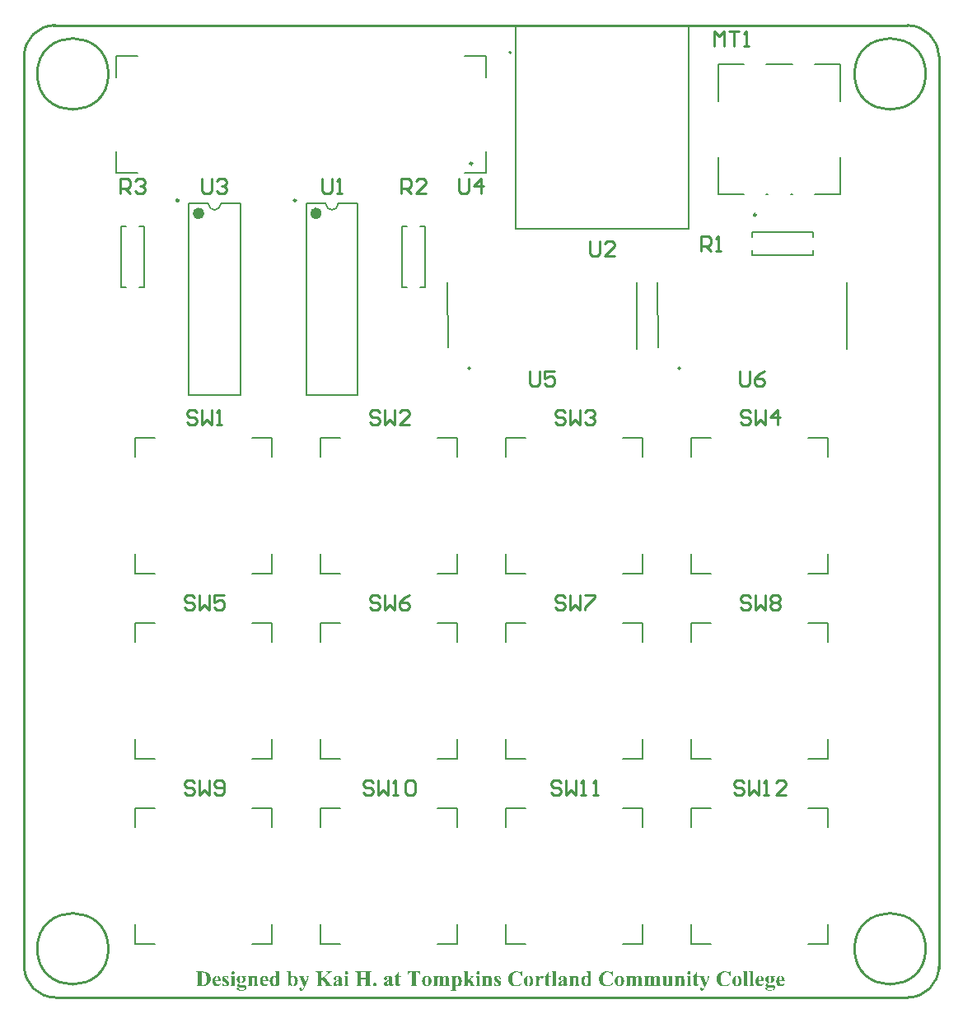
<source format=gto>
G04*
G04 #@! TF.GenerationSoftware,Altium Limited,Altium Designer,25.3.3 (18)*
G04*
G04 Layer_Color=65535*
%FSLAX43Y43*%
%MOMM*%
G71*
G04*
G04 #@! TF.SameCoordinates,C300852C-C8DC-408C-B86D-D4AF72776700*
G04*
G04*
G04 #@! TF.FilePolarity,Positive*
G04*
G01*
G75*
%ADD10C,0.254*%
%ADD11C,0.600*%
%ADD12C,0.250*%
%ADD13C,0.200*%
%ADD14C,0.150*%
%ADD15C,0.127*%
G36*
X226981Y106778D02*
X226941D01*
Y106780D01*
X226939Y106787D01*
X226935Y106798D01*
X226930Y106811D01*
X226925Y106829D01*
X226918Y106848D01*
X226909Y106869D01*
X226899Y106893D01*
X226875Y106941D01*
X226843Y106994D01*
X226824Y107020D01*
X226804Y107044D01*
X226783Y107066D01*
X226758Y107087D01*
X226757Y107089D01*
X226753Y107092D01*
X226745Y107098D01*
X226736Y107105D01*
X226722Y107113D01*
X226708Y107122D01*
X226691Y107132D01*
X226672Y107143D01*
X226651Y107151D01*
X226627Y107162D01*
X226576Y107179D01*
X226549Y107186D01*
X226519Y107191D01*
X226490Y107195D01*
X226458Y107197D01*
X226444D01*
X226434Y107195D01*
X226422D01*
X226408Y107193D01*
X226391Y107190D01*
X226373Y107186D01*
X226333Y107177D01*
X226290Y107162D01*
X226245Y107143D01*
X226222Y107129D01*
X226200Y107115D01*
X226198Y107113D01*
X226195Y107112D01*
X226189Y107106D01*
X226181Y107101D01*
X226160Y107084D01*
X226136Y107059D01*
X226108Y107028D01*
X226078Y106994D01*
X226052Y106952D01*
X226030Y106905D01*
Y106903D01*
X226026Y106898D01*
X226023Y106888D01*
X226019Y106876D01*
X226014Y106860D01*
X226007Y106843D01*
X226002Y106822D01*
X225995Y106798D01*
X225988Y106771D01*
X225983Y106742D01*
X225976Y106713D01*
X225971Y106680D01*
X225964Y106610D01*
X225960Y106536D01*
Y106534D01*
Y106527D01*
Y106516D01*
Y106503D01*
X225962Y106484D01*
X225964Y106464D01*
Y106440D01*
X225967Y106416D01*
X225969Y106388D01*
X225973Y106359D01*
X225981Y106298D01*
X225993Y106234D01*
X226011Y106171D01*
Y106170D01*
X226012Y106164D01*
X226016Y106156D01*
X226021Y106143D01*
X226026Y106131D01*
X226032Y106114D01*
X226049Y106079D01*
X226071Y106038D01*
X226099Y105998D01*
X226130Y105958D01*
X226150Y105941D01*
X226169Y105923D01*
X226170Y105921D01*
X226174Y105920D01*
X226179Y105916D01*
X226188Y105911D01*
X226198Y105904D01*
X226212Y105897D01*
X226228Y105890D01*
X226243Y105882D01*
X226262Y105875D01*
X226285Y105866D01*
X226307Y105859D01*
X226332Y105854D01*
X226358Y105847D01*
X226387Y105843D01*
X226417Y105842D01*
X226448Y105840D01*
X226462D01*
X226472Y105842D01*
X226484D01*
X226498Y105843D01*
X226516Y105845D01*
X226533Y105847D01*
X226573Y105855D01*
X226616Y105866D01*
X226661Y105880D01*
X226706Y105901D01*
X226708D01*
X226712Y105904D01*
X226719Y105908D01*
X226727Y105913D01*
X226738Y105920D01*
X226752Y105928D01*
X226765Y105939D01*
X226781Y105951D01*
X226800Y105965D01*
X226819Y105980D01*
X226840Y105998D01*
X226861Y106017D01*
X226883Y106038D01*
X226906Y106060D01*
X226930Y106085D01*
X226955Y106112D01*
Y105984D01*
X226953Y105982D01*
X226949Y105979D01*
X226942Y105972D01*
X226932Y105963D01*
X226922Y105953D01*
X226908Y105941D01*
X226892Y105927D01*
X226875Y105911D01*
X226835Y105880D01*
X226790Y105849D01*
X226741Y105819D01*
X226691Y105795D01*
X226689D01*
X226684Y105793D01*
X226677Y105790D01*
X226667Y105786D01*
X226654Y105781D01*
X226639Y105776D01*
X226621Y105770D01*
X226601Y105765D01*
X226578Y105760D01*
X226554Y105755D01*
X226528Y105750D01*
X226500Y105744D01*
X226439Y105738D01*
X226373Y105736D01*
X226351D01*
X226333Y105738D01*
X226313Y105739D01*
X226288Y105741D01*
X226261Y105744D01*
X226231Y105748D01*
X226200Y105753D01*
X226165Y105758D01*
X226094Y105776D01*
X226058Y105788D01*
X226021Y105800D01*
X225985Y105814D01*
X225950Y105831D01*
X225948Y105833D01*
X225941Y105836D01*
X225933Y105842D01*
X225919Y105849D01*
X225903Y105859D01*
X225886Y105871D01*
X225867Y105885D01*
X225844Y105901D01*
X225822Y105920D01*
X225799Y105941D01*
X225775Y105963D01*
X225751Y105987D01*
X225728Y106013D01*
X225705Y106043D01*
X225683Y106072D01*
X225664Y106105D01*
X225662Y106107D01*
X225660Y106114D01*
X225655Y106123D01*
X225648Y106137D01*
X225641Y106154D01*
X225633Y106173D01*
X225622Y106196D01*
X225613Y106222D01*
X225605Y106248D01*
X225594Y106277D01*
X225586Y106310D01*
X225579Y106343D01*
X225572Y106378D01*
X225568Y106412D01*
X225565Y106449D01*
X225563Y106487D01*
Y106489D01*
Y106497D01*
Y106508D01*
X225565Y106523D01*
X225567Y106542D01*
X225568Y106565D01*
X225572Y106589D01*
X225577Y106617D01*
X225582Y106648D01*
X225591Y106680D01*
X225600Y106713D01*
X225610Y106747D01*
X225622Y106784D01*
X225638Y106818D01*
X225655Y106855D01*
X225674Y106891D01*
X225676Y106893D01*
X225679Y106900D01*
X225686Y106910D01*
X225695Y106922D01*
X225705Y106940D01*
X225719Y106957D01*
X225737Y106978D01*
X225754Y107000D01*
X225775Y107025D01*
X225797Y107049D01*
X225822Y107073D01*
X225849Y107098D01*
X225877Y107124D01*
X225908Y107146D01*
X225941Y107169D01*
X225976Y107190D01*
X225978Y107191D01*
X225985Y107195D01*
X225995Y107200D01*
X226009Y107207D01*
X226026Y107214D01*
X226047Y107223D01*
X226071Y107233D01*
X226099Y107243D01*
X226127Y107252D01*
X226160Y107262D01*
X226193Y107271D01*
X226228Y107280D01*
X226264Y107285D01*
X226302Y107290D01*
X226342Y107294D01*
X226382Y107295D01*
X226398D01*
X226410Y107294D01*
X226424D01*
X226441Y107292D01*
X226462Y107290D01*
X226483Y107287D01*
X226507Y107283D01*
X226533Y107278D01*
X226588Y107266D01*
X226651Y107249D01*
X226715Y107226D01*
X226717D01*
X226720Y107224D01*
X226726Y107223D01*
X226732Y107221D01*
X226750Y107214D01*
X226771Y107207D01*
X226791Y107200D01*
X226814Y107193D01*
X226831Y107190D01*
X226840Y107188D01*
X226850D01*
X226857Y107190D01*
X226866Y107191D01*
X226885Y107198D01*
X226896Y107203D01*
X226906Y107212D01*
X226908Y107214D01*
X226909Y107217D01*
X226915Y107224D01*
X226920Y107233D01*
X226927Y107243D01*
X226932Y107259D01*
X226937Y107275D01*
X226941Y107295D01*
X226981D01*
Y106778D01*
D02*
G37*
G36*
X214889Y106778D02*
X214849D01*
Y106780D01*
X214847Y106787D01*
X214844Y106798D01*
X214839Y106811D01*
X214833Y106829D01*
X214826Y106848D01*
X214818Y106869D01*
X214807Y106893D01*
X214783Y106941D01*
X214752Y106994D01*
X214733Y107020D01*
X214712Y107044D01*
X214691Y107066D01*
X214667Y107087D01*
X214665Y107089D01*
X214662Y107092D01*
X214653Y107098D01*
X214644Y107105D01*
X214630Y107113D01*
X214616Y107122D01*
X214599Y107132D01*
X214580Y107143D01*
X214559Y107151D01*
X214535Y107162D01*
X214485Y107179D01*
X214457Y107186D01*
X214427Y107191D01*
X214398Y107195D01*
X214367Y107197D01*
X214353D01*
X214342Y107195D01*
X214330D01*
X214316Y107193D01*
X214299Y107190D01*
X214282Y107186D01*
X214242Y107177D01*
X214198Y107162D01*
X214153Y107143D01*
X214131Y107129D01*
X214108Y107115D01*
X214106Y107113D01*
X214103Y107112D01*
X214098Y107106D01*
X214089Y107101D01*
X214068Y107084D01*
X214044Y107059D01*
X214016Y107028D01*
X213987Y106994D01*
X213961Y106952D01*
X213938Y106905D01*
Y106903D01*
X213935Y106898D01*
X213931Y106888D01*
X213928Y106876D01*
X213923Y106860D01*
X213916Y106843D01*
X213910Y106822D01*
X213903Y106798D01*
X213897Y106771D01*
X213891Y106742D01*
X213884Y106713D01*
X213879Y106680D01*
X213872Y106610D01*
X213869Y106536D01*
Y106534D01*
Y106527D01*
Y106516D01*
Y106503D01*
X213870Y106483D01*
X213872Y106464D01*
Y106440D01*
X213876Y106416D01*
X213877Y106388D01*
X213881Y106359D01*
X213890Y106298D01*
X213902Y106234D01*
X213919Y106171D01*
Y106170D01*
X213921Y106164D01*
X213924Y106156D01*
X213929Y106143D01*
X213935Y106131D01*
X213940Y106114D01*
X213957Y106079D01*
X213980Y106038D01*
X214008Y105998D01*
X214039Y105958D01*
X214058Y105940D01*
X214077Y105923D01*
X214079Y105921D01*
X214082Y105920D01*
X214087Y105916D01*
X214096Y105911D01*
X214106Y105904D01*
X214120Y105897D01*
X214136Y105890D01*
X214152Y105882D01*
X214171Y105875D01*
X214193Y105866D01*
X214216Y105859D01*
X214240Y105854D01*
X214266Y105847D01*
X214296Y105843D01*
X214325Y105842D01*
X214356Y105840D01*
X214370D01*
X214381Y105842D01*
X214393D01*
X214407Y105843D01*
X214424Y105845D01*
X214441Y105847D01*
X214481Y105855D01*
X214525Y105866D01*
X214570Y105880D01*
X214615Y105901D01*
X214616D01*
X214620Y105904D01*
X214627Y105908D01*
X214636Y105913D01*
X214646Y105920D01*
X214660Y105928D01*
X214674Y105939D01*
X214689Y105951D01*
X214708Y105965D01*
X214727Y105980D01*
X214748Y105998D01*
X214769Y106017D01*
X214792Y106038D01*
X214814Y106060D01*
X214839Y106084D01*
X214863Y106112D01*
Y105984D01*
X214861Y105982D01*
X214858Y105979D01*
X214851Y105972D01*
X214840Y105963D01*
X214830Y105953D01*
X214816Y105940D01*
X214800Y105927D01*
X214783Y105911D01*
X214743Y105880D01*
X214698Y105849D01*
X214649Y105819D01*
X214599Y105795D01*
X214597D01*
X214592Y105793D01*
X214585Y105790D01*
X214575Y105786D01*
X214563Y105781D01*
X214547Y105776D01*
X214530Y105770D01*
X214509Y105765D01*
X214486Y105760D01*
X214462Y105755D01*
X214436Y105750D01*
X214408Y105744D01*
X214348Y105738D01*
X214282Y105736D01*
X214259D01*
X214242Y105738D01*
X214221Y105739D01*
X214197Y105741D01*
X214169Y105744D01*
X214139Y105748D01*
X214108Y105753D01*
X214073Y105758D01*
X214002Y105776D01*
X213966Y105788D01*
X213929Y105800D01*
X213893Y105814D01*
X213858Y105831D01*
X213857Y105833D01*
X213850Y105836D01*
X213841Y105842D01*
X213827Y105849D01*
X213812Y105859D01*
X213794Y105871D01*
X213775Y105885D01*
X213753Y105901D01*
X213730Y105920D01*
X213707Y105940D01*
X213683Y105963D01*
X213659Y105987D01*
X213636Y106013D01*
X213614Y106043D01*
X213591Y106072D01*
X213572Y106105D01*
X213570Y106107D01*
X213569Y106114D01*
X213563Y106123D01*
X213556Y106137D01*
X213550Y106154D01*
X213541Y106173D01*
X213530Y106196D01*
X213522Y106222D01*
X213513Y106248D01*
X213503Y106277D01*
X213494Y106310D01*
X213487Y106343D01*
X213480Y106378D01*
X213477Y106412D01*
X213473Y106449D01*
X213471Y106487D01*
Y106489D01*
Y106497D01*
Y106508D01*
X213473Y106523D01*
X213475Y106542D01*
X213477Y106565D01*
X213480Y106589D01*
X213485Y106617D01*
X213491Y106648D01*
X213499Y106680D01*
X213508Y106713D01*
X213518Y106747D01*
X213530Y106784D01*
X213546Y106818D01*
X213563Y106855D01*
X213583Y106891D01*
X213584Y106893D01*
X213588Y106900D01*
X213595Y106910D01*
X213603Y106922D01*
X213614Y106940D01*
X213628Y106957D01*
X213645Y106978D01*
X213662Y107000D01*
X213683Y107025D01*
X213706Y107049D01*
X213730Y107073D01*
X213758Y107098D01*
X213785Y107124D01*
X213817Y107146D01*
X213850Y107169D01*
X213884Y107190D01*
X213886Y107191D01*
X213893Y107195D01*
X213903Y107200D01*
X213917Y107207D01*
X213935Y107214D01*
X213956Y107223D01*
X213980Y107233D01*
X214008Y107243D01*
X214035Y107252D01*
X214068Y107262D01*
X214101Y107271D01*
X214136Y107280D01*
X214172Y107285D01*
X214211Y107290D01*
X214250Y107294D01*
X214290Y107295D01*
X214306D01*
X214318Y107294D01*
X214332D01*
X214349Y107292D01*
X214370Y107290D01*
X214391Y107287D01*
X214415Y107283D01*
X214441Y107278D01*
X214497Y107266D01*
X214559Y107249D01*
X214623Y107226D01*
X214625D01*
X214629Y107224D01*
X214634Y107223D01*
X214641Y107221D01*
X214658Y107214D01*
X214679Y107207D01*
X214700Y107200D01*
X214722Y107193D01*
X214740Y107190D01*
X214748Y107188D01*
X214759D01*
X214766Y107190D01*
X214774Y107191D01*
X214793Y107198D01*
X214804Y107203D01*
X214814Y107212D01*
X214816Y107214D01*
X214818Y107217D01*
X214823Y107224D01*
X214828Y107233D01*
X214835Y107243D01*
X214840Y107259D01*
X214845Y107275D01*
X214849Y107295D01*
X214889D01*
Y106778D01*
D02*
G37*
G36*
X205554Y106778D02*
X205514D01*
Y106780D01*
X205512Y106787D01*
X205509Y106798D01*
X205503Y106811D01*
X205498Y106829D01*
X205491Y106848D01*
X205483Y106869D01*
X205472Y106893D01*
X205448Y106941D01*
X205417Y106994D01*
X205398Y107020D01*
X205377Y107044D01*
X205356Y107066D01*
X205332Y107087D01*
X205330Y107089D01*
X205327Y107092D01*
X205318Y107098D01*
X205309Y107105D01*
X205295Y107113D01*
X205281Y107122D01*
X205264Y107132D01*
X205245Y107143D01*
X205224Y107151D01*
X205200Y107162D01*
X205150Y107179D01*
X205122Y107186D01*
X205092Y107191D01*
X205063Y107195D01*
X205032Y107197D01*
X205018D01*
X205007Y107195D01*
X204995D01*
X204981Y107193D01*
X204964Y107190D01*
X204947Y107186D01*
X204907Y107177D01*
X204863Y107162D01*
X204818Y107143D01*
X204796Y107129D01*
X204773Y107115D01*
X204771Y107113D01*
X204768Y107112D01*
X204763Y107106D01*
X204754Y107101D01*
X204733Y107084D01*
X204709Y107059D01*
X204681Y107028D01*
X204652Y106994D01*
X204626Y106952D01*
X204603Y106905D01*
Y106903D01*
X204600Y106898D01*
X204596Y106888D01*
X204593Y106876D01*
X204587Y106860D01*
X204581Y106843D01*
X204575Y106822D01*
X204568Y106798D01*
X204561Y106771D01*
X204556Y106742D01*
X204549Y106713D01*
X204544Y106680D01*
X204537Y106610D01*
X204534Y106536D01*
Y106534D01*
Y106527D01*
Y106516D01*
Y106503D01*
X204535Y106483D01*
X204537Y106464D01*
Y106440D01*
X204541Y106416D01*
X204542Y106388D01*
X204546Y106359D01*
X204555Y106298D01*
X204567Y106234D01*
X204584Y106171D01*
Y106170D01*
X204586Y106164D01*
X204589Y106156D01*
X204594Y106143D01*
X204600Y106131D01*
X204605Y106114D01*
X204622Y106079D01*
X204645Y106038D01*
X204672Y105998D01*
X204704Y105958D01*
X204723Y105940D01*
X204742Y105923D01*
X204744Y105921D01*
X204747Y105920D01*
X204752Y105916D01*
X204761Y105911D01*
X204771Y105904D01*
X204785Y105897D01*
X204801Y105890D01*
X204816Y105882D01*
X204836Y105875D01*
X204858Y105866D01*
X204881Y105859D01*
X204905Y105854D01*
X204931Y105847D01*
X204960Y105843D01*
X204990Y105842D01*
X205021Y105840D01*
X205035D01*
X205045Y105842D01*
X205058D01*
X205071Y105843D01*
X205089Y105845D01*
X205106Y105847D01*
X205146Y105855D01*
X205189Y105866D01*
X205235Y105880D01*
X205280Y105901D01*
X205281D01*
X205285Y105904D01*
X205292Y105908D01*
X205300Y105913D01*
X205311Y105920D01*
X205325Y105928D01*
X205339Y105939D01*
X205354Y105951D01*
X205373Y105965D01*
X205392Y105980D01*
X205413Y105998D01*
X205434Y106017D01*
X205457Y106038D01*
X205479Y106060D01*
X205503Y106084D01*
X205528Y106112D01*
Y105984D01*
X205526Y105982D01*
X205523Y105979D01*
X205516Y105972D01*
X205505Y105963D01*
X205495Y105953D01*
X205481Y105940D01*
X205465Y105927D01*
X205448Y105911D01*
X205408Y105880D01*
X205363Y105849D01*
X205314Y105819D01*
X205264Y105795D01*
X205262D01*
X205257Y105793D01*
X205250Y105790D01*
X205240Y105786D01*
X205228Y105781D01*
X205212Y105776D01*
X205195Y105770D01*
X205174Y105765D01*
X205151Y105760D01*
X205127Y105755D01*
X205101Y105750D01*
X205073Y105744D01*
X205013Y105738D01*
X204947Y105736D01*
X204924D01*
X204907Y105738D01*
X204886Y105739D01*
X204862Y105741D01*
X204834Y105744D01*
X204804Y105748D01*
X204773Y105753D01*
X204738Y105758D01*
X204667Y105776D01*
X204631Y105788D01*
X204594Y105800D01*
X204558Y105814D01*
X204523Y105831D01*
X204522Y105833D01*
X204515Y105836D01*
X204506Y105842D01*
X204492Y105849D01*
X204476Y105859D01*
X204459Y105871D01*
X204440Y105885D01*
X204417Y105901D01*
X204395Y105920D01*
X204372Y105940D01*
X204348Y105963D01*
X204324Y105987D01*
X204301Y106013D01*
X204279Y106043D01*
X204256Y106072D01*
X204237Y106105D01*
X204235Y106107D01*
X204234Y106114D01*
X204228Y106123D01*
X204221Y106137D01*
X204214Y106154D01*
X204206Y106173D01*
X204195Y106196D01*
X204187Y106222D01*
X204178Y106248D01*
X204168Y106277D01*
X204159Y106310D01*
X204152Y106343D01*
X204145Y106378D01*
X204142Y106412D01*
X204138Y106449D01*
X204136Y106487D01*
Y106489D01*
Y106497D01*
Y106508D01*
X204138Y106523D01*
X204140Y106542D01*
X204142Y106565D01*
X204145Y106589D01*
X204150Y106617D01*
X204156Y106648D01*
X204164Y106680D01*
X204173Y106713D01*
X204183Y106747D01*
X204195Y106784D01*
X204211Y106818D01*
X204228Y106855D01*
X204247Y106891D01*
X204249Y106893D01*
X204253Y106900D01*
X204260Y106910D01*
X204268Y106922D01*
X204279Y106940D01*
X204293Y106957D01*
X204310Y106978D01*
X204327Y107000D01*
X204348Y107025D01*
X204371Y107049D01*
X204395Y107073D01*
X204423Y107098D01*
X204450Y107124D01*
X204482Y107146D01*
X204515Y107169D01*
X204549Y107190D01*
X204551Y107191D01*
X204558Y107195D01*
X204568Y107200D01*
X204582Y107207D01*
X204600Y107214D01*
X204620Y107223D01*
X204645Y107233D01*
X204672Y107243D01*
X204700Y107252D01*
X204733Y107262D01*
X204766Y107271D01*
X204801Y107280D01*
X204837Y107285D01*
X204875Y107290D01*
X204915Y107294D01*
X204955Y107295D01*
X204971D01*
X204983Y107294D01*
X204997D01*
X205014Y107292D01*
X205035Y107290D01*
X205056Y107287D01*
X205080Y107283D01*
X205106Y107278D01*
X205162Y107266D01*
X205224Y107249D01*
X205288Y107226D01*
X205290D01*
X205294Y107224D01*
X205299Y107223D01*
X205306Y107221D01*
X205323Y107214D01*
X205344Y107207D01*
X205365Y107200D01*
X205387Y107193D01*
X205405Y107190D01*
X205413Y107188D01*
X205424D01*
X205431Y107190D01*
X205439Y107191D01*
X205458Y107198D01*
X205469Y107203D01*
X205479Y107212D01*
X205481Y107214D01*
X205483Y107217D01*
X205488Y107224D01*
X205493Y107233D01*
X205500Y107243D01*
X205505Y107259D01*
X205510Y107275D01*
X205514Y107295D01*
X205554D01*
Y106778D01*
D02*
G37*
G36*
X222756Y107294D02*
X222772Y107288D01*
X222791Y107283D01*
X222812Y107275D01*
X222833Y107262D01*
X222852Y107245D01*
X222853Y107243D01*
X222860Y107236D01*
X222867Y107226D01*
X222878Y107210D01*
X222886Y107193D01*
X222895Y107172D01*
X222900Y107150D01*
X222902Y107124D01*
Y107120D01*
Y107112D01*
X222900Y107099D01*
X222895Y107082D01*
X222890Y107065D01*
X222881Y107044D01*
X222869Y107023D01*
X222852Y107004D01*
X222850Y107002D01*
X222843Y106997D01*
X222833Y106988D01*
X222817Y106980D01*
X222800Y106971D01*
X222779Y106962D01*
X222756Y106957D01*
X222730Y106955D01*
X222718D01*
X222706Y106959D01*
X222689Y106962D01*
X222671Y106968D01*
X222650Y106976D01*
X222630Y106988D01*
X222611Y107004D01*
X222609Y107006D01*
X222604Y107013D01*
X222595Y107023D01*
X222586Y107039D01*
X222578Y107056D01*
X222569Y107075D01*
X222564Y107099D01*
X222562Y107124D01*
Y107127D01*
Y107136D01*
X222565Y107150D01*
X222569Y107165D01*
X222574Y107184D01*
X222583Y107205D01*
X222595Y107226D01*
X222611Y107245D01*
X222612Y107247D01*
X222619Y107254D01*
X222630Y107261D01*
X222645Y107271D01*
X222663Y107280D01*
X222682Y107288D01*
X222706Y107294D01*
X222730Y107295D01*
X222742D01*
X222756Y107294D01*
D02*
G37*
G36*
X201076Y107294D02*
X201092Y107288D01*
X201111Y107283D01*
X201132Y107275D01*
X201153Y107262D01*
X201172Y107245D01*
X201173Y107243D01*
X201180Y107236D01*
X201187Y107226D01*
X201198Y107210D01*
X201206Y107193D01*
X201215Y107172D01*
X201220Y107150D01*
X201222Y107124D01*
Y107120D01*
Y107112D01*
X201220Y107099D01*
X201215Y107082D01*
X201210Y107065D01*
X201201Y107044D01*
X201189Y107023D01*
X201172Y107004D01*
X201170Y107002D01*
X201163Y106997D01*
X201153Y106988D01*
X201137Y106980D01*
X201120Y106971D01*
X201099Y106962D01*
X201076Y106957D01*
X201050Y106955D01*
X201038D01*
X201026Y106959D01*
X201009Y106962D01*
X200991Y106968D01*
X200970Y106976D01*
X200950Y106988D01*
X200930Y107004D01*
X200929Y107006D01*
X200924Y107013D01*
X200915Y107023D01*
X200906Y107039D01*
X200898Y107056D01*
X200889Y107075D01*
X200884Y107099D01*
X200882Y107124D01*
Y107127D01*
Y107136D01*
X200885Y107150D01*
X200889Y107165D01*
X200894Y107184D01*
X200903Y107205D01*
X200915Y107226D01*
X200930Y107245D01*
X200932Y107247D01*
X200939Y107254D01*
X200950Y107261D01*
X200965Y107271D01*
X200983Y107280D01*
X201002Y107288D01*
X201026Y107294D01*
X201050Y107295D01*
X201062D01*
X201076Y107294D01*
D02*
G37*
G36*
X187543Y107294D02*
X187558Y107288D01*
X187578Y107283D01*
X187598Y107275D01*
X187619Y107262D01*
X187638Y107245D01*
X187640Y107243D01*
X187647Y107236D01*
X187654Y107226D01*
X187664Y107210D01*
X187673Y107193D01*
X187682Y107172D01*
X187687Y107150D01*
X187689Y107124D01*
Y107120D01*
Y107112D01*
X187687Y107099D01*
X187682Y107082D01*
X187676Y107065D01*
X187668Y107044D01*
X187656Y107023D01*
X187638Y107004D01*
X187637Y107002D01*
X187630Y106997D01*
X187619Y106988D01*
X187604Y106980D01*
X187586Y106971D01*
X187565Y106962D01*
X187543Y106957D01*
X187517Y106955D01*
X187505D01*
X187493Y106959D01*
X187475Y106962D01*
X187458Y106968D01*
X187437Y106976D01*
X187416Y106988D01*
X187397Y107004D01*
X187395Y107006D01*
X187390Y107013D01*
X187382Y107023D01*
X187373Y107039D01*
X187364Y107056D01*
X187356Y107075D01*
X187350Y107099D01*
X187349Y107124D01*
Y107127D01*
Y107136D01*
X187352Y107150D01*
X187356Y107165D01*
X187361Y107184D01*
X187369Y107205D01*
X187382Y107226D01*
X187397Y107245D01*
X187399Y107247D01*
X187406Y107254D01*
X187416Y107261D01*
X187432Y107271D01*
X187449Y107280D01*
X187468Y107288D01*
X187493Y107294D01*
X187517Y107295D01*
X187529D01*
X187543Y107294D01*
D02*
G37*
G36*
X175888Y107294D02*
X175904Y107288D01*
X175923Y107283D01*
X175944Y107275D01*
X175965Y107262D01*
X175984Y107245D01*
X175986Y107243D01*
X175992Y107236D01*
X175999Y107226D01*
X176010Y107210D01*
X176018Y107193D01*
X176027Y107172D01*
X176032Y107150D01*
X176034Y107124D01*
Y107120D01*
Y107112D01*
X176032Y107099D01*
X176027Y107082D01*
X176022Y107065D01*
X176013Y107044D01*
X176001Y107023D01*
X175984Y107004D01*
X175982Y107002D01*
X175975Y106997D01*
X175965Y106988D01*
X175949Y106980D01*
X175932Y106971D01*
X175911Y106962D01*
X175888Y106957D01*
X175862Y106955D01*
X175850D01*
X175838Y106959D01*
X175821Y106962D01*
X175803Y106968D01*
X175783Y106976D01*
X175762Y106988D01*
X175743Y107004D01*
X175741Y107006D01*
X175736Y107013D01*
X175727Y107023D01*
X175718Y107039D01*
X175710Y107056D01*
X175701Y107075D01*
X175696Y107099D01*
X175694Y107124D01*
Y107127D01*
Y107136D01*
X175698Y107150D01*
X175701Y107165D01*
X175706Y107184D01*
X175715Y107205D01*
X175727Y107226D01*
X175743Y107245D01*
X175744Y107247D01*
X175751Y107254D01*
X175762Y107261D01*
X175777Y107271D01*
X175795Y107280D01*
X175814Y107288D01*
X175838Y107294D01*
X175862Y107295D01*
X175874D01*
X175888Y107294D01*
D02*
G37*
G36*
X195129Y106858D02*
X195089D01*
Y106860D01*
X195088Y106865D01*
X195086Y106872D01*
X195082Y106881D01*
X195079Y106893D01*
X195075Y106905D01*
X195065Y106935D01*
X195055Y106968D01*
X195041Y107000D01*
X195025Y107032D01*
X195018Y107046D01*
X195010Y107058D01*
X195008Y107061D01*
X195003Y107068D01*
X194992Y107079D01*
X194980Y107092D01*
X194963Y107108D01*
X194944Y107124D01*
X194919Y107141D01*
X194893Y107155D01*
X194892Y107157D01*
X194885Y107158D01*
X194874Y107162D01*
X194860Y107165D01*
X194840Y107169D01*
X194814Y107172D01*
X194784Y107176D01*
X194637D01*
Y106024D01*
Y106022D01*
Y106019D01*
Y106013D01*
Y106005D01*
Y105986D01*
X194638Y105961D01*
X194640Y105937D01*
X194642Y105913D01*
X194645Y105894D01*
X194647Y105885D01*
X194649Y105878D01*
Y105876D01*
X194650Y105873D01*
X194654Y105868D01*
X194659Y105862D01*
X194666Y105854D01*
X194675Y105845D01*
X194685Y105838D01*
X194697Y105829D01*
X194699D01*
X194704Y105826D01*
X194713Y105823D01*
X194723Y105819D01*
X194737Y105816D01*
X194755Y105812D01*
X194774Y105810D01*
X194796Y105809D01*
X194846D01*
Y105769D01*
X194068D01*
Y105809D01*
X194127D01*
X194139Y105810D01*
X194153Y105812D01*
X194170Y105814D01*
X194187Y105819D01*
X194205Y105824D01*
X194220Y105831D01*
X194222D01*
X194225Y105835D01*
X194236Y105843D01*
X194243Y105850D01*
X194251Y105859D01*
X194258Y105871D01*
X194265Y105883D01*
Y105885D01*
X194267Y105890D01*
X194269Y105899D01*
X194272Y105911D01*
X194274Y105930D01*
X194276Y105954D01*
Y105968D01*
X194277Y105986D01*
Y106003D01*
Y106024D01*
Y107176D01*
X194156D01*
X194146Y107174D01*
X194132D01*
X194118Y107172D01*
X194085Y107167D01*
X194048Y107160D01*
X194012Y107148D01*
X193979Y107132D01*
X193963Y107124D01*
X193950Y107112D01*
X193948Y107110D01*
X193946Y107108D01*
X193941Y107103D01*
X193934Y107094D01*
X193927Y107085D01*
X193918Y107075D01*
X193908Y107061D01*
X193898Y107046D01*
X193887Y107028D01*
X193877Y107011D01*
X193866Y106990D01*
X193858Y106968D01*
X193849Y106941D01*
X193840Y106915D01*
X193833Y106888D01*
X193828Y106858D01*
X193788D01*
Y107262D01*
X195129Y107262D01*
Y106858D01*
D02*
G37*
G36*
X212642Y106078D02*
Y106076D01*
Y106072D01*
Y106067D01*
Y106058D01*
Y106039D01*
Y106015D01*
X212644Y105991D01*
Y105967D01*
X212646Y105947D01*
X212647Y105940D01*
Y105935D01*
Y105934D01*
X212649Y105930D01*
X212651Y105923D01*
X212654Y105914D01*
X212665Y105897D01*
X212672Y105888D01*
X212680Y105882D01*
X212682D01*
X212686Y105878D01*
X212691Y105876D01*
X212701Y105873D01*
X212712Y105869D01*
X212727Y105866D01*
X212746Y105862D01*
X212767Y105861D01*
Y105823D01*
X212333Y105738D01*
Y105897D01*
X212330Y105895D01*
X212327Y105890D01*
X212320Y105883D01*
X212306Y105868D01*
X212287Y105849D01*
X212264Y105826D01*
X212240Y105805D01*
X212217Y105786D01*
X212193Y105770D01*
X212189Y105769D01*
X212183Y105765D01*
X212170Y105760D01*
X212153Y105755D01*
X212132Y105748D01*
X212110Y105743D01*
X212084Y105739D01*
X212056Y105738D01*
X212047D01*
X212037Y105739D01*
X212023Y105741D01*
X212007Y105743D01*
X211986Y105746D01*
X211966Y105751D01*
X211943Y105760D01*
X211919Y105769D01*
X211893Y105781D01*
X211867Y105795D01*
X211841Y105812D01*
X211815Y105831D01*
X211790Y105855D01*
X211766Y105882D01*
X211744Y105913D01*
X211742Y105914D01*
X211740Y105920D01*
X211735Y105927D01*
X211730Y105939D01*
X211723Y105953D01*
X211714Y105970D01*
X211705Y105989D01*
X211699Y106012D01*
X211690Y106036D01*
X211681Y106062D01*
X211672Y106091D01*
X211666Y106123D01*
X211660Y106156D01*
X211655Y106190D01*
X211653Y106227D01*
X211652Y106265D01*
Y106267D01*
Y106272D01*
Y106281D01*
X211653Y106293D01*
Y106307D01*
X211655Y106324D01*
X211657Y106343D01*
X211659Y106364D01*
X211666Y106411D01*
X211676Y106459D01*
X211690Y106511D01*
X211709Y106562D01*
Y106563D01*
X211712Y106567D01*
X211714Y106574D01*
X211719Y106584D01*
X211725Y106595D01*
X211731Y106607D01*
X211751Y106636D01*
X211773Y106669D01*
X211799Y106702D01*
X211830Y106733D01*
X211865Y106761D01*
X211867D01*
X211870Y106765D01*
X211875Y106768D01*
X211882Y106771D01*
X211891Y106777D01*
X211903Y106782D01*
X211929Y106796D01*
X211960Y106808D01*
X211997Y106818D01*
X212037Y106825D01*
X212078Y106829D01*
X212091D01*
X212104Y106827D01*
X212124Y106825D01*
X212143Y106822D01*
X212165Y106817D01*
X212188Y106810D01*
X212210Y106799D01*
X212214Y106798D01*
X212221Y106794D01*
X212231Y106787D01*
X212247Y106777D01*
X212266Y106763D01*
X212287Y106745D01*
X212309Y106725D01*
X212333Y106700D01*
Y107011D01*
Y107013D01*
Y107016D01*
Y107021D01*
Y107030D01*
Y107049D01*
X212332Y107072D01*
Y107096D01*
X212330Y107118D01*
X212327Y107139D01*
X212325Y107146D01*
X212323Y107151D01*
Y107153D01*
X212321Y107157D01*
X212318Y107164D01*
X212313Y107170D01*
X212300Y107186D01*
X212283Y107200D01*
X212281D01*
X212278Y107202D01*
X212271Y107205D01*
X212261Y107209D01*
X212248Y107210D01*
X212231Y107214D01*
X212210Y107216D01*
X212184D01*
Y107262D01*
X212642D01*
Y106078D01*
D02*
G37*
G36*
X180624Y106078D02*
Y106076D01*
Y106072D01*
Y106067D01*
Y106058D01*
Y106039D01*
Y106015D01*
X180626Y105991D01*
Y105967D01*
X180628Y105947D01*
X180630Y105940D01*
Y105935D01*
Y105934D01*
X180631Y105930D01*
X180633Y105923D01*
X180637Y105914D01*
X180647Y105897D01*
X180654Y105888D01*
X180663Y105882D01*
X180664D01*
X180668Y105878D01*
X180673Y105876D01*
X180683Y105873D01*
X180694Y105869D01*
X180709Y105866D01*
X180729Y105862D01*
X180749Y105861D01*
Y105823D01*
X180316Y105738D01*
Y105897D01*
X180312Y105895D01*
X180309Y105890D01*
X180302Y105883D01*
X180288Y105868D01*
X180269Y105849D01*
X180246Y105826D01*
X180222Y105805D01*
X180199Y105786D01*
X180175Y105770D01*
X180172Y105769D01*
X180165Y105765D01*
X180153Y105760D01*
X180135Y105755D01*
X180114Y105748D01*
X180092Y105743D01*
X180066Y105739D01*
X180038Y105738D01*
X180029D01*
X180019Y105739D01*
X180005Y105741D01*
X179989Y105743D01*
X179969Y105746D01*
X179948Y105751D01*
X179925Y105760D01*
X179901Y105769D01*
X179875Y105781D01*
X179849Y105795D01*
X179823Y105812D01*
X179797Y105831D01*
X179773Y105855D01*
X179748Y105882D01*
X179726Y105913D01*
X179724Y105914D01*
X179722Y105920D01*
X179717Y105927D01*
X179712Y105939D01*
X179705Y105953D01*
X179696Y105970D01*
X179688Y105989D01*
X179681Y106012D01*
X179672Y106036D01*
X179663Y106062D01*
X179655Y106091D01*
X179648Y106123D01*
X179643Y106156D01*
X179637Y106190D01*
X179636Y106227D01*
X179634Y106265D01*
Y106267D01*
Y106272D01*
Y106281D01*
X179636Y106293D01*
Y106307D01*
X179637Y106324D01*
X179639Y106343D01*
X179641Y106364D01*
X179648Y106411D01*
X179658Y106459D01*
X179672Y106511D01*
X179691Y106562D01*
Y106563D01*
X179695Y106567D01*
X179696Y106574D01*
X179701Y106584D01*
X179707Y106595D01*
X179714Y106607D01*
X179733Y106636D01*
X179755Y106669D01*
X179781Y106702D01*
X179813Y106733D01*
X179847Y106761D01*
X179849D01*
X179852Y106765D01*
X179858Y106768D01*
X179865Y106771D01*
X179873Y106777D01*
X179885Y106782D01*
X179911Y106796D01*
X179943Y106808D01*
X179979Y106818D01*
X180019Y106825D01*
X180061Y106829D01*
X180073D01*
X180087Y106827D01*
X180106Y106825D01*
X180125Y106822D01*
X180147Y106817D01*
X180170Y106810D01*
X180192Y106799D01*
X180196Y106798D01*
X180203Y106794D01*
X180213Y106787D01*
X180229Y106777D01*
X180248Y106763D01*
X180269Y106745D01*
X180291Y106725D01*
X180316Y106700D01*
Y107011D01*
Y107013D01*
Y107016D01*
Y107021D01*
Y107030D01*
Y107049D01*
X180314Y107072D01*
Y107096D01*
X180312Y107118D01*
X180309Y107139D01*
X180307Y107146D01*
X180305Y107151D01*
Y107153D01*
X180303Y107157D01*
X180300Y107164D01*
X180295Y107170D01*
X180283Y107186D01*
X180265Y107200D01*
X180264D01*
X180260Y107202D01*
X180253Y107205D01*
X180243Y107209D01*
X180231Y107210D01*
X180213Y107214D01*
X180192Y107216D01*
X180166D01*
Y107262D01*
X180624D01*
Y106078D01*
D02*
G37*
G36*
X221991Y106825D02*
X222015Y106822D01*
X222042Y106815D01*
X222069Y106804D01*
X222097Y106791D01*
X222123Y106771D01*
X222127Y106770D01*
X222133Y106761D01*
X222146Y106749D01*
X222159Y106733D01*
X222173Y106714D01*
X222187Y106690D01*
X222199Y106664D01*
X222210Y106634D01*
X222212Y106631D01*
Y106627D01*
X222213Y106622D01*
X222215Y106615D01*
X222217Y106605D01*
X222218Y106595D01*
X222220Y106581D01*
X222222Y106565D01*
X222224Y106548D01*
Y106529D01*
X222225Y106506D01*
X222227Y106482D01*
X222229Y106456D01*
Y106426D01*
Y106393D01*
Y105993D01*
Y105991D01*
Y105987D01*
Y105982D01*
Y105973D01*
X222231Y105953D01*
X222232Y105928D01*
X222234Y105904D01*
X222238Y105880D01*
X222243Y105859D01*
X222246Y105850D01*
X222250Y105843D01*
X222251Y105842D01*
X222255Y105838D01*
X222260Y105833D01*
X222269Y105828D01*
X222281Y105821D01*
X222297Y105816D01*
X222316Y105810D01*
X222340Y105807D01*
Y105769D01*
X221818D01*
Y105807D01*
X221819D01*
X221826Y105809D01*
X221837Y105812D01*
X221849Y105816D01*
X221863Y105823D01*
X221877Y105831D01*
X221891Y105842D01*
X221901Y105855D01*
X221903Y105857D01*
X221904Y105861D01*
X221908Y105869D01*
X221911Y105883D01*
X221915Y105901D01*
X221917Y105925D01*
X221918Y105939D01*
X221920Y105954D01*
Y105973D01*
Y105993D01*
Y106451D01*
Y106452D01*
Y106456D01*
Y106463D01*
Y106471D01*
Y106492D01*
X221918Y106516D01*
Y106544D01*
X221917Y106570D01*
X221913Y106593D01*
X221911Y106601D01*
X221910Y106608D01*
Y106610D01*
X221908Y106614D01*
X221904Y106621D01*
X221901Y106627D01*
X221891Y106645D01*
X221875Y106660D01*
X221873Y106662D01*
X221871Y106664D01*
X221861Y106671D01*
X221844Y106676D01*
X221835Y106680D01*
X221816D01*
X221809Y106678D01*
X221790Y106673D01*
X221767Y106662D01*
X221754Y106655D01*
X221740Y106647D01*
X221726Y106636D01*
X221710Y106624D01*
X221695Y106608D01*
X221681Y106589D01*
X221665Y106570D01*
X221649Y106546D01*
Y105993D01*
Y105991D01*
Y105987D01*
Y105982D01*
Y105973D01*
X221651Y105954D01*
X221653Y105930D01*
X221655Y105906D01*
X221658Y105882D01*
X221663Y105861D01*
X221667Y105852D01*
X221670Y105845D01*
X221672Y105843D01*
X221675Y105840D01*
X221681Y105835D01*
X221689Y105829D01*
X221700Y105823D01*
X221714Y105816D01*
X221731Y105810D01*
X221752Y105807D01*
Y105769D01*
X221230D01*
Y105807D01*
X221233D01*
X221240Y105809D01*
X221252Y105810D01*
X221266Y105814D01*
X221280Y105819D01*
X221296Y105826D01*
X221309Y105836D01*
X221322Y105849D01*
X221323Y105850D01*
X221325Y105854D01*
X221328Y105862D01*
X221332Y105876D01*
X221335Y105894D01*
Y105906D01*
X221337Y105920D01*
X221339Y105935D01*
X221341Y105953D01*
Y105972D01*
Y105993D01*
Y106575D01*
Y106577D01*
Y106581D01*
Y106586D01*
Y106595D01*
X221339Y106614D01*
X221337Y106638D01*
X221335Y106662D01*
X221332Y106686D01*
X221325Y106707D01*
X221322Y106714D01*
X221318Y106721D01*
X221316Y106723D01*
X221315Y106726D01*
X221308Y106732D01*
X221299Y106737D01*
X221287Y106744D01*
X221271Y106751D01*
X221252Y106756D01*
X221230Y106761D01*
Y106799D01*
X221649D01*
Y106666D01*
X221651Y106667D01*
X221653Y106669D01*
X221663Y106680D01*
X221677Y106695D01*
X221698Y106713D01*
X221721Y106733D01*
X221747Y106754D01*
X221773Y106773D01*
X221800Y106789D01*
X221804Y106791D01*
X221812Y106796D01*
X221828Y106801D01*
X221847Y106810D01*
X221870Y106817D01*
X221898Y106822D01*
X221925Y106827D01*
X221956Y106829D01*
X221974D01*
X221991Y106825D01*
D02*
G37*
G36*
X211150D02*
X211175Y106822D01*
X211201Y106815D01*
X211228Y106804D01*
X211256Y106791D01*
X211282Y106771D01*
X211286Y106770D01*
X211293Y106761D01*
X211305Y106749D01*
X211319Y106733D01*
X211332Y106714D01*
X211346Y106690D01*
X211358Y106664D01*
X211369Y106634D01*
X211371Y106631D01*
Y106627D01*
X211372Y106622D01*
X211374Y106615D01*
X211376Y106605D01*
X211378Y106595D01*
X211379Y106581D01*
X211381Y106565D01*
X211383Y106548D01*
Y106529D01*
X211385Y106506D01*
X211386Y106482D01*
X211388Y106456D01*
Y106426D01*
Y106393D01*
Y105993D01*
Y105991D01*
Y105987D01*
Y105982D01*
Y105973D01*
X211390Y105953D01*
X211391Y105928D01*
X211393Y105904D01*
X211397Y105880D01*
X211402Y105859D01*
X211405Y105850D01*
X211409Y105843D01*
X211411Y105842D01*
X211414Y105838D01*
X211419Y105833D01*
X211428Y105828D01*
X211440Y105821D01*
X211456Y105816D01*
X211475Y105810D01*
X211499Y105807D01*
Y105769D01*
X210977D01*
Y105807D01*
X210979D01*
X210985Y105809D01*
X210996Y105812D01*
X211008Y105816D01*
X211022Y105823D01*
X211036Y105831D01*
X211050Y105842D01*
X211060Y105855D01*
X211062Y105857D01*
X211064Y105861D01*
X211067Y105869D01*
X211070Y105883D01*
X211074Y105901D01*
X211076Y105925D01*
X211077Y105939D01*
X211079Y105954D01*
Y105973D01*
Y105993D01*
Y106451D01*
Y106452D01*
Y106456D01*
Y106463D01*
Y106471D01*
Y106492D01*
X211077Y106516D01*
Y106544D01*
X211076Y106570D01*
X211072Y106593D01*
X211070Y106601D01*
X211069Y106608D01*
Y106610D01*
X211067Y106614D01*
X211064Y106621D01*
X211060Y106627D01*
X211050Y106645D01*
X211034Y106660D01*
X211032Y106662D01*
X211031Y106664D01*
X211020Y106671D01*
X211003Y106676D01*
X210994Y106680D01*
X210975D01*
X210968Y106678D01*
X210949Y106673D01*
X210927Y106662D01*
X210913Y106655D01*
X210899Y106647D01*
X210885Y106636D01*
X210869Y106624D01*
X210854Y106608D01*
X210840Y106589D01*
X210824Y106570D01*
X210809Y106546D01*
Y105993D01*
Y105991D01*
Y105987D01*
Y105982D01*
Y105973D01*
X210810Y105954D01*
X210812Y105930D01*
X210814Y105906D01*
X210817Y105882D01*
X210822Y105861D01*
X210826Y105852D01*
X210829Y105845D01*
X210831Y105843D01*
X210835Y105840D01*
X210840Y105835D01*
X210848Y105829D01*
X210859Y105823D01*
X210873Y105816D01*
X210890Y105810D01*
X210911Y105807D01*
Y105769D01*
X210389D01*
Y105807D01*
X210392D01*
X210399Y105809D01*
X210411Y105810D01*
X210425Y105814D01*
X210439Y105819D01*
X210455Y105826D01*
X210469Y105836D01*
X210481Y105849D01*
X210482Y105850D01*
X210484Y105854D01*
X210488Y105862D01*
X210491Y105876D01*
X210495Y105894D01*
Y105906D01*
X210496Y105920D01*
X210498Y105935D01*
X210500Y105953D01*
Y105972D01*
Y105993D01*
Y106575D01*
Y106577D01*
Y106581D01*
Y106586D01*
Y106595D01*
X210498Y106614D01*
X210496Y106638D01*
X210495Y106662D01*
X210491Y106686D01*
X210484Y106707D01*
X210481Y106714D01*
X210477Y106721D01*
X210475Y106723D01*
X210474Y106726D01*
X210467Y106732D01*
X210458Y106737D01*
X210446Y106744D01*
X210430Y106751D01*
X210411Y106756D01*
X210389Y106761D01*
Y106799D01*
X210809D01*
Y106666D01*
X210810Y106667D01*
X210812Y106669D01*
X210822Y106680D01*
X210836Y106695D01*
X210857Y106713D01*
X210880Y106733D01*
X210906Y106754D01*
X210932Y106773D01*
X210959Y106789D01*
X210963Y106791D01*
X210972Y106796D01*
X210987Y106801D01*
X211006Y106810D01*
X211029Y106817D01*
X211057Y106822D01*
X211084Y106827D01*
X211116Y106829D01*
X211133D01*
X211150Y106825D01*
D02*
G37*
G36*
X202192Y106825D02*
X202216Y106822D01*
X202242Y106815D01*
X202270Y106804D01*
X202298Y106791D01*
X202324Y106771D01*
X202327Y106770D01*
X202334Y106761D01*
X202346Y106749D01*
X202360Y106733D01*
X202374Y106714D01*
X202388Y106690D01*
X202400Y106664D01*
X202410Y106634D01*
X202412Y106631D01*
Y106627D01*
X202414Y106622D01*
X202415Y106615D01*
X202417Y106605D01*
X202419Y106595D01*
X202421Y106581D01*
X202422Y106565D01*
X202424Y106548D01*
Y106529D01*
X202426Y106506D01*
X202428Y106482D01*
X202429Y106456D01*
Y106426D01*
Y106393D01*
Y105993D01*
Y105991D01*
Y105987D01*
Y105982D01*
Y105973D01*
X202431Y105953D01*
X202433Y105928D01*
X202435Y105904D01*
X202438Y105880D01*
X202443Y105859D01*
X202447Y105850D01*
X202450Y105843D01*
X202452Y105842D01*
X202455Y105838D01*
X202461Y105833D01*
X202469Y105828D01*
X202481Y105821D01*
X202497Y105816D01*
X202516Y105810D01*
X202540Y105807D01*
Y105769D01*
X202018D01*
Y105807D01*
X202020D01*
X202027Y105809D01*
X202037Y105812D01*
X202049Y105816D01*
X202063Y105823D01*
X202077Y105831D01*
X202091Y105842D01*
X202101Y105855D01*
X202103Y105857D01*
X202105Y105861D01*
X202108Y105869D01*
X202112Y105883D01*
X202115Y105901D01*
X202117Y105925D01*
X202119Y105939D01*
X202121Y105954D01*
Y105973D01*
Y105993D01*
Y106451D01*
Y106452D01*
Y106456D01*
Y106463D01*
Y106471D01*
Y106492D01*
X202119Y106516D01*
Y106544D01*
X202117Y106570D01*
X202114Y106593D01*
X202112Y106601D01*
X202110Y106608D01*
Y106610D01*
X202108Y106614D01*
X202105Y106621D01*
X202101Y106627D01*
X202091Y106645D01*
X202075Y106660D01*
X202074Y106662D01*
X202072Y106664D01*
X202062Y106671D01*
X202044Y106676D01*
X202036Y106680D01*
X202016D01*
X202010Y106678D01*
X201990Y106673D01*
X201968Y106662D01*
X201954Y106655D01*
X201940Y106647D01*
X201926Y106636D01*
X201911Y106624D01*
X201895Y106608D01*
X201881Y106589D01*
X201866Y106570D01*
X201850Y106546D01*
Y105993D01*
Y105991D01*
Y105987D01*
Y105982D01*
Y105973D01*
X201852Y105954D01*
X201853Y105930D01*
X201855Y105906D01*
X201859Y105882D01*
X201864Y105861D01*
X201867Y105852D01*
X201871Y105845D01*
X201872Y105843D01*
X201876Y105840D01*
X201881Y105835D01*
X201890Y105829D01*
X201900Y105823D01*
X201914Y105816D01*
X201931Y105810D01*
X201952Y105807D01*
Y105769D01*
X201430D01*
Y105807D01*
X201434D01*
X201441Y105809D01*
X201453Y105810D01*
X201467Y105814D01*
X201480Y105819D01*
X201496Y105826D01*
X201510Y105836D01*
X201522Y105849D01*
X201524Y105850D01*
X201526Y105854D01*
X201529Y105862D01*
X201532Y105876D01*
X201536Y105894D01*
Y105906D01*
X201538Y105920D01*
X201539Y105935D01*
X201541Y105953D01*
Y105972D01*
Y105993D01*
Y106575D01*
Y106577D01*
Y106581D01*
Y106586D01*
Y106595D01*
X201539Y106614D01*
X201538Y106638D01*
X201536Y106662D01*
X201532Y106686D01*
X201526Y106707D01*
X201522Y106714D01*
X201519Y106721D01*
X201517Y106723D01*
X201515Y106726D01*
X201508Y106732D01*
X201499Y106737D01*
X201487Y106744D01*
X201472Y106751D01*
X201453Y106756D01*
X201430Y106761D01*
Y106799D01*
X201850D01*
Y106666D01*
X201852Y106667D01*
X201853Y106669D01*
X201864Y106680D01*
X201878Y106695D01*
X201898Y106713D01*
X201921Y106733D01*
X201947Y106754D01*
X201973Y106773D01*
X202001Y106789D01*
X202004Y106791D01*
X202013Y106796D01*
X202029Y106801D01*
X202048Y106810D01*
X202070Y106817D01*
X202098Y106822D01*
X202126Y106827D01*
X202157Y106829D01*
X202174D01*
X202192Y106825D01*
D02*
G37*
G36*
X178131Y106825D02*
X178156Y106822D01*
X178182Y106815D01*
X178210Y106804D01*
X178237Y106791D01*
X178263Y106771D01*
X178267Y106770D01*
X178274Y106761D01*
X178286Y106749D01*
X178300Y106733D01*
X178314Y106714D01*
X178327Y106690D01*
X178340Y106664D01*
X178350Y106634D01*
X178352Y106631D01*
Y106627D01*
X178354Y106622D01*
X178355Y106615D01*
X178357Y106605D01*
X178359Y106595D01*
X178360Y106581D01*
X178362Y106565D01*
X178364Y106548D01*
Y106529D01*
X178366Y106506D01*
X178367Y106482D01*
X178369Y106456D01*
Y106426D01*
Y106393D01*
Y105993D01*
Y105991D01*
Y105987D01*
Y105982D01*
Y105973D01*
X178371Y105953D01*
X178373Y105928D01*
X178374Y105904D01*
X178378Y105880D01*
X178383Y105859D01*
X178386Y105850D01*
X178390Y105843D01*
X178392Y105842D01*
X178395Y105838D01*
X178400Y105833D01*
X178409Y105828D01*
X178421Y105821D01*
X178437Y105816D01*
X178456Y105810D01*
X178480Y105807D01*
Y105769D01*
X177958D01*
Y105807D01*
X177960D01*
X177967Y105809D01*
X177977Y105812D01*
X177989Y105816D01*
X178003Y105823D01*
X178017Y105831D01*
X178031Y105842D01*
X178041Y105855D01*
X178043Y105857D01*
X178045Y105861D01*
X178048Y105869D01*
X178052Y105883D01*
X178055Y105901D01*
X178057Y105925D01*
X178059Y105939D01*
X178060Y105954D01*
Y105973D01*
Y105993D01*
Y106451D01*
Y106452D01*
Y106456D01*
Y106463D01*
Y106471D01*
Y106492D01*
X178059Y106516D01*
Y106544D01*
X178057Y106570D01*
X178053Y106593D01*
X178052Y106601D01*
X178050Y106608D01*
Y106610D01*
X178048Y106614D01*
X178045Y106621D01*
X178041Y106627D01*
X178031Y106645D01*
X178015Y106660D01*
X178014Y106662D01*
X178012Y106664D01*
X178001Y106671D01*
X177984Y106676D01*
X177975Y106680D01*
X177956D01*
X177949Y106678D01*
X177930Y106673D01*
X177908Y106662D01*
X177894Y106655D01*
X177880Y106647D01*
X177866Y106636D01*
X177850Y106624D01*
X177835Y106608D01*
X177821Y106589D01*
X177805Y106570D01*
X177790Y106546D01*
Y105993D01*
Y105991D01*
Y105987D01*
Y105982D01*
Y105973D01*
X177791Y105954D01*
X177793Y105930D01*
X177795Y105906D01*
X177798Y105882D01*
X177804Y105861D01*
X177807Y105852D01*
X177811Y105845D01*
X177812Y105843D01*
X177816Y105840D01*
X177821Y105835D01*
X177830Y105829D01*
X177840Y105823D01*
X177854Y105816D01*
X177871Y105810D01*
X177892Y105807D01*
Y105769D01*
X177370D01*
Y105807D01*
X177373D01*
X177380Y105809D01*
X177392Y105810D01*
X177406Y105814D01*
X177420Y105819D01*
X177436Y105826D01*
X177450Y105836D01*
X177462Y105849D01*
X177464Y105850D01*
X177465Y105854D01*
X177469Y105862D01*
X177472Y105876D01*
X177476Y105894D01*
Y105906D01*
X177477Y105920D01*
X177479Y105935D01*
X177481Y105953D01*
Y105972D01*
Y105993D01*
Y106575D01*
Y106577D01*
Y106581D01*
Y106586D01*
Y106595D01*
X177479Y106614D01*
X177477Y106638D01*
X177476Y106662D01*
X177472Y106686D01*
X177465Y106707D01*
X177462Y106714D01*
X177458Y106721D01*
X177457Y106723D01*
X177455Y106726D01*
X177448Y106732D01*
X177439Y106737D01*
X177427Y106744D01*
X177412Y106751D01*
X177392Y106756D01*
X177370Y106761D01*
Y106799D01*
X177790D01*
Y106666D01*
X177791Y106667D01*
X177793Y106669D01*
X177804Y106680D01*
X177817Y106695D01*
X177838Y106712D01*
X177861Y106733D01*
X177887Y106754D01*
X177913Y106773D01*
X177941Y106789D01*
X177944Y106791D01*
X177953Y106796D01*
X177968Y106801D01*
X177987Y106810D01*
X178010Y106817D01*
X178038Y106822D01*
X178066Y106827D01*
X178097Y106829D01*
X178114D01*
X178131Y106825D01*
D02*
G37*
G36*
X198996Y106827D02*
X199007D01*
X199017Y106825D01*
X199045Y106820D01*
X199076Y106811D01*
X199111Y106798D01*
X199147Y106780D01*
X199182Y106756D01*
X199184D01*
X199185Y106752D01*
X199190Y106749D01*
X199197Y106742D01*
X199215Y106726D01*
X199236Y106704D01*
X199258Y106676D01*
X199281Y106643D01*
X199303Y106603D01*
X199324Y106558D01*
Y106556D01*
X199326Y106553D01*
X199329Y106546D01*
X199331Y106536D01*
X199336Y106525D01*
X199340Y106511D01*
X199343Y106496D01*
X199348Y106478D01*
X199357Y106437D01*
X199366Y106392D01*
X199371Y106341D01*
X199373Y106287D01*
Y106286D01*
Y106281D01*
Y106272D01*
Y106261D01*
X199371Y106248D01*
Y106232D01*
X199369Y106213D01*
X199366Y106194D01*
X199360Y106149D01*
X199352Y106100D01*
X199340Y106052D01*
X199322Y106001D01*
Y105999D01*
X199321Y105996D01*
X199317Y105989D01*
X199314Y105980D01*
X199308Y105970D01*
X199301Y105958D01*
X199286Y105928D01*
X199265Y105897D01*
X199239Y105864D01*
X199210Y105833D01*
X199177Y105805D01*
X199175D01*
X199173Y105802D01*
X199168Y105798D01*
X199159Y105795D01*
X199151Y105790D01*
X199140Y105784D01*
X199114Y105772D01*
X199083Y105758D01*
X199046Y105748D01*
X199008Y105741D01*
X198965Y105738D01*
X198951D01*
X198934Y105739D01*
X198913Y105743D01*
X198889Y105746D01*
X198863Y105753D01*
X198835Y105762D01*
X198807Y105774D01*
X198805Y105776D01*
X198798Y105779D01*
X198786Y105788D01*
X198772Y105798D01*
X198755Y105810D01*
X198736Y105828D01*
X198715Y105849D01*
X198693Y105873D01*
Y105489D01*
Y105486D01*
Y105477D01*
Y105463D01*
X198694Y105446D01*
X198696Y105429D01*
X198698Y105410D01*
X198701Y105394D01*
X198705Y105382D01*
Y105380D01*
X198706Y105377D01*
X198713Y105366D01*
X198726Y105351D01*
X198743Y105339D01*
X198745D01*
X198748Y105337D01*
X198755Y105335D01*
X198767Y105332D01*
X198781Y105330D01*
X198800Y105326D01*
X198821Y105325D01*
X198849D01*
Y105286D01*
X198259D01*
Y105325D01*
X198262D01*
X198269Y105326D01*
X198281Y105328D01*
X198297Y105332D01*
X198314Y105337D01*
X198330Y105344D01*
X198347Y105352D01*
X198361Y105365D01*
X198363Y105366D01*
X198365Y105370D01*
X198368Y105378D01*
X198373Y105391D01*
X198377Y105408D01*
X198380Y105430D01*
X198382Y105460D01*
X198384Y105477D01*
Y105496D01*
Y106584D01*
Y106586D01*
Y106589D01*
Y106595D01*
Y106601D01*
X198382Y106621D01*
X198380Y106643D01*
X198377Y106666D01*
X198373Y106690D01*
X198366Y106709D01*
X198363Y106718D01*
X198358Y106725D01*
X198356Y106726D01*
X198353Y106730D01*
X198346Y106735D01*
X198335Y106740D01*
X198323Y106747D01*
X198306Y106752D01*
X198285Y106758D01*
X198259Y106761D01*
Y106799D01*
X198693D01*
Y106664D01*
X198694Y106666D01*
X198701Y106676D01*
X198713Y106690D01*
X198727Y106707D01*
X198743Y106725D01*
X198762Y106744D01*
X198781Y106761D01*
X198802Y106777D01*
X198804D01*
X198805Y106778D01*
X198816Y106785D01*
X198831Y106794D01*
X198854Y106803D01*
X198880Y106813D01*
X198909Y106820D01*
X198942Y106827D01*
X198977Y106829D01*
X198987D01*
X198996Y106827D01*
D02*
G37*
G36*
X219481Y106827D02*
X219505Y106822D01*
X219531Y106817D01*
X219561Y106808D01*
X219587Y106796D01*
X219613Y106778D01*
X219616Y106777D01*
X219623Y106770D01*
X219634Y106759D01*
X219647Y106745D01*
X219663Y106726D01*
X219677Y106706D01*
X219691Y106681D01*
X219701Y106654D01*
X219703Y106650D01*
Y106645D01*
X219705Y106640D01*
X219708Y106631D01*
X219710Y106621D01*
X219712Y106610D01*
X219715Y106596D01*
X219717Y106581D01*
X219719Y106562D01*
X219722Y106542D01*
X219724Y106522D01*
X219726Y106497D01*
Y106471D01*
X219727Y106444D01*
Y106414D01*
Y105993D01*
Y105991D01*
Y105987D01*
Y105982D01*
Y105973D01*
X219729Y105953D01*
X219731Y105928D01*
X219732Y105904D01*
X219736Y105880D01*
X219741Y105859D01*
X219745Y105850D01*
X219748Y105843D01*
X219750Y105842D01*
X219753Y105838D01*
X219758Y105835D01*
X219767Y105828D01*
X219779Y105823D01*
X219795Y105816D01*
X219814Y105810D01*
X219838Y105807D01*
Y105769D01*
X219306D01*
Y105807D01*
X219309D01*
X219316Y105809D01*
X219327Y105810D01*
X219340Y105816D01*
X219356Y105821D01*
X219372Y105829D01*
X219385Y105842D01*
X219398Y105855D01*
X219399Y105857D01*
X219401Y105862D01*
X219405Y105871D01*
X219408Y105883D01*
X219412Y105902D01*
X219415Y105927D01*
X219418Y105956D01*
Y105973D01*
Y105993D01*
Y106435D01*
Y106437D01*
Y106440D01*
Y106447D01*
Y106457D01*
Y106468D01*
Y106480D01*
X219417Y106508D01*
X219415Y106537D01*
X219413Y106567D01*
X219410Y106591D01*
X219408Y106601D01*
X219406Y106610D01*
Y106612D01*
X219405Y106617D01*
X219401Y106624D01*
X219398Y106631D01*
X219387Y106650D01*
X219380Y106659D01*
X219372Y106666D01*
X219370Y106667D01*
X219368Y106669D01*
X219363Y106673D01*
X219356Y106676D01*
X219339Y106681D01*
X219328Y106685D01*
X219307D01*
X219299Y106683D01*
X219287Y106681D01*
X219273Y106676D01*
X219255Y106671D01*
X219238Y106662D01*
X219221Y106650D01*
X219219Y106648D01*
X219212Y106643D01*
X219203Y106636D01*
X219191Y106624D01*
X219176Y106610D01*
X219160Y106591D01*
X219141Y106570D01*
X219124Y106546D01*
Y105993D01*
Y105991D01*
Y105987D01*
Y105982D01*
Y105975D01*
X219125Y105956D01*
Y105934D01*
X219127Y105909D01*
X219130Y105885D01*
X219136Y105866D01*
X219137Y105859D01*
X219141Y105852D01*
X219143Y105850D01*
X219146Y105845D01*
X219153Y105838D01*
X219163Y105831D01*
X219177Y105823D01*
X219193Y105816D01*
X219215Y105810D01*
X219240Y105807D01*
Y105769D01*
X218705D01*
Y105807D01*
X218712D01*
X218719Y105809D01*
X218730Y105810D01*
X218751Y105817D01*
X218771Y105828D01*
X218773Y105829D01*
X218775Y105831D01*
X218785Y105840D01*
X218797Y105855D01*
X218806Y105873D01*
Y105875D01*
X218808Y105878D01*
X218810Y105887D01*
X218811Y105899D01*
Y105914D01*
X218813Y105935D01*
X218815Y105961D01*
Y105993D01*
Y106435D01*
Y106437D01*
Y106442D01*
Y106449D01*
Y106457D01*
Y106468D01*
Y106480D01*
X218813Y106510D01*
X218811Y106539D01*
X218810Y106567D01*
X218806Y106591D01*
X218804Y106601D01*
X218803Y106608D01*
Y106610D01*
X218801Y106614D01*
X218797Y106621D01*
X218794Y106629D01*
X218784Y106647D01*
X218766Y106664D01*
X218764Y106666D01*
X218761Y106667D01*
X218756Y106671D01*
X218749Y106674D01*
X218731Y106681D01*
X218721Y106685D01*
X218704D01*
X218695Y106683D01*
X218685Y106681D01*
X218659Y106674D01*
X218645Y106669D01*
X218631Y106660D01*
X218629Y106659D01*
X218622Y106654D01*
X218612Y106647D01*
X218598Y106634D01*
X218581Y106619D01*
X218563Y106598D01*
X218542Y106574D01*
X218522Y106546D01*
Y105993D01*
Y105991D01*
Y105987D01*
Y105982D01*
Y105975D01*
X218523Y105956D01*
X218525Y105934D01*
X218527Y105908D01*
X218530Y105885D01*
X218535Y105862D01*
X218539Y105854D01*
X218542Y105847D01*
X218544Y105845D01*
X218548Y105842D01*
X218553Y105836D01*
X218561Y105829D01*
X218574Y105823D01*
X218589Y105816D01*
X218608Y105810D01*
X218633Y105807D01*
Y105769D01*
X218102D01*
Y105807D01*
X218105D01*
X218112Y105809D01*
X218124Y105810D01*
X218138Y105814D01*
X218152Y105819D01*
X218168Y105826D01*
X218182Y105836D01*
X218194Y105849D01*
X218195Y105850D01*
X218197Y105854D01*
X218201Y105862D01*
X218204Y105876D01*
X218208Y105894D01*
Y105906D01*
X218209Y105920D01*
X218211Y105935D01*
X218213Y105953D01*
Y105972D01*
Y105993D01*
Y106575D01*
Y106577D01*
Y106581D01*
Y106586D01*
Y106595D01*
X218211Y106614D01*
X218209Y106638D01*
X218208Y106662D01*
X218204Y106686D01*
X218197Y106707D01*
X218194Y106714D01*
X218190Y106721D01*
X218188Y106723D01*
X218187Y106726D01*
X218180Y106732D01*
X218171Y106737D01*
X218159Y106744D01*
X218143Y106751D01*
X218124Y106756D01*
X218102Y106761D01*
Y106799D01*
X218522D01*
Y106662D01*
X218523Y106664D01*
X218525Y106666D01*
X218535Y106678D01*
X218551Y106693D01*
X218572Y106713D01*
X218596Y106733D01*
X218622Y106756D01*
X218650Y106775D01*
X218678Y106791D01*
X218681Y106792D01*
X218690Y106796D01*
X218705Y106803D01*
X218725Y106810D01*
X218749Y106817D01*
X218775Y106824D01*
X218804Y106827D01*
X218836Y106829D01*
X218853D01*
X218870Y106827D01*
X218893Y106824D01*
X218919Y106817D01*
X218947Y106810D01*
X218974Y106798D01*
X219000Y106782D01*
X219004Y106780D01*
X219011Y106773D01*
X219023Y106763D01*
X219039Y106747D01*
X219056Y106726D01*
X219073Y106702D01*
X219089Y106674D01*
X219104Y106641D01*
X219106Y106643D01*
X219108Y106647D01*
X219113Y106650D01*
X219120Y106657D01*
X219137Y106674D01*
X219158Y106697D01*
X219184Y106719D01*
X219214Y106744D01*
X219243Y106765D01*
X219274Y106784D01*
X219276D01*
X219278Y106785D01*
X219288Y106791D01*
X219306Y106798D01*
X219327Y106806D01*
X219351Y106815D01*
X219380Y106822D01*
X219412Y106827D01*
X219443Y106829D01*
X219460D01*
X219481Y106827D01*
D02*
G37*
G36*
X217602D02*
X217626Y106822D01*
X217652Y106817D01*
X217682Y106808D01*
X217708Y106796D01*
X217734Y106778D01*
X217737Y106777D01*
X217744Y106770D01*
X217755Y106759D01*
X217769Y106745D01*
X217784Y106726D01*
X217798Y106706D01*
X217812Y106681D01*
X217822Y106654D01*
X217824Y106650D01*
Y106645D01*
X217826Y106640D01*
X217829Y106631D01*
X217831Y106621D01*
X217833Y106610D01*
X217836Y106596D01*
X217838Y106581D01*
X217840Y106562D01*
X217843Y106542D01*
X217845Y106522D01*
X217847Y106497D01*
Y106471D01*
X217848Y106444D01*
Y106414D01*
Y105993D01*
Y105991D01*
Y105987D01*
Y105982D01*
Y105973D01*
X217850Y105953D01*
X217852Y105928D01*
X217854Y105904D01*
X217857Y105880D01*
X217862Y105859D01*
X217866Y105850D01*
X217869Y105843D01*
X217871Y105842D01*
X217874Y105838D01*
X217880Y105835D01*
X217888Y105828D01*
X217900Y105823D01*
X217916Y105816D01*
X217935Y105810D01*
X217959Y105807D01*
Y105769D01*
X217427D01*
Y105807D01*
X217430D01*
X217437Y105809D01*
X217448Y105810D01*
X217462Y105816D01*
X217477Y105821D01*
X217493Y105829D01*
X217507Y105842D01*
X217519Y105855D01*
X217521Y105857D01*
X217522Y105862D01*
X217526Y105871D01*
X217529Y105883D01*
X217533Y105902D01*
X217536Y105927D01*
X217540Y105956D01*
Y105973D01*
Y105993D01*
Y106435D01*
Y106437D01*
Y106440D01*
Y106447D01*
Y106457D01*
Y106468D01*
Y106480D01*
X217538Y106508D01*
X217536Y106537D01*
X217534Y106567D01*
X217531Y106591D01*
X217529Y106601D01*
X217527Y106610D01*
Y106612D01*
X217526Y106617D01*
X217522Y106624D01*
X217519Y106631D01*
X217508Y106650D01*
X217501Y106659D01*
X217493Y106666D01*
X217491Y106667D01*
X217489Y106669D01*
X217484Y106673D01*
X217477Y106676D01*
X217460Y106681D01*
X217449Y106685D01*
X217429D01*
X217420Y106683D01*
X217408Y106681D01*
X217394Y106676D01*
X217377Y106671D01*
X217359Y106662D01*
X217342Y106650D01*
X217340Y106648D01*
X217333Y106643D01*
X217325Y106636D01*
X217312Y106624D01*
X217297Y106610D01*
X217281Y106591D01*
X217262Y106570D01*
X217245Y106546D01*
Y105993D01*
Y105991D01*
Y105987D01*
Y105982D01*
Y105975D01*
X217246Y105956D01*
Y105934D01*
X217248Y105909D01*
X217252Y105885D01*
X217257Y105866D01*
X217259Y105859D01*
X217262Y105852D01*
X217264Y105850D01*
X217267Y105845D01*
X217274Y105838D01*
X217285Y105831D01*
X217298Y105823D01*
X217314Y105816D01*
X217337Y105810D01*
X217361Y105807D01*
Y105769D01*
X216827D01*
Y105807D01*
X216834D01*
X216841Y105809D01*
X216851Y105810D01*
X216872Y105817D01*
X216893Y105828D01*
X216894Y105829D01*
X216896Y105831D01*
X216906Y105840D01*
X216919Y105855D01*
X216927Y105873D01*
Y105875D01*
X216929Y105878D01*
X216931Y105887D01*
X216932Y105899D01*
Y105914D01*
X216934Y105935D01*
X216936Y105961D01*
Y105993D01*
Y106435D01*
Y106437D01*
Y106442D01*
Y106449D01*
Y106457D01*
Y106468D01*
Y106480D01*
X216934Y106510D01*
X216932Y106539D01*
X216931Y106567D01*
X216927Y106591D01*
X216926Y106601D01*
X216924Y106608D01*
Y106610D01*
X216922Y106614D01*
X216919Y106621D01*
X216915Y106629D01*
X216905Y106647D01*
X216887Y106664D01*
X216886Y106666D01*
X216882Y106667D01*
X216877Y106671D01*
X216870Y106674D01*
X216853Y106681D01*
X216842Y106685D01*
X216825D01*
X216816Y106683D01*
X216806Y106681D01*
X216780Y106674D01*
X216766Y106669D01*
X216752Y106660D01*
X216750Y106659D01*
X216743Y106654D01*
X216733Y106647D01*
X216719Y106634D01*
X216702Y106619D01*
X216684Y106598D01*
X216664Y106574D01*
X216643Y106546D01*
Y105993D01*
Y105991D01*
Y105987D01*
Y105982D01*
Y105975D01*
X216644Y105956D01*
X216646Y105934D01*
X216648Y105908D01*
X216651Y105885D01*
X216657Y105862D01*
X216660Y105854D01*
X216664Y105847D01*
X216665Y105845D01*
X216669Y105842D01*
X216674Y105836D01*
X216683Y105829D01*
X216695Y105823D01*
X216710Y105816D01*
X216729Y105810D01*
X216754Y105807D01*
Y105769D01*
X216223D01*
Y105807D01*
X216226D01*
X216233Y105809D01*
X216245Y105810D01*
X216259Y105814D01*
X216273Y105819D01*
X216289Y105826D01*
X216303Y105836D01*
X216315Y105849D01*
X216317Y105850D01*
X216318Y105854D01*
X216322Y105862D01*
X216325Y105876D01*
X216329Y105894D01*
Y105906D01*
X216330Y105920D01*
X216332Y105935D01*
X216334Y105953D01*
Y105972D01*
Y105993D01*
Y106575D01*
Y106577D01*
Y106581D01*
Y106586D01*
Y106595D01*
X216332Y106614D01*
X216330Y106638D01*
X216329Y106662D01*
X216325Y106686D01*
X216318Y106707D01*
X216315Y106714D01*
X216311Y106721D01*
X216310Y106723D01*
X216308Y106726D01*
X216301Y106732D01*
X216292Y106737D01*
X216280Y106744D01*
X216265Y106751D01*
X216245Y106756D01*
X216223Y106761D01*
Y106799D01*
X216643D01*
Y106662D01*
X216644Y106664D01*
X216646Y106666D01*
X216657Y106678D01*
X216672Y106693D01*
X216693Y106713D01*
X216717Y106733D01*
X216743Y106756D01*
X216771Y106775D01*
X216799Y106791D01*
X216802Y106792D01*
X216811Y106796D01*
X216827Y106803D01*
X216846Y106810D01*
X216870Y106817D01*
X216896Y106824D01*
X216926Y106827D01*
X216957Y106829D01*
X216974D01*
X216991Y106827D01*
X217014Y106824D01*
X217040Y106817D01*
X217068Y106810D01*
X217096Y106798D01*
X217122Y106782D01*
X217125Y106780D01*
X217132Y106773D01*
X217144Y106763D01*
X217160Y106747D01*
X217177Y106726D01*
X217194Y106702D01*
X217210Y106674D01*
X217226Y106641D01*
X217227Y106643D01*
X217229Y106647D01*
X217234Y106650D01*
X217241Y106657D01*
X217259Y106674D01*
X217279Y106697D01*
X217305Y106719D01*
X217335Y106744D01*
X217364Y106765D01*
X217396Y106784D01*
X217397D01*
X217399Y106785D01*
X217410Y106791D01*
X217427Y106798D01*
X217448Y106806D01*
X217472Y106815D01*
X217501Y106822D01*
X217533Y106827D01*
X217564Y106829D01*
X217581D01*
X217602Y106827D01*
D02*
G37*
G36*
X197801Y106827D02*
X197825Y106822D01*
X197851Y106817D01*
X197881Y106808D01*
X197907Y106796D01*
X197933Y106778D01*
X197936Y106777D01*
X197943Y106770D01*
X197954Y106759D01*
X197967Y106745D01*
X197983Y106726D01*
X197997Y106706D01*
X198011Y106681D01*
X198021Y106654D01*
X198023Y106650D01*
Y106645D01*
X198025Y106640D01*
X198028Y106631D01*
X198030Y106621D01*
X198032Y106610D01*
X198035Y106596D01*
X198037Y106581D01*
X198039Y106562D01*
X198042Y106542D01*
X198044Y106522D01*
X198045Y106497D01*
Y106471D01*
X198047Y106444D01*
Y106414D01*
Y105993D01*
Y105991D01*
Y105987D01*
Y105982D01*
Y105973D01*
X198049Y105953D01*
X198051Y105928D01*
X198052Y105904D01*
X198056Y105880D01*
X198061Y105859D01*
X198065Y105850D01*
X198068Y105843D01*
X198070Y105842D01*
X198073Y105838D01*
X198078Y105835D01*
X198087Y105828D01*
X198099Y105823D01*
X198115Y105816D01*
X198134Y105810D01*
X198158Y105807D01*
Y105769D01*
X197626D01*
Y105807D01*
X197629D01*
X197636Y105809D01*
X197646Y105810D01*
X197660Y105816D01*
X197676Y105821D01*
X197692Y105829D01*
X197705Y105842D01*
X197718Y105855D01*
X197719Y105857D01*
X197721Y105862D01*
X197725Y105871D01*
X197728Y105883D01*
X197731Y105902D01*
X197735Y105927D01*
X197738Y105956D01*
Y105973D01*
Y105993D01*
Y106435D01*
Y106437D01*
Y106440D01*
Y106447D01*
Y106457D01*
Y106468D01*
Y106480D01*
X197737Y106508D01*
X197735Y106537D01*
X197733Y106567D01*
X197730Y106591D01*
X197728Y106601D01*
X197726Y106610D01*
Y106612D01*
X197725Y106617D01*
X197721Y106624D01*
X197718Y106631D01*
X197707Y106650D01*
X197700Y106659D01*
X197692Y106666D01*
X197690Y106667D01*
X197688Y106669D01*
X197683Y106673D01*
X197676Y106676D01*
X197659Y106681D01*
X197648Y106685D01*
X197627D01*
X197619Y106683D01*
X197607Y106681D01*
X197593Y106676D01*
X197575Y106671D01*
X197558Y106662D01*
X197541Y106650D01*
X197539Y106648D01*
X197532Y106643D01*
X197523Y106636D01*
X197511Y106624D01*
X197496Y106610D01*
X197480Y106591D01*
X197461Y106570D01*
X197443Y106546D01*
Y105993D01*
Y105991D01*
Y105987D01*
Y105982D01*
Y105975D01*
X197445Y105956D01*
Y105934D01*
X197447Y105909D01*
X197450Y105885D01*
X197456Y105866D01*
X197457Y105859D01*
X197461Y105852D01*
X197463Y105850D01*
X197466Y105845D01*
X197473Y105838D01*
X197483Y105831D01*
X197497Y105823D01*
X197513Y105816D01*
X197535Y105810D01*
X197560Y105807D01*
Y105769D01*
X197025D01*
Y105807D01*
X197032D01*
X197039Y105809D01*
X197050Y105810D01*
X197070Y105817D01*
X197091Y105828D01*
X197093Y105829D01*
X197095Y105831D01*
X197105Y105840D01*
X197117Y105855D01*
X197126Y105873D01*
Y105875D01*
X197128Y105878D01*
X197129Y105887D01*
X197131Y105899D01*
Y105914D01*
X197133Y105935D01*
X197135Y105961D01*
Y105993D01*
Y106435D01*
Y106437D01*
Y106442D01*
Y106449D01*
Y106457D01*
Y106468D01*
Y106480D01*
X197133Y106510D01*
X197131Y106539D01*
X197129Y106567D01*
X197126Y106591D01*
X197124Y106601D01*
X197123Y106608D01*
Y106610D01*
X197121Y106614D01*
X197117Y106621D01*
X197114Y106629D01*
X197103Y106647D01*
X197086Y106664D01*
X197084Y106666D01*
X197081Y106667D01*
X197076Y106671D01*
X197069Y106674D01*
X197051Y106681D01*
X197041Y106685D01*
X197024D01*
X197015Y106683D01*
X197005Y106681D01*
X196979Y106674D01*
X196965Y106669D01*
X196951Y106660D01*
X196949Y106659D01*
X196942Y106654D01*
X196932Y106647D01*
X196918Y106634D01*
X196900Y106619D01*
X196883Y106598D01*
X196862Y106574D01*
X196842Y106546D01*
Y105993D01*
Y105991D01*
Y105987D01*
Y105982D01*
Y105975D01*
X196843Y105956D01*
X196845Y105934D01*
X196847Y105908D01*
X196850Y105885D01*
X196855Y105862D01*
X196859Y105854D01*
X196862Y105847D01*
X196864Y105845D01*
X196868Y105842D01*
X196873Y105836D01*
X196881Y105829D01*
X196894Y105823D01*
X196909Y105816D01*
X196928Y105810D01*
X196953Y105807D01*
Y105769D01*
X196422D01*
Y105807D01*
X196425D01*
X196432Y105809D01*
X196444Y105810D01*
X196458Y105814D01*
X196472Y105819D01*
X196488Y105826D01*
X196501Y105836D01*
X196514Y105849D01*
X196515Y105850D01*
X196517Y105854D01*
X196521Y105862D01*
X196524Y105876D01*
X196527Y105894D01*
Y105906D01*
X196529Y105920D01*
X196531Y105935D01*
X196533Y105953D01*
Y105972D01*
Y105993D01*
Y106575D01*
Y106577D01*
Y106581D01*
Y106586D01*
Y106595D01*
X196531Y106614D01*
X196529Y106638D01*
X196527Y106662D01*
X196524Y106686D01*
X196517Y106707D01*
X196514Y106714D01*
X196510Y106721D01*
X196508Y106723D01*
X196507Y106726D01*
X196500Y106732D01*
X196491Y106737D01*
X196479Y106744D01*
X196463Y106751D01*
X196444Y106756D01*
X196422Y106761D01*
Y106799D01*
X196842D01*
Y106662D01*
X196843Y106664D01*
X196845Y106666D01*
X196855Y106678D01*
X196871Y106693D01*
X196892Y106713D01*
X196916Y106733D01*
X196942Y106756D01*
X196970Y106775D01*
X196998Y106791D01*
X197001Y106792D01*
X197010Y106796D01*
X197025Y106803D01*
X197044Y106810D01*
X197069Y106817D01*
X197095Y106824D01*
X197124Y106827D01*
X197156Y106829D01*
X197173D01*
X197190Y106827D01*
X197213Y106824D01*
X197239Y106817D01*
X197267Y106810D01*
X197294Y106798D01*
X197320Y106782D01*
X197324Y106780D01*
X197331Y106773D01*
X197343Y106763D01*
X197358Y106747D01*
X197376Y106726D01*
X197393Y106702D01*
X197409Y106674D01*
X197424Y106641D01*
X197426Y106643D01*
X197428Y106647D01*
X197433Y106650D01*
X197440Y106657D01*
X197457Y106674D01*
X197478Y106697D01*
X197504Y106719D01*
X197534Y106744D01*
X197563Y106765D01*
X197594Y106784D01*
X197596D01*
X197598Y106785D01*
X197608Y106791D01*
X197626Y106798D01*
X197646Y106806D01*
X197671Y106815D01*
X197700Y106822D01*
X197731Y106827D01*
X197763Y106829D01*
X197780D01*
X197801Y106827D01*
D02*
G37*
G36*
X190095Y107223D02*
X190036D01*
X190024Y107221D01*
X190008Y107219D01*
X189991Y107217D01*
X189973Y107212D01*
X189956Y107207D01*
X189940Y107198D01*
X189939D01*
X189935Y107195D01*
X189925Y107186D01*
X189918Y107179D01*
X189909Y107170D01*
X189902Y107158D01*
X189895Y107146D01*
Y107144D01*
X189894Y107141D01*
X189892Y107132D01*
X189890Y107118D01*
X189888Y107099D01*
X189887Y107077D01*
Y107061D01*
X189885Y107046D01*
Y107026D01*
Y107007D01*
Y106024D01*
Y106022D01*
Y106019D01*
Y106013D01*
Y106005D01*
Y105986D01*
X189887Y105961D01*
Y105937D01*
X189890Y105913D01*
X189892Y105894D01*
X189894Y105885D01*
X189895Y105878D01*
Y105876D01*
X189897Y105873D01*
X189900Y105868D01*
X189906Y105862D01*
X189913Y105854D01*
X189921Y105845D01*
X189932Y105838D01*
X189946Y105829D01*
X189947D01*
X189953Y105826D01*
X189961Y105823D01*
X189973Y105819D01*
X189987Y105816D01*
X190005Y105812D01*
X190024Y105810D01*
X190046Y105809D01*
X190095D01*
Y105769D01*
X189316D01*
Y105809D01*
X189373D01*
X189385Y105810D01*
X189401Y105812D01*
X189418Y105814D01*
X189436Y105819D01*
X189453Y105824D01*
X189469Y105831D01*
X189470D01*
X189474Y105835D01*
X189484Y105843D01*
X189491Y105850D01*
X189500Y105859D01*
X189507Y105871D01*
X189514Y105883D01*
Y105885D01*
X189515Y105890D01*
X189517Y105899D01*
X189521Y105911D01*
X189522Y105930D01*
X189524Y105954D01*
Y105968D01*
X189526Y105986D01*
Y106003D01*
Y106024D01*
Y106487D01*
X189000D01*
Y106024D01*
Y106022D01*
Y106019D01*
Y106013D01*
Y106005D01*
Y105986D01*
X189002Y105961D01*
X189004Y105937D01*
X189005Y105913D01*
X189009Y105894D01*
X189011Y105885D01*
X189012Y105878D01*
Y105876D01*
X189014Y105873D01*
X189017Y105868D01*
X189023Y105862D01*
X189030Y105854D01*
X189038Y105845D01*
X189049Y105838D01*
X189061Y105829D01*
X189063D01*
X189068Y105826D01*
X189076Y105823D01*
X189087Y105819D01*
X189101Y105816D01*
X189118Y105812D01*
X189137Y105810D01*
X189160Y105809D01*
X189210D01*
Y105769D01*
X188431D01*
Y105809D01*
X188490D01*
X188502Y105810D01*
X188516Y105812D01*
X188533Y105814D01*
X188551Y105819D01*
X188568Y105824D01*
X188584Y105831D01*
X188585D01*
X188589Y105835D01*
X188594Y105838D01*
X188601Y105843D01*
X188608Y105850D01*
X188615Y105859D01*
X188622Y105871D01*
X188629Y105883D01*
Y105885D01*
X188631Y105890D01*
X188632Y105899D01*
X188636Y105911D01*
X188638Y105930D01*
X188639Y105954D01*
Y105968D01*
X188641Y105986D01*
Y106003D01*
Y106024D01*
Y107007D01*
Y107009D01*
Y107013D01*
Y107018D01*
Y107026D01*
Y107046D01*
X188639Y107068D01*
X188638Y107092D01*
X188636Y107115D01*
X188632Y107136D01*
X188631Y107143D01*
X188629Y107150D01*
Y107151D01*
X188627Y107155D01*
X188624Y107160D01*
X188618Y107167D01*
X188612Y107176D01*
X188603Y107183D01*
X188592Y107191D01*
X188579Y107200D01*
X188577Y107202D01*
X188572Y107203D01*
X188563Y107207D01*
X188553Y107212D01*
X188539Y107216D01*
X188521Y107219D01*
X188502Y107221D01*
X188480Y107223D01*
X188431D01*
Y107262D01*
X189210D01*
Y107223D01*
X189149D01*
X189137Y107221D01*
X189123Y107219D01*
X189106Y107217D01*
X189089Y107212D01*
X189071Y107207D01*
X189056Y107198D01*
X189054D01*
X189050Y107195D01*
X189040Y107186D01*
X189033Y107179D01*
X189024Y107170D01*
X189017Y107158D01*
X189011Y107146D01*
Y107144D01*
X189009Y107141D01*
X189007Y107132D01*
X189005Y107118D01*
X189004Y107099D01*
X189002Y107077D01*
Y107061D01*
X189000Y107046D01*
Y107026D01*
Y107007D01*
Y106584D01*
X189526D01*
Y107007D01*
Y107009D01*
Y107013D01*
Y107018D01*
Y107026D01*
Y107046D01*
X189524Y107068D01*
X189522Y107092D01*
X189521Y107115D01*
X189517Y107136D01*
X189515Y107143D01*
X189514Y107150D01*
Y107151D01*
X189512Y107155D01*
X189508Y107160D01*
X189503Y107167D01*
X189496Y107176D01*
X189488Y107183D01*
X189477Y107191D01*
X189463Y107200D01*
X189462Y107202D01*
X189456Y107203D01*
X189448Y107207D01*
X189437Y107212D01*
X189422Y107216D01*
X189404Y107219D01*
X189385Y107221D01*
X189363Y107223D01*
X189316D01*
Y107262D01*
X190095D01*
Y107223D01*
D02*
G37*
G36*
X207660Y106827D02*
X207674Y106824D01*
X207689Y106820D01*
X207705Y106813D01*
X207722Y106803D01*
X207736Y106791D01*
X207738Y106789D01*
X207741Y106784D01*
X207748Y106775D01*
X207755Y106763D01*
X207760Y106747D01*
X207767Y106730D01*
X207771Y106707D01*
X207773Y106683D01*
Y106680D01*
Y106671D01*
X207771Y106657D01*
X207767Y106641D01*
X207764Y106622D01*
X207757Y106603D01*
X207748Y106584D01*
X207736Y106569D01*
X207734Y106567D01*
X207729Y106562D01*
X207722Y106556D01*
X207712Y106549D01*
X207700Y106541D01*
X207686Y106536D01*
X207669Y106530D01*
X207651Y106529D01*
X207641D01*
X207630Y106530D01*
X207616Y106534D01*
X207601Y106537D01*
X207584Y106544D01*
X207566Y106553D01*
X207549Y106565D01*
X207547Y106567D01*
X207542Y106570D01*
X207535Y106577D01*
X207526Y106584D01*
X207511Y106598D01*
X207504Y106603D01*
X207499Y106607D01*
X207497Y106608D01*
X207492Y106610D01*
X207485Y106612D01*
X207474Y106614D01*
X207469D01*
X207462Y106612D01*
X207455Y106610D01*
X207434Y106603D01*
X207424Y106598D01*
X207413Y106589D01*
X207412Y106588D01*
X207407Y106582D01*
X207398Y106574D01*
X207387Y106562D01*
X207377Y106546D01*
X207365Y106529D01*
X207355Y106506D01*
X207344Y106482D01*
Y106480D01*
X207342Y106477D01*
X207341Y106471D01*
X207339Y106463D01*
X207335Y106454D01*
X207334Y106442D01*
X207330Y106428D01*
X207327Y106412D01*
X207320Y106378D01*
X207315Y106338D01*
X207311Y106294D01*
X207309Y106248D01*
Y106010D01*
X207311Y105949D01*
Y105946D01*
Y105939D01*
Y105928D01*
X207313Y105914D01*
Y105901D01*
X207315Y105888D01*
X207316Y105876D01*
X207318Y105868D01*
Y105866D01*
X207320Y105862D01*
X207323Y105857D01*
X207327Y105850D01*
X207339Y105835D01*
X207356Y105823D01*
X207358D01*
X207361Y105821D01*
X207368Y105817D01*
X207377Y105816D01*
X207389Y105812D01*
X207405Y105810D01*
X207424Y105809D01*
X207445Y105807D01*
Y105769D01*
X206888D01*
Y105807D01*
X206891D01*
X206898Y105809D01*
X206910Y105810D01*
X206924Y105814D01*
X206938Y105817D01*
X206954Y105824D01*
X206968Y105833D01*
X206978Y105843D01*
X206980Y105845D01*
X206982Y105850D01*
X206985Y105861D01*
X206990Y105876D01*
X206992Y105887D01*
X206995Y105899D01*
X206997Y105913D01*
X206999Y105928D01*
X207001Y105946D01*
Y105965D01*
X207002Y105987D01*
Y106012D01*
Y106581D01*
Y106582D01*
Y106584D01*
Y106595D01*
Y106610D01*
X207001Y106627D01*
Y106647D01*
X206999Y106666D01*
X206995Y106681D01*
X206992Y106693D01*
Y106695D01*
X206990Y106699D01*
X206988Y106704D01*
X206985Y106711D01*
X206975Y106726D01*
X206961Y106739D01*
X206959D01*
X206957Y106742D01*
X206952Y106744D01*
X206943Y106747D01*
X206935Y106751D01*
X206921Y106754D01*
X206905Y106758D01*
X206888Y106761D01*
Y106799D01*
X207309D01*
Y106563D01*
X207311Y106565D01*
X207315Y106570D01*
X207320Y106579D01*
X207327Y106589D01*
X207335Y106601D01*
X207346Y106617D01*
X207370Y106650D01*
X207398Y106685D01*
X207427Y106719D01*
X207443Y106737D01*
X207459Y106751D01*
X207474Y106765D01*
X207488Y106775D01*
X207490D01*
X207492Y106777D01*
X207502Y106784D01*
X207516Y106792D01*
X207537Y106803D01*
X207559Y106811D01*
X207585Y106820D01*
X207611Y106827D01*
X207639Y106829D01*
X207649D01*
X207660Y106827D01*
D02*
G37*
G36*
X186014Y107223D02*
X186011D01*
X186002Y107221D01*
X185987Y107219D01*
X185969Y107216D01*
X185950Y107212D01*
X185929Y107207D01*
X185910Y107200D01*
X185891Y107193D01*
X185890Y107191D01*
X185883Y107188D01*
X185869Y107179D01*
X185860Y107172D01*
X185850Y107165D01*
X185838Y107157D01*
X185822Y107146D01*
X185806Y107134D01*
X185787Y107118D01*
X185765Y107103D01*
X185742Y107084D01*
X185716Y107063D01*
X185687Y107040D01*
X185249Y106688D01*
X185773Y106031D01*
X185775Y106029D01*
X185779Y106026D01*
X185784Y106017D01*
X185792Y106008D01*
X185801Y105998D01*
X185813Y105984D01*
X185839Y105956D01*
X185869Y105925D01*
X185900Y105894D01*
X185933Y105866D01*
X185949Y105854D01*
X185964Y105843D01*
X185968Y105842D01*
X185975Y105838D01*
X185987Y105833D01*
X186002Y105826D01*
X186020Y105819D01*
X186041Y105814D01*
X186063Y105810D01*
X186087Y105809D01*
Y105769D01*
X185312D01*
Y105809D01*
X185315D01*
X185324Y105810D01*
X185336D01*
X185352Y105814D01*
X185367Y105816D01*
X185383Y105819D01*
X185397Y105824D01*
X185407Y105829D01*
X185409D01*
X185411Y105833D01*
X185418Y105842D01*
X185425Y105854D01*
X185428Y105862D01*
Y105871D01*
Y105873D01*
X185426Y105880D01*
X185423Y105892D01*
X185416Y105911D01*
X185404Y105935D01*
X185395Y105949D01*
X185386Y105965D01*
X185374Y105982D01*
X185360Y106001D01*
X185345Y106024D01*
X185327Y106046D01*
X184986Y106477D01*
X184930Y106431D01*
Y106024D01*
Y106022D01*
Y106019D01*
Y106013D01*
Y106005D01*
Y105986D01*
X184932Y105961D01*
X184934Y105935D01*
X184935Y105911D01*
X184939Y105892D01*
X184941Y105883D01*
X184942Y105876D01*
Y105875D01*
X184946Y105871D01*
X184949Y105866D01*
X184955Y105861D01*
X184961Y105852D01*
X184970Y105843D01*
X184981Y105836D01*
X184993Y105828D01*
X184994D01*
X185000Y105824D01*
X185010Y105823D01*
X185022Y105819D01*
X185040Y105816D01*
X185060Y105812D01*
X185085Y105810D01*
X185114Y105809D01*
Y105769D01*
X184361D01*
Y105809D01*
X184420D01*
X184432Y105810D01*
X184448Y105812D01*
X184465Y105814D01*
X184483Y105819D01*
X184500Y105824D01*
X184516Y105831D01*
X184517D01*
X184521Y105835D01*
X184531Y105843D01*
X184538Y105850D01*
X184545Y105859D01*
X184552Y105871D01*
X184559Y105883D01*
Y105885D01*
X184561Y105890D01*
X184562Y105899D01*
X184566Y105911D01*
X184568Y105930D01*
X184569Y105954D01*
Y105968D01*
X184571Y105986D01*
Y106003D01*
Y106024D01*
Y107007D01*
Y107009D01*
Y107013D01*
Y107018D01*
Y107026D01*
Y107046D01*
X184569Y107068D01*
X184568Y107092D01*
X184566Y107115D01*
X184562Y107136D01*
X184561Y107143D01*
X184559Y107150D01*
Y107151D01*
X184557Y107155D01*
X184554Y107160D01*
X184549Y107167D01*
X184542Y107176D01*
X184533Y107183D01*
X184523Y107191D01*
X184510Y107200D01*
X184509Y107202D01*
X184503Y107203D01*
X184495Y107207D01*
X184484Y107212D01*
X184471Y107216D01*
X184453Y107219D01*
X184432Y107221D01*
X184410Y107223D01*
X184361D01*
Y107262D01*
X185104D01*
Y107223D01*
X185092D01*
X185078Y107221D01*
X185060Y107219D01*
X185043Y107217D01*
X185024Y107214D01*
X185005Y107207D01*
X184989Y107200D01*
X184987D01*
X184984Y107197D01*
X184979Y107193D01*
X184972Y107188D01*
X184965Y107181D01*
X184958Y107172D01*
X184951Y107160D01*
X184944Y107148D01*
Y107146D01*
X184942Y107143D01*
X184941Y107134D01*
X184937Y107120D01*
X184935Y107101D01*
X184932Y107077D01*
Y107063D01*
X184930Y107046D01*
Y107028D01*
Y107007D01*
Y106541D01*
X185484Y106990D01*
X185485Y106992D01*
X185489Y106994D01*
X185494Y106999D01*
X185503Y107006D01*
X185520Y107023D01*
X185543Y107044D01*
X185563Y107068D01*
X185583Y107092D01*
X185589Y107105D01*
X185595Y107117D01*
X185598Y107129D01*
X185600Y107139D01*
Y107141D01*
Y107146D01*
X185598Y107155D01*
X185595Y107164D01*
X185588Y107176D01*
X185579Y107186D01*
X185567Y107197D01*
X185551Y107207D01*
X185550D01*
X185546Y107209D01*
X185539Y107210D01*
X185529Y107214D01*
X185511Y107216D01*
X185491Y107219D01*
X185465Y107221D01*
X185449Y107223D01*
X185432D01*
Y107262D01*
X186014D01*
Y107223D01*
D02*
G37*
G36*
X203043Y106827D02*
X203064Y106824D01*
X203089Y106818D01*
X203116Y106810D01*
X203144Y106799D01*
X203174Y106785D01*
X203175D01*
X203179Y106784D01*
X203184Y106780D01*
X203191Y106778D01*
X203207Y106771D01*
X203222Y106770D01*
X203226D01*
X203233Y106771D01*
X203243Y106773D01*
X203253Y106777D01*
X203255Y106778D01*
X203259Y106782D01*
X203264Y106785D01*
X203269Y106792D01*
X203276Y106801D01*
X203283Y106811D01*
X203293Y106825D01*
X203331D01*
X203349Y106475D01*
X203311D01*
Y106477D01*
X203307Y106482D01*
X203304Y106490D01*
X203298Y106501D01*
X203293Y106513D01*
X203285Y106527D01*
X203267Y106560D01*
X203246Y106596D01*
X203222Y106631D01*
X203198Y106662D01*
X203184Y106676D01*
X203170Y106688D01*
X203167Y106690D01*
X203158Y106697D01*
X203144Y106706D01*
X203125Y106718D01*
X203104Y106728D01*
X203080Y106737D01*
X203054Y106744D01*
X203026Y106745D01*
X203019D01*
X203011Y106744D01*
X203000Y106742D01*
X202988Y106739D01*
X202976Y106732D01*
X202962Y106725D01*
X202950Y106714D01*
X202948Y106713D01*
X202945Y106709D01*
X202939Y106702D01*
X202934Y106695D01*
X202929Y106685D01*
X202924Y106673D01*
X202920Y106659D01*
X202919Y106645D01*
Y106643D01*
Y106640D01*
X202920Y106634D01*
X202922Y106627D01*
X202927Y106608D01*
X202932Y106598D01*
X202939Y106588D01*
X202941Y106586D01*
X202948Y106579D01*
X202960Y106567D01*
X202967Y106560D01*
X202978Y106551D01*
X202990Y106541D01*
X203004Y106530D01*
X203019Y106518D01*
X203038Y106504D01*
X203059Y106489D01*
X203082Y106471D01*
X203108Y106452D01*
X203137Y106433D01*
X203139Y106431D01*
X203144Y106428D01*
X203153Y106423D01*
X203163Y106414D01*
X203177Y106405D01*
X203191Y106395D01*
X203224Y106369D01*
X203260Y106340D01*
X203295Y106308D01*
X203312Y106293D01*
X203326Y106277D01*
X203340Y106261D01*
X203351Y106246D01*
X203352Y106242D01*
X203359Y106232D01*
X203368Y106216D01*
X203377Y106196D01*
X203387Y106171D01*
X203394Y106142D01*
X203401Y106111D01*
X203403Y106076D01*
Y106074D01*
Y106072D01*
Y106067D01*
Y106060D01*
X203401Y106045D01*
X203397Y106022D01*
X203392Y105996D01*
X203384Y105968D01*
X203373Y105937D01*
X203359Y105906D01*
Y105904D01*
X203357Y105902D01*
X203351Y105892D01*
X203342Y105878D01*
X203328Y105859D01*
X203311Y105840D01*
X203290Y105819D01*
X203266Y105798D01*
X203238Y105781D01*
X203234Y105779D01*
X203224Y105774D01*
X203208Y105767D01*
X203187Y105760D01*
X203161Y105751D01*
X203132Y105744D01*
X203101Y105739D01*
X203066Y105738D01*
X203052D01*
X203037Y105739D01*
X203014Y105743D01*
X202984Y105748D01*
X202952Y105757D01*
X202912Y105767D01*
X202868Y105783D01*
X202867D01*
X202863Y105784D01*
X202858Y105788D01*
X202851Y105790D01*
X202835Y105795D01*
X202828Y105797D01*
X202818D01*
X202811Y105793D01*
X202802Y105790D01*
X202794Y105783D01*
X202783Y105774D01*
X202773Y105760D01*
X202764Y105741D01*
X202726D01*
X202709Y106111D01*
X202747D01*
Y106109D01*
X202749Y106104D01*
X202752Y106097D01*
X202756Y106086D01*
X202761Y106074D01*
X202768Y106060D01*
X202782Y106029D01*
X202801Y105993D01*
X202825Y105956D01*
X202851Y105923D01*
X202882Y105892D01*
X202884D01*
X202886Y105888D01*
X202891Y105885D01*
X202898Y105882D01*
X202913Y105869D01*
X202936Y105857D01*
X202960Y105843D01*
X202988Y105831D01*
X203016Y105824D01*
X203045Y105821D01*
X203054D01*
X203064Y105823D01*
X203076Y105824D01*
X203090Y105828D01*
X203104Y105835D01*
X203118Y105842D01*
X203132Y105852D01*
X203134Y105854D01*
X203137Y105857D01*
X203142Y105864D01*
X203149Y105875D01*
X203156Y105887D01*
X203161Y105899D01*
X203165Y105914D01*
X203167Y105932D01*
Y105934D01*
Y105940D01*
X203165Y105951D01*
X203163Y105963D01*
X203158Y105977D01*
X203153Y105993D01*
X203144Y106006D01*
X203132Y106022D01*
X203130Y106024D01*
X203125Y106029D01*
X203116Y106038D01*
X203101Y106052D01*
X203082Y106067D01*
X203056Y106088D01*
X203040Y106098D01*
X203024Y106111D01*
X203005Y106124D01*
X202984Y106138D01*
X202983Y106140D01*
X202978Y106143D01*
X202969Y106150D01*
X202957Y106157D01*
X202945Y106168D01*
X202929Y106178D01*
X202894Y106204D01*
X202858Y106234D01*
X202821Y106263D01*
X202804Y106279D01*
X202790Y106293D01*
X202776Y106305D01*
X202766Y106317D01*
Y106319D01*
X202762Y106320D01*
X202759Y106326D01*
X202756Y106333D01*
X202743Y106352D01*
X202731Y106376D01*
X202717Y106405D01*
X202705Y106438D01*
X202698Y106477D01*
X202695Y106516D01*
Y106518D01*
Y106522D01*
Y106529D01*
X202697Y106537D01*
Y106548D01*
X202700Y106560D01*
X202705Y106588D01*
X202716Y106622D01*
X202729Y106657D01*
X202750Y106695D01*
X202762Y106714D01*
X202776Y106732D01*
X202778Y106733D01*
X202780Y106735D01*
X202785Y106740D01*
X202792Y106747D01*
X202801Y106754D01*
X202811Y106763D01*
X202823Y106771D01*
X202837Y106780D01*
X202853Y106789D01*
X202870Y106798D01*
X202889Y106806D01*
X202910Y106813D01*
X202932Y106820D01*
X202958Y106825D01*
X202984Y106827D01*
X203012Y106829D01*
X203026D01*
X203043Y106827D01*
D02*
G37*
G36*
X175097Y106827D02*
X175118Y106824D01*
X175142Y106818D01*
X175170Y106810D01*
X175198Y106799D01*
X175227Y106785D01*
X175229D01*
X175233Y106784D01*
X175238Y106780D01*
X175245Y106778D01*
X175260Y106771D01*
X175276Y106770D01*
X175279D01*
X175286Y106771D01*
X175297Y106773D01*
X175307Y106777D01*
X175309Y106778D01*
X175312Y106782D01*
X175318Y106785D01*
X175323Y106792D01*
X175330Y106801D01*
X175337Y106811D01*
X175347Y106825D01*
X175385D01*
X175403Y106475D01*
X175364D01*
Y106477D01*
X175361Y106482D01*
X175357Y106490D01*
X175352Y106501D01*
X175347Y106513D01*
X175338Y106527D01*
X175321Y106560D01*
X175300Y106596D01*
X175276Y106631D01*
X175252Y106662D01*
X175238Y106676D01*
X175224Y106688D01*
X175220Y106690D01*
X175212Y106697D01*
X175198Y106706D01*
X175179Y106718D01*
X175158Y106728D01*
X175134Y106737D01*
X175108Y106744D01*
X175080Y106745D01*
X175073D01*
X175064Y106744D01*
X175054Y106742D01*
X175042Y106739D01*
X175030Y106732D01*
X175016Y106725D01*
X175004Y106714D01*
X175002Y106712D01*
X174998Y106709D01*
X174993Y106702D01*
X174988Y106695D01*
X174983Y106685D01*
X174978Y106673D01*
X174974Y106659D01*
X174972Y106645D01*
Y106643D01*
Y106640D01*
X174974Y106634D01*
X174976Y106627D01*
X174981Y106608D01*
X174986Y106598D01*
X174993Y106588D01*
X174995Y106586D01*
X175002Y106579D01*
X175014Y106567D01*
X175021Y106560D01*
X175031Y106551D01*
X175043Y106541D01*
X175057Y106530D01*
X175073Y106518D01*
X175092Y106504D01*
X175113Y106489D01*
X175135Y106471D01*
X175161Y106452D01*
X175191Y106433D01*
X175193Y106431D01*
X175198Y106428D01*
X175207Y106423D01*
X175217Y106414D01*
X175231Y106405D01*
X175245Y106395D01*
X175278Y106369D01*
X175314Y106340D01*
X175349Y106308D01*
X175366Y106293D01*
X175380Y106277D01*
X175394Y106261D01*
X175404Y106246D01*
X175406Y106242D01*
X175413Y106232D01*
X175422Y106216D01*
X175430Y106196D01*
X175441Y106171D01*
X175448Y106142D01*
X175455Y106111D01*
X175456Y106076D01*
Y106074D01*
Y106072D01*
Y106067D01*
Y106060D01*
X175455Y106045D01*
X175451Y106022D01*
X175446Y105996D01*
X175437Y105968D01*
X175427Y105937D01*
X175413Y105906D01*
Y105904D01*
X175411Y105902D01*
X175404Y105892D01*
X175396Y105878D01*
X175382Y105859D01*
X175364Y105840D01*
X175344Y105819D01*
X175319Y105798D01*
X175292Y105781D01*
X175288Y105779D01*
X175278Y105774D01*
X175262Y105767D01*
X175241Y105760D01*
X175215Y105751D01*
X175186Y105744D01*
X175155Y105739D01*
X175120Y105738D01*
X175106D01*
X175090Y105739D01*
X175068Y105743D01*
X175038Y105748D01*
X175005Y105757D01*
X174965Y105767D01*
X174922Y105783D01*
X174920D01*
X174917Y105784D01*
X174912Y105788D01*
X174905Y105790D01*
X174889Y105795D01*
X174882Y105797D01*
X174872D01*
X174865Y105793D01*
X174856Y105790D01*
X174847Y105783D01*
X174837Y105774D01*
X174827Y105760D01*
X174818Y105741D01*
X174780D01*
X174762Y106111D01*
X174801D01*
Y106109D01*
X174802Y106104D01*
X174806Y106097D01*
X174809Y106086D01*
X174814Y106074D01*
X174821Y106060D01*
X174835Y106029D01*
X174854Y105993D01*
X174879Y105956D01*
X174905Y105923D01*
X174936Y105892D01*
X174938D01*
X174939Y105888D01*
X174945Y105885D01*
X174952Y105882D01*
X174967Y105869D01*
X174990Y105857D01*
X175014Y105843D01*
X175042Y105831D01*
X175070Y105824D01*
X175099Y105821D01*
X175108D01*
X175118Y105823D01*
X175130Y105824D01*
X175144Y105828D01*
X175158Y105835D01*
X175172Y105842D01*
X175186Y105852D01*
X175187Y105854D01*
X175191Y105857D01*
X175196Y105864D01*
X175203Y105875D01*
X175210Y105887D01*
X175215Y105899D01*
X175219Y105914D01*
X175220Y105932D01*
Y105934D01*
Y105940D01*
X175219Y105951D01*
X175217Y105963D01*
X175212Y105977D01*
X175207Y105993D01*
X175198Y106006D01*
X175186Y106022D01*
X175184Y106024D01*
X175179Y106029D01*
X175170Y106038D01*
X175155Y106052D01*
X175135Y106067D01*
X175109Y106088D01*
X175094Y106098D01*
X175078Y106111D01*
X175059Y106124D01*
X175038Y106138D01*
X175037Y106140D01*
X175031Y106143D01*
X175023Y106150D01*
X175011Y106157D01*
X174998Y106168D01*
X174983Y106178D01*
X174948Y106204D01*
X174912Y106234D01*
X174875Y106263D01*
X174858Y106279D01*
X174844Y106293D01*
X174830Y106305D01*
X174820Y106317D01*
Y106319D01*
X174816Y106320D01*
X174813Y106326D01*
X174809Y106333D01*
X174797Y106352D01*
X174785Y106376D01*
X174771Y106405D01*
X174759Y106438D01*
X174752Y106477D01*
X174749Y106516D01*
Y106518D01*
Y106522D01*
Y106529D01*
X174750Y106537D01*
Y106548D01*
X174754Y106560D01*
X174759Y106588D01*
X174769Y106622D01*
X174783Y106657D01*
X174804Y106695D01*
X174816Y106714D01*
X174830Y106732D01*
X174832Y106733D01*
X174834Y106735D01*
X174839Y106740D01*
X174846Y106747D01*
X174854Y106754D01*
X174865Y106763D01*
X174877Y106771D01*
X174891Y106780D01*
X174906Y106789D01*
X174924Y106798D01*
X174943Y106806D01*
X174964Y106813D01*
X174986Y106820D01*
X175012Y106825D01*
X175038Y106827D01*
X175066Y106829D01*
X175080D01*
X175097Y106827D01*
D02*
G37*
G36*
X224890Y106761D02*
X224888D01*
X224881Y106759D01*
X224873Y106758D01*
X224861Y106754D01*
X224847Y106747D01*
X224833Y106740D01*
X224819Y106732D01*
X224807Y106719D01*
X224805Y106718D01*
X224802Y106711D01*
X224798Y106706D01*
X224793Y106699D01*
X224788Y106690D01*
X224783Y106678D01*
X224776Y106666D01*
X224767Y106648D01*
X224758Y106631D01*
X224748Y106608D01*
X224737Y106584D01*
X224725Y106556D01*
X224713Y106525D01*
X224699Y106490D01*
X224406Y105727D01*
X224404Y105724D01*
X224401Y105715D01*
X224396Y105701D01*
X224389Y105682D01*
X224378Y105659D01*
X224368Y105633D01*
X224356Y105606D01*
X224344Y105576D01*
X224316Y105517D01*
X224302Y105488D01*
X224290Y105460D01*
X224276Y105434D01*
X224262Y105411D01*
X224250Y105392D01*
X224240Y105377D01*
Y105375D01*
X224236Y105373D01*
X224226Y105363D01*
X224210Y105347D01*
X224187Y105330D01*
X224161Y105312D01*
X224128Y105297D01*
X224092Y105286D01*
X224071Y105285D01*
X224050Y105283D01*
X224042D01*
X224035Y105285D01*
X224019Y105286D01*
X223997Y105290D01*
X223974Y105297D01*
X223948Y105306D01*
X223924Y105319D01*
X223901Y105337D01*
X223899Y105339D01*
X223893Y105345D01*
X223884Y105358D01*
X223873Y105371D01*
X223863Y105391D01*
X223854Y105411D01*
X223847Y105436D01*
X223846Y105462D01*
Y105465D01*
Y105472D01*
X223847Y105484D01*
X223851Y105500D01*
X223854Y105515D01*
X223861Y105533D01*
X223872Y105552D01*
X223884Y105568D01*
X223886Y105569D01*
X223891Y105574D01*
X223899Y105581D01*
X223912Y105588D01*
X223926Y105595D01*
X223941Y105602D01*
X223960Y105607D01*
X223981Y105609D01*
X223990D01*
X224000Y105607D01*
X224012Y105606D01*
X224026Y105600D01*
X224040Y105595D01*
X224054Y105587D01*
X224068Y105574D01*
X224070Y105573D01*
X224073Y105568D01*
X224078Y105559D01*
X224085Y105548D01*
X224092Y105533D01*
X224097Y105514D01*
X224102Y105493D01*
X224104Y105467D01*
Y105465D01*
Y105460D01*
Y105453D01*
X224106Y105444D01*
X224109Y105425D01*
X224111Y105417D01*
X224115Y105411D01*
X224116Y105410D01*
X224120Y105406D01*
X224128Y105401D01*
X224139Y105399D01*
X224144D01*
X224149Y105401D01*
X224156Y105403D01*
X224163Y105408D01*
X224174Y105413D01*
X224184Y105422D01*
X224194Y105432D01*
X224196Y105434D01*
X224201Y105443D01*
X224212Y105456D01*
X224217Y105465D01*
X224224Y105476D01*
X224231Y105489D01*
X224238Y105505D01*
X224246Y105522D01*
X224255Y105541D01*
X224266Y105562D01*
X224276Y105588D01*
X224286Y105614D01*
X224297Y105644D01*
X224330Y105729D01*
X223998Y106490D01*
Y106492D01*
X223995Y106497D01*
X223991Y106506D01*
X223986Y106518D01*
X223979Y106532D01*
X223972Y106548D01*
X223957Y106582D01*
X223939Y106619D01*
X223920Y106654D01*
X223912Y106669D01*
X223903Y106683D01*
X223894Y106695D01*
X223887Y106704D01*
X223886Y106706D01*
X223880Y106711D01*
X223873Y106718D01*
X223863Y106726D01*
X223851Y106737D01*
X223835Y106745D01*
X223820Y106754D01*
X223801Y106761D01*
Y106799D01*
X224349D01*
Y106761D01*
X224340D01*
X224331Y106759D01*
X224319Y106758D01*
X224293Y106751D01*
X224283Y106745D01*
X224272Y106739D01*
X224271D01*
X224269Y106735D01*
X224262Y106726D01*
X224253Y106711D01*
X224252Y106702D01*
X224250Y106693D01*
Y106692D01*
X224252Y106685D01*
X224253Y106674D01*
X224257Y106657D01*
X224264Y106634D01*
X224274Y106605D01*
X224279Y106589D01*
X224286Y106570D01*
X224295Y106549D01*
X224305Y106527D01*
X224481Y106123D01*
X224600Y106435D01*
Y106437D01*
X224604Y106442D01*
X224607Y106451D01*
X224611Y106463D01*
X224616Y106477D01*
X224621Y106492D01*
X224633Y106527D01*
X224645Y106565D01*
X224656Y106603D01*
X224663Y106640D01*
X224666Y106654D01*
Y106667D01*
Y106669D01*
Y106674D01*
X224665Y106681D01*
X224663Y106692D01*
X224659Y106702D01*
X224654Y106713D01*
X224647Y106723D01*
X224639Y106733D01*
X224637Y106735D01*
X224633Y106737D01*
X224626Y106742D01*
X224618Y106745D01*
X224604Y106751D01*
X224588Y106756D01*
X224567Y106759D01*
X224543Y106761D01*
Y106799D01*
X224890D01*
Y106761D01*
D02*
G37*
G36*
X183726Y106761D02*
X183725D01*
X183718Y106759D01*
X183709Y106758D01*
X183697Y106754D01*
X183683Y106747D01*
X183669Y106740D01*
X183655Y106732D01*
X183643Y106719D01*
X183641Y106718D01*
X183638Y106711D01*
X183634Y106706D01*
X183629Y106699D01*
X183624Y106690D01*
X183619Y106678D01*
X183612Y106666D01*
X183603Y106648D01*
X183594Y106631D01*
X183584Y106608D01*
X183574Y106584D01*
X183561Y106556D01*
X183549Y106525D01*
X183535Y106490D01*
X183242Y105727D01*
X183241Y105724D01*
X183237Y105715D01*
X183232Y105701D01*
X183225Y105682D01*
X183214Y105659D01*
X183204Y105633D01*
X183192Y105606D01*
X183180Y105576D01*
X183152Y105517D01*
X183138Y105488D01*
X183126Y105460D01*
X183112Y105434D01*
X183098Y105411D01*
X183086Y105392D01*
X183076Y105377D01*
Y105375D01*
X183072Y105373D01*
X183062Y105363D01*
X183046Y105347D01*
X183024Y105330D01*
X182998Y105312D01*
X182965Y105297D01*
X182928Y105286D01*
X182907Y105285D01*
X182887Y105283D01*
X182878D01*
X182871Y105285D01*
X182855Y105286D01*
X182833Y105290D01*
X182810Y105297D01*
X182784Y105306D01*
X182760Y105319D01*
X182737Y105337D01*
X182736Y105339D01*
X182729Y105345D01*
X182720Y105358D01*
X182710Y105371D01*
X182699Y105391D01*
X182691Y105411D01*
X182684Y105436D01*
X182682Y105462D01*
Y105465D01*
Y105472D01*
X182684Y105484D01*
X182687Y105500D01*
X182691Y105515D01*
X182698Y105533D01*
X182708Y105552D01*
X182720Y105568D01*
X182722Y105569D01*
X182727Y105574D01*
X182736Y105581D01*
X182748Y105588D01*
X182762Y105595D01*
X182777Y105602D01*
X182796Y105607D01*
X182817Y105609D01*
X182826D01*
X182836Y105607D01*
X182848Y105606D01*
X182862Y105600D01*
X182876Y105595D01*
X182890Y105587D01*
X182904Y105574D01*
X182906Y105573D01*
X182909Y105568D01*
X182914Y105559D01*
X182921Y105548D01*
X182928Y105533D01*
X182933Y105514D01*
X182939Y105493D01*
X182940Y105467D01*
Y105465D01*
Y105460D01*
Y105453D01*
X182942Y105444D01*
X182946Y105425D01*
X182947Y105417D01*
X182951Y105411D01*
X182953Y105410D01*
X182956Y105406D01*
X182965Y105401D01*
X182975Y105399D01*
X182980D01*
X182986Y105401D01*
X182992Y105403D01*
X182999Y105408D01*
X183010Y105413D01*
X183020Y105422D01*
X183031Y105432D01*
X183032Y105434D01*
X183038Y105443D01*
X183048Y105456D01*
X183053Y105465D01*
X183060Y105476D01*
X183067Y105489D01*
X183074Y105505D01*
X183083Y105522D01*
X183091Y105541D01*
X183102Y105562D01*
X183112Y105588D01*
X183123Y105614D01*
X183133Y105644D01*
X183166Y105729D01*
X182835Y106490D01*
Y106492D01*
X182831Y106497D01*
X182828Y106506D01*
X182822Y106518D01*
X182815Y106532D01*
X182809Y106548D01*
X182793Y106582D01*
X182776Y106619D01*
X182757Y106654D01*
X182748Y106669D01*
X182739Y106683D01*
X182730Y106695D01*
X182724Y106704D01*
X182722Y106706D01*
X182717Y106711D01*
X182710Y106718D01*
X182699Y106726D01*
X182687Y106737D01*
X182671Y106745D01*
X182656Y106754D01*
X182637Y106761D01*
Y106799D01*
X183185D01*
Y106761D01*
X183176D01*
X183168Y106759D01*
X183156Y106758D01*
X183129Y106751D01*
X183119Y106745D01*
X183109Y106739D01*
X183107D01*
X183105Y106735D01*
X183098Y106726D01*
X183090Y106711D01*
X183088Y106702D01*
X183086Y106693D01*
Y106692D01*
X183088Y106685D01*
X183090Y106674D01*
X183093Y106657D01*
X183100Y106634D01*
X183110Y106605D01*
X183116Y106589D01*
X183123Y106570D01*
X183131Y106549D01*
X183142Y106527D01*
X183317Y106123D01*
X183437Y106435D01*
Y106437D01*
X183440Y106442D01*
X183443Y106451D01*
X183447Y106463D01*
X183452Y106477D01*
X183457Y106492D01*
X183470Y106527D01*
X183482Y106565D01*
X183492Y106603D01*
X183499Y106640D01*
X183502Y106654D01*
Y106667D01*
Y106669D01*
Y106674D01*
X183501Y106681D01*
X183499Y106692D01*
X183496Y106702D01*
X183490Y106712D01*
X183483Y106723D01*
X183475Y106733D01*
X183473Y106735D01*
X183470Y106737D01*
X183463Y106742D01*
X183454Y106745D01*
X183440Y106751D01*
X183424Y106756D01*
X183404Y106759D01*
X183379Y106761D01*
Y106799D01*
X183726D01*
Y106761D01*
D02*
G37*
G36*
X231038Y106827D02*
X231049D01*
X231075Y106824D01*
X231108Y106818D01*
X231142Y106810D01*
X231182Y106799D01*
X231222Y106785D01*
X231569D01*
Y106664D01*
X231371D01*
X231373Y106662D01*
X231380Y106655D01*
X231389Y106645D01*
X231401Y106631D01*
X231413Y106615D01*
X231425Y106598D01*
X231437Y106582D01*
X231446Y106565D01*
X231448Y106562D01*
X231451Y106555D01*
X231455Y106542D01*
X231460Y106527D01*
X231465Y106510D01*
X231470Y106489D01*
X231472Y106466D01*
X231474Y106442D01*
Y106440D01*
Y106437D01*
Y106431D01*
X231472Y106423D01*
Y106414D01*
X231470Y106402D01*
X231467Y106376D01*
X231458Y106346D01*
X231448Y106313D01*
X231432Y106281D01*
X231411Y106249D01*
X231408Y106246D01*
X231401Y106235D01*
X231387Y106222D01*
X231368Y106204D01*
X231344Y106183D01*
X231316Y106163D01*
X231283Y106143D01*
X231245Y106124D01*
X231243D01*
X231240Y106123D01*
X231234Y106121D01*
X231227Y106117D01*
X231207Y106111D01*
X231182Y106102D01*
X231153Y106093D01*
X231122Y106086D01*
X231089Y106081D01*
X231057Y106079D01*
X231038D01*
X231031Y106081D01*
X231000D01*
X230984Y106083D01*
X230967D01*
X230948Y106085D01*
X230917D01*
X230908Y106083D01*
X230896Y106081D01*
X230884Y106076D01*
X230870Y106071D01*
X230856Y106062D01*
X230842Y106052D01*
X230841Y106050D01*
X230837Y106046D01*
X230832Y106039D01*
X230827Y106029D01*
X230820Y106019D01*
X230814Y106005D01*
X230811Y105989D01*
X230809Y105973D01*
Y105972D01*
Y105967D01*
X230811Y105960D01*
X230813Y105951D01*
X230816Y105941D01*
X230821Y105928D01*
X230828Y105918D01*
X230839Y105908D01*
X230841Y105906D01*
X230844Y105904D01*
X230853Y105901D01*
X230863Y105895D01*
X230877Y105890D01*
X230894Y105887D01*
X230913Y105885D01*
X230938Y105883D01*
X231128Y105887D01*
X231167D01*
X231186Y105885D01*
X231207Y105883D01*
X231231D01*
X231255Y105880D01*
X231309Y105875D01*
X231361Y105864D01*
X231385Y105859D01*
X231410Y105852D01*
X231430Y105843D01*
X231448Y105835D01*
X231449D01*
X231453Y105831D01*
X231460Y105828D01*
X231467Y105823D01*
X231488Y105805D01*
X231512Y105783D01*
X231522Y105769D01*
X231534Y105753D01*
X231545Y105734D01*
X231555Y105715D01*
X231562Y105694D01*
X231569Y105672D01*
X231573Y105646D01*
X231574Y105620D01*
Y105618D01*
Y105616D01*
Y105611D01*
Y105604D01*
X231571Y105587D01*
X231567Y105564D01*
X231560Y105538D01*
X231550Y105510D01*
X231534Y105481D01*
X231515Y105451D01*
X231514Y105448D01*
X231505Y105439D01*
X231493Y105425D01*
X231475Y105408D01*
X231453Y105389D01*
X231427Y105371D01*
X231397Y105354D01*
X231364Y105339D01*
X231363D01*
X231357Y105337D01*
X231351Y105333D01*
X231340Y105330D01*
X231326Y105326D01*
X231309Y105321D01*
X231292Y105316D01*
X231271Y105311D01*
X231246Y105306D01*
X231222Y105300D01*
X231194Y105295D01*
X231167Y105292D01*
X231104Y105285D01*
X231037Y105283D01*
X231014D01*
X231000Y105285D01*
X230971D01*
X230953Y105286D01*
X230913Y105290D01*
X230872Y105295D01*
X230827Y105302D01*
X230783Y105311D01*
X230782D01*
X230778Y105312D01*
X230773Y105314D01*
X230764Y105316D01*
X230745Y105321D01*
X230719Y105330D01*
X230693Y105340D01*
X230665Y105354D01*
X230639Y105368D01*
X230618Y105385D01*
X230617Y105387D01*
X230612Y105394D01*
X230603Y105403D01*
X230594Y105415D01*
X230585Y105430D01*
X230577Y105448D01*
X230572Y105467D01*
X230570Y105486D01*
Y105488D01*
Y105495D01*
X230572Y105503D01*
X230575Y105515D01*
X230579Y105529D01*
X230585Y105545D01*
X230594Y105561D01*
X230606Y105576D01*
X230608Y105578D01*
X230613Y105583D01*
X230624Y105590D01*
X230639Y105600D01*
X230658Y105611D01*
X230683Y105621D01*
X230712Y105633D01*
X230749Y105644D01*
X230747D01*
X230743Y105647D01*
X230735Y105651D01*
X230726Y105656D01*
X230703Y105672D01*
X230677Y105694D01*
X230651Y105722D01*
X230629Y105755D01*
X230620Y105774D01*
X230613Y105795D01*
X230608Y105816D01*
X230606Y105838D01*
Y105840D01*
Y105842D01*
X230608Y105852D01*
X230610Y105866D01*
X230613Y105885D01*
X230620Y105908D01*
X230631Y105932D01*
X230644Y105960D01*
X230664Y105986D01*
X230667Y105989D01*
X230674Y105998D01*
X230690Y106012D01*
X230709Y106027D01*
X230735Y106048D01*
X230766Y106069D01*
X230804Y106090D01*
X230847Y106111D01*
X230846D01*
X230841Y106112D01*
X230834Y106116D01*
X230823Y106121D01*
X230811Y106126D01*
X230797Y106131D01*
X230766Y106149D01*
X230731Y106168D01*
X230697Y106192D01*
X230664Y106220D01*
X230650Y106235D01*
X230636Y106251D01*
Y106253D01*
X230632Y106255D01*
X230631Y106260D01*
X230625Y106267D01*
X230615Y106286D01*
X230603Y106310D01*
X230591Y106340D01*
X230580Y106374D01*
X230573Y106414D01*
X230570Y106456D01*
Y106457D01*
Y106463D01*
Y106470D01*
X230572Y106482D01*
X230573Y106494D01*
X230577Y106510D01*
X230580Y106527D01*
X230585Y106546D01*
X230592Y106565D01*
X230599Y106586D01*
X230610Y106608D01*
X230622Y106629D01*
X230636Y106652D01*
X230653Y106674D01*
X230672Y106697D01*
X230693Y106718D01*
X230695Y106719D01*
X230698Y106723D01*
X230705Y106728D01*
X230716Y106735D01*
X230728Y106744D01*
X230742Y106752D01*
X230759Y106763D01*
X230780Y106773D01*
X230801Y106784D01*
X230825Y106794D01*
X230851Y106803D01*
X230879Y106811D01*
X230910Y106818D01*
X230941Y106824D01*
X230976Y106827D01*
X231011Y106829D01*
X231028D01*
X231038Y106827D01*
D02*
G37*
G36*
X176718Y106827D02*
X176728D01*
X176754Y106824D01*
X176787Y106818D01*
X176822Y106810D01*
X176862Y106799D01*
X176901Y106785D01*
X177248D01*
Y106664D01*
X177051D01*
X177052Y106662D01*
X177059Y106655D01*
X177068Y106645D01*
X177080Y106631D01*
X177092Y106615D01*
X177104Y106598D01*
X177117Y106582D01*
X177125Y106565D01*
X177127Y106562D01*
X177130Y106555D01*
X177134Y106542D01*
X177139Y106527D01*
X177144Y106510D01*
X177150Y106489D01*
X177151Y106466D01*
X177153Y106442D01*
Y106440D01*
Y106437D01*
Y106431D01*
X177151Y106423D01*
Y106414D01*
X177150Y106402D01*
X177146Y106376D01*
X177137Y106346D01*
X177127Y106313D01*
X177111Y106281D01*
X177091Y106249D01*
X177087Y106246D01*
X177080Y106235D01*
X177066Y106222D01*
X177047Y106204D01*
X177023Y106183D01*
X176995Y106163D01*
X176962Y106143D01*
X176924Y106124D01*
X176922D01*
X176919Y106123D01*
X176914Y106121D01*
X176907Y106117D01*
X176886Y106111D01*
X176862Y106102D01*
X176832Y106093D01*
X176801Y106086D01*
X176768Y106081D01*
X176737Y106079D01*
X176718D01*
X176711Y106081D01*
X176679D01*
X176664Y106083D01*
X176646D01*
X176627Y106084D01*
X176596D01*
X176587Y106083D01*
X176575Y106081D01*
X176563Y106076D01*
X176549Y106071D01*
X176535Y106062D01*
X176522Y106052D01*
X176520Y106050D01*
X176516Y106046D01*
X176511Y106039D01*
X176506Y106029D01*
X176499Y106019D01*
X176494Y106005D01*
X176490Y105989D01*
X176489Y105973D01*
Y105972D01*
Y105967D01*
X176490Y105960D01*
X176492Y105951D01*
X176496Y105940D01*
X176501Y105928D01*
X176508Y105918D01*
X176518Y105908D01*
X176520Y105906D01*
X176523Y105904D01*
X176532Y105901D01*
X176542Y105895D01*
X176556Y105890D01*
X176574Y105887D01*
X176593Y105885D01*
X176617Y105883D01*
X176808Y105887D01*
X176846D01*
X176865Y105885D01*
X176886Y105883D01*
X176910D01*
X176934Y105880D01*
X176988Y105875D01*
X177040Y105864D01*
X177065Y105859D01*
X177089Y105852D01*
X177110Y105843D01*
X177127Y105835D01*
X177129D01*
X177132Y105831D01*
X177139Y105828D01*
X177146Y105823D01*
X177167Y105805D01*
X177191Y105783D01*
X177202Y105769D01*
X177214Y105753D01*
X177224Y105734D01*
X177235Y105715D01*
X177242Y105694D01*
X177248Y105672D01*
X177252Y105646D01*
X177254Y105620D01*
Y105618D01*
Y105616D01*
Y105611D01*
Y105604D01*
X177250Y105587D01*
X177247Y105564D01*
X177240Y105538D01*
X177229Y105510D01*
X177214Y105481D01*
X177195Y105451D01*
X177193Y105448D01*
X177184Y105439D01*
X177172Y105425D01*
X177155Y105408D01*
X177132Y105389D01*
X177106Y105371D01*
X177077Y105354D01*
X177044Y105339D01*
X177042D01*
X177037Y105337D01*
X177030Y105333D01*
X177019Y105330D01*
X177006Y105326D01*
X176988Y105321D01*
X176971Y105316D01*
X176950Y105311D01*
X176926Y105306D01*
X176901Y105300D01*
X176874Y105295D01*
X176846Y105292D01*
X176784Y105285D01*
X176716Y105283D01*
X176693D01*
X176679Y105285D01*
X176650D01*
X176633Y105286D01*
X176593Y105290D01*
X176551Y105295D01*
X176506Y105302D01*
X176463Y105311D01*
X176461D01*
X176457Y105312D01*
X176452Y105314D01*
X176443Y105316D01*
X176424Y105321D01*
X176398Y105330D01*
X176372Y105340D01*
X176345Y105354D01*
X176319Y105368D01*
X176298Y105385D01*
X176296Y105387D01*
X176291Y105394D01*
X176282Y105403D01*
X176273Y105415D01*
X176265Y105430D01*
X176256Y105448D01*
X176251Y105467D01*
X176249Y105486D01*
Y105488D01*
Y105495D01*
X176251Y105503D01*
X176254Y105515D01*
X176258Y105529D01*
X176265Y105545D01*
X176273Y105561D01*
X176286Y105576D01*
X176287Y105578D01*
X176293Y105583D01*
X176303Y105590D01*
X176319Y105600D01*
X176338Y105611D01*
X176362Y105621D01*
X176391Y105633D01*
X176428Y105644D01*
X176426D01*
X176423Y105647D01*
X176414Y105651D01*
X176405Y105656D01*
X176383Y105672D01*
X176357Y105694D01*
X176331Y105722D01*
X176308Y105755D01*
X176299Y105774D01*
X176293Y105795D01*
X176287Y105816D01*
X176286Y105838D01*
Y105840D01*
Y105842D01*
X176287Y105852D01*
X176289Y105866D01*
X176293Y105885D01*
X176299Y105908D01*
X176310Y105932D01*
X176324Y105960D01*
X176343Y105986D01*
X176346Y105989D01*
X176353Y105998D01*
X176369Y106012D01*
X176388Y106027D01*
X176414Y106048D01*
X176445Y106069D01*
X176483Y106090D01*
X176527Y106111D01*
X176525D01*
X176520Y106112D01*
X176513Y106116D01*
X176502Y106121D01*
X176490Y106126D01*
X176476Y106131D01*
X176445Y106149D01*
X176411Y106168D01*
X176376Y106192D01*
X176343Y106220D01*
X176329Y106235D01*
X176315Y106251D01*
Y106253D01*
X176312Y106255D01*
X176310Y106260D01*
X176305Y106267D01*
X176294Y106286D01*
X176282Y106310D01*
X176270Y106340D01*
X176260Y106374D01*
X176253Y106414D01*
X176249Y106456D01*
Y106457D01*
Y106463D01*
Y106470D01*
X176251Y106482D01*
X176253Y106494D01*
X176256Y106510D01*
X176260Y106527D01*
X176265Y106546D01*
X176272Y106565D01*
X176279Y106586D01*
X176289Y106608D01*
X176301Y106629D01*
X176315Y106652D01*
X176332Y106674D01*
X176352Y106697D01*
X176372Y106718D01*
X176374Y106719D01*
X176378Y106723D01*
X176385Y106728D01*
X176395Y106735D01*
X176407Y106744D01*
X176421Y106752D01*
X176438Y106763D01*
X176459Y106773D01*
X176480Y106784D01*
X176504Y106794D01*
X176530Y106803D01*
X176558Y106811D01*
X176589Y106818D01*
X176620Y106824D01*
X176655Y106827D01*
X176690Y106829D01*
X176707D01*
X176718Y106827D01*
D02*
G37*
G36*
X220968Y105993D02*
Y105991D01*
Y105987D01*
Y105982D01*
Y105973D01*
X220969Y105953D01*
X220971Y105928D01*
X220973Y105904D01*
X220976Y105880D01*
X220982Y105859D01*
X220985Y105850D01*
X220988Y105843D01*
X220990Y105842D01*
X220994Y105838D01*
X220999Y105833D01*
X221008Y105828D01*
X221020Y105821D01*
X221035Y105816D01*
X221056Y105810D01*
X221079Y105807D01*
Y105769D01*
X220659D01*
Y105904D01*
X220655Y105902D01*
X220647Y105892D01*
X220631Y105876D01*
X220612Y105857D01*
X220589Y105836D01*
X220565Y105814D01*
X220537Y105795D01*
X220510Y105777D01*
X220506Y105776D01*
X220498Y105770D01*
X220482Y105765D01*
X220463Y105758D01*
X220439Y105750D01*
X220411Y105744D01*
X220380Y105739D01*
X220347Y105738D01*
X220343D01*
X220333Y105739D01*
X220315Y105741D01*
X220295Y105744D01*
X220270Y105750D01*
X220244Y105760D01*
X220218Y105772D01*
X220192Y105790D01*
X220189Y105791D01*
X220182Y105800D01*
X220170Y105810D01*
X220156Y105826D01*
X220140Y105843D01*
X220126Y105864D01*
X220112Y105888D01*
X220102Y105914D01*
Y105916D01*
X220100Y105918D01*
Y105923D01*
X220098Y105928D01*
X220097Y105937D01*
X220095Y105947D01*
X220093Y105960D01*
X220092Y105973D01*
X220088Y105989D01*
X220086Y106008D01*
X220085Y106029D01*
X220083Y106052D01*
X220081Y106076D01*
Y106104D01*
X220079Y106133D01*
Y106166D01*
Y106575D01*
Y106577D01*
Y106581D01*
Y106586D01*
Y106595D01*
X220078Y106614D01*
X220076Y106638D01*
X220074Y106662D01*
X220071Y106686D01*
X220064Y106707D01*
X220060Y106714D01*
X220057Y106721D01*
X220055Y106723D01*
X220053Y106726D01*
X220046Y106732D01*
X220038Y106737D01*
X220026Y106744D01*
X220010Y106751D01*
X219991Y106756D01*
X219968Y106761D01*
Y106799D01*
X220388D01*
Y106093D01*
Y106091D01*
Y106088D01*
Y106083D01*
Y106076D01*
Y106057D01*
X220390Y106034D01*
Y106010D01*
X220392Y105986D01*
X220393Y105967D01*
X220395Y105958D01*
X220397Y105951D01*
Y105949D01*
X220399Y105946D01*
X220402Y105940D01*
X220406Y105934D01*
X220416Y105918D01*
X220430Y105902D01*
X220432D01*
X220433Y105901D01*
X220439Y105897D01*
X220445Y105895D01*
X220461Y105888D01*
X220482Y105887D01*
X220489D01*
X220496Y105888D01*
X220506Y105890D01*
X220529Y105895D01*
X220541Y105901D01*
X220553Y105908D01*
X220555Y105909D01*
X220562Y105913D01*
X220570Y105921D01*
X220583Y105932D01*
X220598Y105947D01*
X220615Y105968D01*
X220636Y105993D01*
X220659Y106022D01*
Y106575D01*
Y106577D01*
Y106581D01*
Y106586D01*
Y106595D01*
X220657Y106614D01*
X220655Y106638D01*
X220654Y106662D01*
X220650Y106686D01*
X220643Y106707D01*
X220640Y106714D01*
X220636Y106721D01*
X220635Y106723D01*
X220633Y106726D01*
X220626Y106732D01*
X220617Y106737D01*
X220605Y106744D01*
X220589Y106751D01*
X220570Y106756D01*
X220548Y106761D01*
Y106799D01*
X220968D01*
Y105993D01*
D02*
G37*
G36*
X229336Y105982D02*
Y105980D01*
Y105977D01*
Y105972D01*
Y105965D01*
X229338Y105946D01*
X229340Y105923D01*
X229342Y105899D01*
X229347Y105875D01*
X229352Y105855D01*
X229357Y105847D01*
X229361Y105840D01*
X229362Y105838D01*
X229366Y105835D01*
X229373Y105831D01*
X229383Y105824D01*
X229397Y105819D01*
X229414Y105814D01*
X229435Y105809D01*
X229461Y105807D01*
Y105769D01*
X228903D01*
Y105807D01*
X228906D01*
X228913Y105809D01*
X228925Y105810D01*
X228941Y105812D01*
X228958Y105817D01*
X228974Y105824D01*
X228991Y105835D01*
X229005Y105847D01*
X229007Y105849D01*
X229009Y105852D01*
X229012Y105861D01*
X229017Y105873D01*
X229021Y105890D01*
X229024Y105914D01*
X229026Y105928D01*
Y105944D01*
X229028Y105963D01*
Y105982D01*
Y107049D01*
Y107051D01*
Y107054D01*
Y107059D01*
Y107066D01*
X229026Y107085D01*
X229024Y107108D01*
X229021Y107131D01*
X229017Y107153D01*
X229010Y107174D01*
X229007Y107181D01*
X229002Y107188D01*
X229000Y107190D01*
X228996Y107193D01*
X228989Y107198D01*
X228979Y107203D01*
X228967Y107210D01*
X228950Y107216D01*
X228929Y107221D01*
X228903Y107224D01*
Y107262D01*
X229336D01*
Y105982D01*
D02*
G37*
G36*
X228710D02*
Y105980D01*
Y105977D01*
Y105972D01*
Y105965D01*
X228712Y105946D01*
X228714Y105923D01*
X228715Y105899D01*
X228721Y105875D01*
X228726Y105855D01*
X228731Y105847D01*
X228734Y105840D01*
X228736Y105838D01*
X228740Y105835D01*
X228747Y105831D01*
X228757Y105824D01*
X228771Y105819D01*
X228788Y105814D01*
X228809Y105809D01*
X228835Y105807D01*
Y105769D01*
X228276D01*
Y105807D01*
X228280D01*
X228287Y105809D01*
X228299Y105810D01*
X228315Y105812D01*
X228332Y105817D01*
X228348Y105824D01*
X228365Y105835D01*
X228379Y105847D01*
X228381Y105849D01*
X228382Y105852D01*
X228386Y105861D01*
X228391Y105873D01*
X228394Y105890D01*
X228398Y105914D01*
X228400Y105928D01*
Y105944D01*
X228401Y105963D01*
Y105982D01*
Y107049D01*
Y107051D01*
Y107054D01*
Y107059D01*
Y107066D01*
X228400Y107085D01*
X228398Y107108D01*
X228394Y107131D01*
X228391Y107153D01*
X228384Y107174D01*
X228381Y107181D01*
X228375Y107188D01*
X228374Y107190D01*
X228370Y107193D01*
X228363Y107198D01*
X228353Y107203D01*
X228341Y107210D01*
X228323Y107216D01*
X228302Y107221D01*
X228276Y107224D01*
Y107262D01*
X228710D01*
Y105982D01*
D02*
G37*
G36*
X222885Y105982D02*
Y105980D01*
Y105977D01*
Y105972D01*
Y105965D01*
X222886Y105946D01*
X222888Y105923D01*
X222890Y105899D01*
X222895Y105875D01*
X222900Y105855D01*
X222905Y105847D01*
X222909Y105840D01*
X222911Y105838D01*
X222914Y105835D01*
X222921Y105831D01*
X222931Y105824D01*
X222945Y105819D01*
X222963Y105814D01*
X222984Y105809D01*
X223010Y105807D01*
Y105769D01*
X222451Y105769D01*
Y105807D01*
X222454D01*
X222461Y105809D01*
X222473Y105810D01*
X222489Y105812D01*
X222506Y105817D01*
X222522Y105824D01*
X222539Y105835D01*
X222553Y105847D01*
X222555Y105849D01*
X222557Y105852D01*
X222560Y105861D01*
X222565Y105873D01*
X222569Y105890D01*
X222572Y105914D01*
X222574Y105928D01*
Y105944D01*
X222576Y105963D01*
Y105982D01*
Y106584D01*
Y106586D01*
Y106589D01*
Y106595D01*
Y106601D01*
X222574Y106621D01*
X222572Y106643D01*
X222569Y106666D01*
X222565Y106690D01*
X222558Y106709D01*
X222555Y106718D01*
X222550Y106725D01*
X222548Y106726D01*
X222545Y106730D01*
X222538Y106735D01*
X222527Y106740D01*
X222515Y106747D01*
X222498Y106752D01*
X222477Y106758D01*
X222451Y106761D01*
Y106799D01*
X222885D01*
Y105982D01*
D02*
G37*
G36*
X209036D02*
Y105980D01*
Y105977D01*
Y105972D01*
Y105965D01*
X209037Y105946D01*
X209039Y105923D01*
X209041Y105899D01*
X209046Y105875D01*
X209051Y105855D01*
X209056Y105847D01*
X209060Y105840D01*
X209062Y105838D01*
X209065Y105835D01*
X209072Y105831D01*
X209082Y105824D01*
X209096Y105819D01*
X209114Y105814D01*
X209134Y105809D01*
X209160Y105807D01*
Y105769D01*
X208602D01*
Y105807D01*
X208605D01*
X208612Y105809D01*
X208624Y105810D01*
X208640Y105812D01*
X208657Y105817D01*
X208673Y105824D01*
X208690Y105835D01*
X208704Y105847D01*
X208706Y105849D01*
X208708Y105852D01*
X208711Y105861D01*
X208716Y105873D01*
X208720Y105890D01*
X208723Y105914D01*
X208725Y105928D01*
Y105944D01*
X208727Y105963D01*
Y105982D01*
Y107049D01*
Y107051D01*
Y107054D01*
Y107059D01*
Y107066D01*
X208725Y107085D01*
X208723Y107108D01*
X208720Y107131D01*
X208716Y107153D01*
X208709Y107174D01*
X208706Y107181D01*
X208701Y107188D01*
X208699Y107190D01*
X208696Y107193D01*
X208689Y107198D01*
X208678Y107203D01*
X208666Y107210D01*
X208649Y107216D01*
X208628Y107221D01*
X208602Y107224D01*
Y107262D01*
X209036D01*
Y105982D01*
D02*
G37*
G36*
X201205Y105982D02*
Y105980D01*
Y105977D01*
Y105972D01*
Y105965D01*
X201206Y105946D01*
X201208Y105923D01*
X201210Y105899D01*
X201215Y105875D01*
X201220Y105855D01*
X201225Y105847D01*
X201229Y105840D01*
X201231Y105838D01*
X201234Y105835D01*
X201241Y105831D01*
X201251Y105824D01*
X201265Y105819D01*
X201283Y105814D01*
X201303Y105809D01*
X201329Y105807D01*
Y105769D01*
X200771D01*
Y105807D01*
X200774D01*
X200781Y105809D01*
X200793Y105810D01*
X200809Y105812D01*
X200826Y105817D01*
X200842Y105824D01*
X200859Y105835D01*
X200873Y105847D01*
X200875Y105849D01*
X200877Y105852D01*
X200880Y105861D01*
X200885Y105873D01*
X200889Y105890D01*
X200892Y105914D01*
X200894Y105928D01*
Y105944D01*
X200896Y105963D01*
Y105982D01*
Y106584D01*
Y106586D01*
Y106589D01*
Y106595D01*
Y106601D01*
X200894Y106621D01*
X200892Y106643D01*
X200889Y106666D01*
X200885Y106690D01*
X200878Y106709D01*
X200875Y106718D01*
X200870Y106725D01*
X200868Y106726D01*
X200865Y106730D01*
X200858Y106735D01*
X200847Y106740D01*
X200835Y106747D01*
X200818Y106752D01*
X200797Y106758D01*
X200771Y106761D01*
Y106799D01*
X201205D01*
Y105982D01*
D02*
G37*
G36*
X199966Y106275D02*
X200205Y106511D01*
X200207Y106513D01*
X200209Y106515D01*
X200217Y106523D01*
X200230Y106536D01*
X200245Y106551D01*
X200261Y106569D01*
X200276Y106586D01*
X200289Y106603D01*
X200297Y106617D01*
X200299Y106619D01*
X200301Y106622D01*
X200304Y106629D01*
X200308Y106638D01*
X200313Y106657D01*
X200316Y106669D01*
Y106680D01*
Y106681D01*
Y106685D01*
X200315Y106690D01*
X200313Y106697D01*
X200306Y106714D01*
X200301Y106723D01*
X200292Y106730D01*
X200290Y106732D01*
X200287Y106733D01*
X200280Y106737D01*
X200271Y106742D01*
X200257Y106747D01*
X200242Y106752D01*
X200221Y106758D01*
X200197Y106761D01*
Y106799D01*
X200658D01*
Y106761D01*
X200655D01*
X200648Y106759D01*
X200634D01*
X200618Y106756D01*
X200601Y106752D01*
X200582Y106745D01*
X200561Y106739D01*
X200542Y106728D01*
X200540Y106726D01*
X200531Y106721D01*
X200518Y106711D01*
X200499Y106695D01*
X200486Y106685D01*
X200472Y106673D01*
X200457Y106659D01*
X200440Y106643D01*
X200419Y106626D01*
X200398Y106605D01*
X200374Y106582D01*
X200348Y106556D01*
X200237Y106445D01*
X200478Y106091D01*
X200479Y106090D01*
X200485Y106083D01*
X200492Y106071D01*
X200500Y106057D01*
X200512Y106041D01*
X200525Y106022D01*
X200554Y105980D01*
X200584Y105937D01*
X200599Y105916D01*
X200613Y105897D01*
X200625Y105882D01*
X200636Y105866D01*
X200644Y105855D01*
X200651Y105849D01*
X200653Y105847D01*
X200658Y105843D01*
X200667Y105836D01*
X200677Y105829D01*
X200691Y105823D01*
X200708Y105816D01*
X200726Y105810D01*
X200747Y105807D01*
Y105769D01*
X200214D01*
Y105807D01*
X200226D01*
X200235Y105809D01*
X200252Y105812D01*
X200259Y105816D01*
X200266Y105819D01*
X200268Y105821D01*
X200275Y105828D01*
X200280Y105838D01*
X200282Y105849D01*
Y105850D01*
Y105854D01*
X200280Y105861D01*
X200276Y105869D01*
X200270Y105882D01*
X200263Y105899D01*
X200250Y105918D01*
X200235Y105942D01*
X200032Y106242D01*
X199966Y106176D01*
Y105993D01*
Y105991D01*
Y105987D01*
Y105982D01*
Y105973D01*
X199968Y105953D01*
X199969Y105928D01*
X199971Y105904D01*
X199975Y105880D01*
X199980Y105859D01*
X199983Y105850D01*
X199987Y105843D01*
X199988Y105842D01*
X199992Y105838D01*
X199997Y105833D01*
X200008Y105828D01*
X200020Y105821D01*
X200035Y105816D01*
X200054Y105810D01*
X200079Y105807D01*
Y105769D01*
X199546D01*
Y105807D01*
X199550D01*
X199557Y105809D01*
X199569Y105810D01*
X199583Y105814D01*
X199596Y105819D01*
X199612Y105826D01*
X199626Y105836D01*
X199638Y105849D01*
X199640Y105850D01*
X199641Y105854D01*
X199645Y105862D01*
X199648Y105876D01*
X199652Y105894D01*
Y105906D01*
X199654Y105920D01*
X199655Y105935D01*
X199657Y105953D01*
Y105972D01*
Y105993D01*
Y107039D01*
Y107040D01*
Y107044D01*
Y107049D01*
Y107058D01*
X199655Y107077D01*
X199654Y107101D01*
X199652Y107125D01*
X199648Y107150D01*
X199641Y107170D01*
X199638Y107177D01*
X199635Y107184D01*
X199633Y107186D01*
X199631Y107190D01*
X199624Y107195D01*
X199615Y107200D01*
X199603Y107207D01*
X199588Y107214D01*
X199569Y107219D01*
X199546Y107224D01*
Y107262D01*
X199966D01*
Y106275D01*
D02*
G37*
G36*
X187671Y105982D02*
Y105980D01*
Y105977D01*
Y105972D01*
Y105965D01*
X187673Y105946D01*
X187675Y105923D01*
X187676Y105899D01*
X187682Y105875D01*
X187687Y105855D01*
X187692Y105847D01*
X187696Y105840D01*
X187697Y105838D01*
X187701Y105835D01*
X187708Y105831D01*
X187718Y105824D01*
X187732Y105819D01*
X187749Y105814D01*
X187770Y105809D01*
X187796Y105807D01*
Y105769D01*
X187238D01*
Y105807D01*
X187241D01*
X187248Y105809D01*
X187260Y105810D01*
X187276Y105812D01*
X187293Y105817D01*
X187309Y105824D01*
X187326Y105835D01*
X187340Y105847D01*
X187342Y105849D01*
X187343Y105852D01*
X187347Y105861D01*
X187352Y105873D01*
X187356Y105890D01*
X187359Y105914D01*
X187361Y105928D01*
Y105944D01*
X187362Y105963D01*
Y105982D01*
Y106584D01*
Y106586D01*
Y106589D01*
Y106595D01*
Y106601D01*
X187361Y106621D01*
X187359Y106643D01*
X187356Y106666D01*
X187352Y106690D01*
X187345Y106709D01*
X187342Y106718D01*
X187336Y106725D01*
X187335Y106726D01*
X187331Y106730D01*
X187324Y106735D01*
X187314Y106740D01*
X187302Y106747D01*
X187284Y106752D01*
X187264Y106758D01*
X187238Y106761D01*
Y106799D01*
X187671D01*
Y105982D01*
D02*
G37*
G36*
X176017Y105982D02*
Y105980D01*
Y105977D01*
Y105972D01*
Y105965D01*
X176018Y105946D01*
X176020Y105923D01*
X176022Y105899D01*
X176027Y105875D01*
X176032Y105855D01*
X176038Y105847D01*
X176041Y105840D01*
X176043Y105838D01*
X176046Y105835D01*
X176053Y105831D01*
X176064Y105824D01*
X176077Y105819D01*
X176095Y105814D01*
X176116Y105809D01*
X176142Y105807D01*
Y105769D01*
X175583D01*
Y105807D01*
X175586D01*
X175593Y105809D01*
X175606Y105810D01*
X175621Y105812D01*
X175639Y105817D01*
X175654Y105824D01*
X175671Y105835D01*
X175685Y105847D01*
X175687Y105849D01*
X175689Y105852D01*
X175692Y105861D01*
X175698Y105873D01*
X175701Y105890D01*
X175704Y105914D01*
X175706Y105928D01*
Y105944D01*
X175708Y105963D01*
Y105982D01*
Y106584D01*
Y106586D01*
Y106589D01*
Y106595D01*
Y106601D01*
X175706Y106621D01*
X175704Y106643D01*
X175701Y106666D01*
X175698Y106690D01*
X175691Y106709D01*
X175687Y106718D01*
X175682Y106725D01*
X175680Y106726D01*
X175677Y106730D01*
X175670Y106735D01*
X175659Y106740D01*
X175647Y106747D01*
X175630Y106752D01*
X175609Y106758D01*
X175583Y106761D01*
Y106799D01*
X176017D01*
Y105982D01*
D02*
G37*
G36*
X172773Y107261D02*
X172795D01*
X172821Y107259D01*
X172851Y107257D01*
X172882Y107254D01*
X172915Y107250D01*
X172950Y107245D01*
X173022Y107231D01*
X173092Y107214D01*
X173127Y107202D01*
X173158Y107190D01*
X173159Y107188D01*
X173166Y107186D01*
X173177Y107181D01*
X173191Y107172D01*
X173208Y107164D01*
X173227Y107151D01*
X173248Y107138D01*
X173270Y107122D01*
X173295Y107105D01*
X173319Y107084D01*
X173345Y107061D01*
X173369Y107037D01*
X173394Y107011D01*
X173418Y106983D01*
X173439Y106952D01*
X173460Y106919D01*
X173461Y106917D01*
X173465Y106910D01*
X173470Y106902D01*
X173475Y106888D01*
X173484Y106870D01*
X173493Y106850D01*
X173501Y106827D01*
X173512Y106801D01*
X173522Y106771D01*
X173531Y106740D01*
X173539Y106706D01*
X173548Y106671D01*
X173553Y106633D01*
X173558Y106593D01*
X173562Y106551D01*
X173564Y106510D01*
Y106508D01*
Y106503D01*
Y106494D01*
Y106483D01*
X173562Y106470D01*
X173560Y106452D01*
Y106435D01*
X173557Y106414D01*
X173552Y106371D01*
X173541Y106322D01*
X173529Y106270D01*
X173512Y106220D01*
Y106218D01*
X173510Y106215D01*
X173506Y106208D01*
X173503Y106197D01*
X173498Y106187D01*
X173491Y106173D01*
X173477Y106143D01*
X173458Y106109D01*
X173435Y106072D01*
X173409Y106036D01*
X173380Y106001D01*
X173378Y105999D01*
X173376Y105998D01*
X173366Y105987D01*
X173349Y105972D01*
X173326Y105951D01*
X173300Y105930D01*
X173267Y105906D01*
X173232Y105883D01*
X173194Y105862D01*
X173192D01*
X173189Y105861D01*
X173184Y105857D01*
X173175Y105854D01*
X173165Y105850D01*
X173153Y105845D01*
X173139Y105838D01*
X173123Y105833D01*
X173106Y105826D01*
X173087Y105819D01*
X173043Y105807D01*
X172993Y105793D01*
X172939Y105781D01*
X172936D01*
X172927Y105779D01*
X172910Y105777D01*
X172887Y105776D01*
X172858Y105772D01*
X172840D01*
X172821Y105770D01*
X172800D01*
X172778Y105769D01*
X172060D01*
Y105809D01*
X172119D01*
X172131Y105810D01*
X172145D01*
X172178Y105817D01*
X172193Y105821D01*
X172207Y105828D01*
X172209Y105829D01*
X172212Y105831D01*
X172219Y105836D01*
X172226Y105843D01*
X172243Y105861D01*
X172259Y105883D01*
Y105885D01*
X172261Y105888D01*
X172263Y105897D01*
X172264Y105909D01*
X172266Y105928D01*
X172268Y105940D01*
Y105953D01*
Y105968D01*
X172270Y105984D01*
Y106003D01*
Y106024D01*
Y107007D01*
Y107009D01*
Y107013D01*
Y107018D01*
Y107026D01*
Y107046D01*
X172268Y107068D01*
X172266Y107092D01*
X172264Y107115D01*
X172261Y107136D01*
X172259Y107143D01*
X172257Y107150D01*
Y107151D01*
X172256Y107155D01*
X172252Y107160D01*
X172247Y107167D01*
X172240Y107176D01*
X172231Y107183D01*
X172221Y107191D01*
X172207Y107200D01*
X172205Y107202D01*
X172200Y107203D01*
X172191Y107207D01*
X172181Y107212D01*
X172167Y107216D01*
X172150Y107219D01*
X172131Y107221D01*
X172108Y107223D01*
X172060D01*
Y107262D01*
X172754D01*
X172773Y107261D01*
D02*
G37*
G36*
X223518Y106799D02*
X223762D01*
Y106692D01*
X223518D01*
Y106053D01*
Y106052D01*
Y106050D01*
Y106039D01*
Y106024D01*
X223520Y106006D01*
Y105987D01*
X223521Y105968D01*
X223523Y105951D01*
X223525Y105939D01*
Y105937D01*
X223527Y105935D01*
X223532Y105923D01*
X223540Y105911D01*
X223554Y105897D01*
X223556D01*
X223558Y105895D01*
X223566Y105890D01*
X223579Y105883D01*
X223592Y105882D01*
X223596D01*
X223605Y105883D01*
X223618Y105887D01*
X223636Y105895D01*
X223657Y105908D01*
X223667Y105918D01*
X223679Y105928D01*
X223691Y105941D01*
X223702Y105954D01*
X223714Y105972D01*
X223726Y105991D01*
X223761Y105967D01*
X223759Y105965D01*
X223757Y105958D01*
X223750Y105947D01*
X223743Y105934D01*
X223733Y105918D01*
X223723Y105899D01*
X223707Y105880D01*
X223691Y105861D01*
X223672Y105842D01*
X223650Y105823D01*
X223627Y105803D01*
X223601Y105788D01*
X223572Y105774D01*
X223540Y105764D01*
X223507Y105757D01*
X223471Y105755D01*
X223462D01*
X223455Y105757D01*
X223436Y105758D01*
X223414Y105762D01*
X223388Y105769D01*
X223360Y105777D01*
X223332Y105791D01*
X223306Y105809D01*
X223303Y105810D01*
X223296Y105817D01*
X223284Y105829D01*
X223270Y105843D01*
X223256Y105862D01*
X223240Y105883D01*
X223228Y105906D01*
X223219Y105930D01*
Y105932D01*
X223218Y105939D01*
X223216Y105951D01*
Y105960D01*
X223214Y105970D01*
X223212Y105982D01*
Y105996D01*
X223211Y106013D01*
Y106032D01*
Y106053D01*
X223209Y106078D01*
Y106104D01*
Y106133D01*
Y106692D01*
X223075D01*
Y106730D01*
X223077Y106732D01*
X223082Y106735D01*
X223089Y106740D01*
X223098Y106747D01*
X223110Y106756D01*
X223124Y106766D01*
X223157Y106792D01*
X223193Y106822D01*
X223232Y106856D01*
X223271Y106895D01*
X223310Y106935D01*
X223311Y106936D01*
X223315Y106940D01*
X223320Y106945D01*
X223327Y106954D01*
X223336Y106964D01*
X223344Y106976D01*
X223356Y106990D01*
X223369Y107006D01*
X223395Y107042D01*
X223424Y107084D01*
X223454Y107129D01*
X223481Y107177D01*
X223518D01*
Y106799D01*
D02*
G37*
G36*
X209799Y106827D02*
X209811D01*
X209827Y106825D01*
X209860Y106822D01*
X209896Y106813D01*
X209934Y106803D01*
X209972Y106787D01*
X210007Y106766D01*
X210009D01*
X210011Y106763D01*
X210021Y106756D01*
X210035Y106742D01*
X210052Y106726D01*
X210071Y106706D01*
X210090Y106683D01*
X210106Y106657D01*
X210118Y106631D01*
Y106629D01*
X210120Y106621D01*
X210122Y106615D01*
X210123Y106607D01*
X210125Y106598D01*
X210127Y106588D01*
Y106574D01*
X210128Y106558D01*
X210130Y106541D01*
X210132Y106522D01*
Y106499D01*
X210134Y106475D01*
Y106447D01*
Y106418D01*
Y106019D01*
Y106015D01*
Y106008D01*
Y105996D01*
Y105982D01*
X210135Y105967D01*
Y105953D01*
X210137Y105939D01*
X210139Y105930D01*
X210141Y105927D01*
X210142Y105920D01*
X210148Y105911D01*
X210155Y105904D01*
X210156Y105902D01*
X210163Y105901D01*
X210170Y105897D01*
X210181Y105895D01*
X210186D01*
X210191Y105897D01*
X210198Y105901D01*
X210207Y105906D01*
X210217Y105913D01*
X210227Y105923D01*
X210238Y105937D01*
X210272Y105909D01*
Y105908D01*
X210271Y105906D01*
X210264Y105895D01*
X210252Y105882D01*
X210238Y105864D01*
X210220Y105845D01*
X210201Y105826D01*
X210181Y105807D01*
X210158Y105791D01*
X210155Y105790D01*
X210148Y105786D01*
X210135Y105779D01*
X210120Y105774D01*
X210099Y105767D01*
X210076Y105760D01*
X210052Y105757D01*
X210024Y105755D01*
X210011D01*
X209993Y105757D01*
X209974Y105760D01*
X209952Y105765D01*
X209929Y105772D01*
X209906Y105781D01*
X209886Y105795D01*
X209884Y105797D01*
X209879Y105803D01*
X209870Y105812D01*
X209860Y105826D01*
X209849Y105843D01*
X209841Y105866D01*
X209832Y105892D01*
X209827Y105921D01*
X209825Y105920D01*
X209818Y105914D01*
X209808Y105906D01*
X209795Y105895D01*
X209778Y105883D01*
X209759Y105869D01*
X209736Y105854D01*
X209714Y105838D01*
X209688Y105823D01*
X209662Y105807D01*
X209632Y105793D01*
X209605Y105781D01*
X209575Y105770D01*
X209546Y105762D01*
X209516Y105757D01*
X209488Y105755D01*
X209485D01*
X209474Y105757D01*
X209457Y105758D01*
X209436Y105762D01*
X209414Y105769D01*
X209389Y105779D01*
X209363Y105793D01*
X209341Y105812D01*
X209339Y105816D01*
X209332Y105823D01*
X209324Y105835D01*
X209313Y105852D01*
X209301Y105873D01*
X209292Y105897D01*
X209285Y105925D01*
X209284Y105956D01*
Y105958D01*
Y105961D01*
Y105968D01*
X209285Y105977D01*
X209287Y105986D01*
X209289Y105998D01*
X209296Y106027D01*
X209308Y106060D01*
X209317Y106078D01*
X209327Y106095D01*
X209337Y106114D01*
X209351Y106131D01*
X209367Y106150D01*
X209384Y106168D01*
X209386Y106170D01*
X209389Y106173D01*
X209396Y106178D01*
X209405Y106185D01*
X209417Y106194D01*
X209435Y106206D01*
X209454Y106220D01*
X209478Y106234D01*
X209506Y106251D01*
X209537Y106270D01*
X209573Y106291D01*
X209613Y106313D01*
X209658Y106336D01*
X209710Y106362D01*
X209766Y106390D01*
X209827Y106418D01*
Y106522D01*
Y106523D01*
Y106527D01*
Y106532D01*
Y106541D01*
Y106560D01*
X209825Y106584D01*
X209823Y106608D01*
X209821Y106633D01*
X209818Y106654D01*
X209814Y106660D01*
X209813Y106667D01*
Y106669D01*
X209811Y106673D01*
X209808Y106678D01*
X209802Y106686D01*
X209795Y106695D01*
X209787Y106704D01*
X209776Y106713D01*
X209764Y106721D01*
X209762Y106723D01*
X209759Y106725D01*
X209750Y106728D01*
X209742Y106733D01*
X209729Y106739D01*
X209717Y106742D01*
X209702Y106744D01*
X209686Y106745D01*
X209674D01*
X209662Y106744D01*
X209644Y106742D01*
X209625Y106737D01*
X209606Y106732D01*
X209587Y106723D01*
X209568Y106713D01*
X209566D01*
X209563Y106709D01*
X209554Y106700D01*
X209544Y106685D01*
X209540Y106676D01*
X209539Y106666D01*
Y106664D01*
Y106662D01*
X209540Y106657D01*
X209542Y106650D01*
X209546Y106641D01*
X209553Y106633D01*
X209559Y106621D01*
X209570Y106608D01*
X209572Y106607D01*
X209577Y106600D01*
X209584Y106591D01*
X209591Y106579D01*
X209598Y106565D01*
X209605Y106551D01*
X209610Y106534D01*
X209612Y106518D01*
Y106516D01*
Y106510D01*
X209610Y106499D01*
X209606Y106485D01*
X209601Y106471D01*
X209594Y106456D01*
X209585Y106440D01*
X209572Y106425D01*
X209570Y106423D01*
X209565Y106419D01*
X209556Y106412D01*
X209544Y106407D01*
X209528Y106400D01*
X209511Y106393D01*
X209490Y106390D01*
X209466Y106388D01*
X209454D01*
X209441Y106390D01*
X209426Y106393D01*
X209407Y106398D01*
X209388Y106405D01*
X209369Y106416D01*
X209350Y106430D01*
X209348Y106431D01*
X209343Y106437D01*
X209336Y106445D01*
X209327Y106457D01*
X209318Y106471D01*
X209311Y106489D01*
X209306Y106506D01*
X209304Y106527D01*
Y106529D01*
Y106530D01*
X209306Y106541D01*
X209308Y106556D01*
X209313Y106575D01*
X209320Y106598D01*
X209330Y106624D01*
X209346Y106652D01*
X209367Y106678D01*
X209370Y106681D01*
X209379Y106690D01*
X209393Y106702D01*
X209412Y106719D01*
X209436Y106737D01*
X209466Y106756D01*
X209500Y106773D01*
X209540Y106789D01*
X209542D01*
X209546Y106791D01*
X209551Y106792D01*
X209559Y106796D01*
X209570Y106798D01*
X209582Y106801D01*
X209612Y106810D01*
X209648Y106817D01*
X209686Y106822D01*
X209729Y106827D01*
X209775Y106829D01*
X209788D01*
X209799Y106827D01*
D02*
G37*
G36*
X208291Y106799D02*
X208536Y106799D01*
Y106692D01*
X208291Y106692D01*
Y106053D01*
Y106052D01*
Y106050D01*
Y106039D01*
Y106024D01*
X208293Y106006D01*
Y105987D01*
X208295Y105968D01*
X208297Y105951D01*
X208298Y105939D01*
Y105937D01*
X208300Y105935D01*
X208305Y105923D01*
X208314Y105911D01*
X208328Y105897D01*
X208329D01*
X208331Y105895D01*
X208340Y105890D01*
X208352Y105883D01*
X208366Y105882D01*
X208369D01*
X208378Y105883D01*
X208392Y105887D01*
X208409Y105895D01*
X208430Y105908D01*
X208441Y105918D01*
X208453Y105928D01*
X208465Y105940D01*
X208475Y105954D01*
X208487Y105972D01*
X208499Y105991D01*
X208534Y105967D01*
X208532Y105965D01*
X208531Y105958D01*
X208524Y105947D01*
X208517Y105934D01*
X208506Y105918D01*
X208496Y105899D01*
X208480Y105880D01*
X208465Y105861D01*
X208446Y105842D01*
X208423Y105823D01*
X208401Y105803D01*
X208375Y105788D01*
X208345Y105774D01*
X208314Y105764D01*
X208281Y105757D01*
X208244Y105755D01*
X208236D01*
X208229Y105757D01*
X208210Y105758D01*
X208187Y105762D01*
X208161Y105769D01*
X208133Y105777D01*
X208106Y105791D01*
X208080Y105809D01*
X208076Y105810D01*
X208069Y105817D01*
X208057Y105829D01*
X208043Y105843D01*
X208029Y105862D01*
X208014Y105883D01*
X208002Y105906D01*
X207993Y105930D01*
Y105932D01*
X207991Y105939D01*
X207989Y105951D01*
Y105960D01*
X207988Y105970D01*
X207986Y105982D01*
Y105996D01*
X207984Y106013D01*
Y106032D01*
Y106053D01*
X207983Y106078D01*
Y106104D01*
Y106133D01*
Y106692D01*
X207849D01*
Y106730D01*
X207851Y106732D01*
X207856Y106735D01*
X207863Y106740D01*
X207871Y106747D01*
X207884Y106756D01*
X207898Y106766D01*
X207930Y106792D01*
X207967Y106822D01*
X208005Y106856D01*
X208045Y106895D01*
X208083Y106935D01*
X208085Y106936D01*
X208088Y106940D01*
X208094Y106945D01*
X208100Y106954D01*
X208109Y106964D01*
X208118Y106976D01*
X208130Y106990D01*
X208142Y107006D01*
X208168Y107042D01*
X208198Y107084D01*
X208227Y107129D01*
X208255Y107177D01*
X208291D01*
Y106799D01*
D02*
G37*
G36*
X192877Y106799D02*
X193122D01*
Y106692D01*
X192877D01*
Y106053D01*
Y106052D01*
Y106050D01*
Y106039D01*
Y106024D01*
X192879Y106006D01*
Y105987D01*
X192881Y105968D01*
X192883Y105951D01*
X192884Y105939D01*
Y105937D01*
X192886Y105935D01*
X192891Y105923D01*
X192900Y105911D01*
X192914Y105897D01*
X192916D01*
X192917Y105895D01*
X192926Y105890D01*
X192938Y105883D01*
X192952Y105882D01*
X192956D01*
X192964Y105883D01*
X192978Y105887D01*
X192995Y105895D01*
X193016Y105908D01*
X193027Y105918D01*
X193039Y105928D01*
X193051Y105940D01*
X193061Y105954D01*
X193073Y105972D01*
X193086Y105991D01*
X193120Y105967D01*
X193119Y105965D01*
X193117Y105958D01*
X193110Y105947D01*
X193103Y105934D01*
X193093Y105918D01*
X193082Y105899D01*
X193067Y105880D01*
X193051Y105861D01*
X193032Y105842D01*
X193009Y105823D01*
X192987Y105803D01*
X192961Y105788D01*
X192931Y105774D01*
X192900Y105764D01*
X192867Y105757D01*
X192831Y105755D01*
X192822D01*
X192815Y105757D01*
X192796Y105758D01*
X192773Y105762D01*
X192747Y105769D01*
X192720Y105777D01*
X192692Y105791D01*
X192666Y105809D01*
X192662Y105810D01*
X192655Y105817D01*
X192643Y105829D01*
X192629Y105843D01*
X192615Y105862D01*
X192600Y105883D01*
X192588Y105906D01*
X192579Y105930D01*
Y105932D01*
X192577Y105939D01*
X192576Y105951D01*
Y105960D01*
X192574Y105970D01*
X192572Y105982D01*
Y105996D01*
X192570Y106013D01*
Y106032D01*
Y106053D01*
X192569Y106078D01*
Y106104D01*
Y106133D01*
Y106692D01*
X192435D01*
Y106730D01*
X192437Y106732D01*
X192442Y106735D01*
X192449Y106740D01*
X192458Y106747D01*
X192470Y106756D01*
X192484Y106766D01*
X192517Y106792D01*
X192553Y106822D01*
X192591Y106856D01*
X192631Y106895D01*
X192669Y106935D01*
X192671Y106936D01*
X192674Y106940D01*
X192680Y106945D01*
X192687Y106954D01*
X192695Y106964D01*
X192704Y106976D01*
X192716Y106990D01*
X192728Y107006D01*
X192754Y107042D01*
X192784Y107084D01*
X192813Y107129D01*
X192841Y107177D01*
X192877D01*
Y106799D01*
D02*
G37*
G36*
X191880Y106827D02*
X191892D01*
X191908Y106825D01*
X191941Y106822D01*
X191977Y106813D01*
X192015Y106803D01*
X192053Y106787D01*
X192088Y106766D01*
X192090D01*
X192092Y106763D01*
X192102Y106756D01*
X192116Y106742D01*
X192133Y106726D01*
X192152Y106706D01*
X192171Y106683D01*
X192187Y106657D01*
X192199Y106631D01*
Y106629D01*
X192201Y106621D01*
X192203Y106615D01*
X192204Y106607D01*
X192206Y106598D01*
X192208Y106588D01*
Y106574D01*
X192210Y106558D01*
X192211Y106541D01*
X192213Y106522D01*
Y106499D01*
X192215Y106475D01*
Y106447D01*
Y106418D01*
Y106019D01*
Y106015D01*
Y106008D01*
Y105996D01*
Y105982D01*
X192216Y105967D01*
Y105953D01*
X192218Y105939D01*
X192220Y105930D01*
X192222Y105927D01*
X192223Y105920D01*
X192229Y105911D01*
X192236Y105904D01*
X192237Y105902D01*
X192244Y105901D01*
X192251Y105897D01*
X192262Y105895D01*
X192267D01*
X192272Y105897D01*
X192279Y105901D01*
X192288Y105906D01*
X192298Y105913D01*
X192308Y105923D01*
X192319Y105937D01*
X192354Y105909D01*
Y105908D01*
X192352Y105906D01*
X192345Y105895D01*
X192333Y105882D01*
X192319Y105864D01*
X192301Y105845D01*
X192282Y105826D01*
X192262Y105807D01*
X192239Y105791D01*
X192236Y105790D01*
X192229Y105786D01*
X192216Y105779D01*
X192201Y105774D01*
X192180Y105767D01*
X192157Y105760D01*
X192133Y105757D01*
X192105Y105755D01*
X192092D01*
X192074Y105757D01*
X192055Y105760D01*
X192033Y105765D01*
X192010Y105772D01*
X191987Y105781D01*
X191967Y105795D01*
X191965Y105797D01*
X191960Y105803D01*
X191951Y105812D01*
X191941Y105826D01*
X191930Y105843D01*
X191922Y105866D01*
X191913Y105892D01*
X191908Y105921D01*
X191906Y105920D01*
X191899Y105914D01*
X191889Y105906D01*
X191876Y105895D01*
X191859Y105883D01*
X191840Y105869D01*
X191817Y105854D01*
X191795Y105838D01*
X191769Y105823D01*
X191743Y105807D01*
X191713Y105793D01*
X191686Y105781D01*
X191656Y105770D01*
X191627Y105762D01*
X191597Y105757D01*
X191569Y105755D01*
X191566D01*
X191556Y105757D01*
X191538Y105758D01*
X191517Y105762D01*
X191495Y105769D01*
X191471Y105779D01*
X191444Y105793D01*
X191422Y105812D01*
X191420Y105816D01*
X191413Y105823D01*
X191405Y105835D01*
X191394Y105852D01*
X191382Y105873D01*
X191373Y105897D01*
X191366Y105925D01*
X191365Y105956D01*
Y105958D01*
Y105961D01*
Y105968D01*
X191366Y105977D01*
X191368Y105986D01*
X191370Y105998D01*
X191377Y106027D01*
X191389Y106060D01*
X191398Y106078D01*
X191408Y106095D01*
X191418Y106114D01*
X191432Y106131D01*
X191448Y106150D01*
X191465Y106168D01*
X191467Y106170D01*
X191471Y106173D01*
X191477Y106178D01*
X191486Y106185D01*
X191498Y106194D01*
X191516Y106206D01*
X191535Y106220D01*
X191559Y106234D01*
X191587Y106251D01*
X191618Y106270D01*
X191654Y106291D01*
X191694Y106313D01*
X191739Y106336D01*
X191791Y106362D01*
X191847Y106390D01*
X191908Y106418D01*
Y106522D01*
Y106523D01*
Y106527D01*
Y106532D01*
Y106541D01*
Y106560D01*
X191906Y106584D01*
X191904Y106608D01*
X191902Y106633D01*
X191899Y106654D01*
X191896Y106660D01*
X191894Y106667D01*
Y106669D01*
X191892Y106673D01*
X191889Y106678D01*
X191883Y106686D01*
X191876Y106695D01*
X191868Y106704D01*
X191857Y106712D01*
X191845Y106721D01*
X191843Y106723D01*
X191840Y106725D01*
X191831Y106728D01*
X191823Y106733D01*
X191811Y106739D01*
X191798Y106742D01*
X191783Y106744D01*
X191767Y106745D01*
X191755D01*
X191743Y106744D01*
X191726Y106742D01*
X191706Y106737D01*
X191687Y106732D01*
X191668Y106723D01*
X191649Y106712D01*
X191647D01*
X191644Y106709D01*
X191635Y106700D01*
X191625Y106685D01*
X191621Y106676D01*
X191620Y106666D01*
Y106664D01*
Y106662D01*
X191621Y106657D01*
X191623Y106650D01*
X191627Y106641D01*
X191634Y106633D01*
X191641Y106621D01*
X191651Y106608D01*
X191653Y106607D01*
X191658Y106600D01*
X191665Y106591D01*
X191672Y106579D01*
X191679Y106565D01*
X191686Y106551D01*
X191691Y106534D01*
X191693Y106518D01*
Y106516D01*
Y106510D01*
X191691Y106499D01*
X191687Y106485D01*
X191682Y106471D01*
X191675Y106456D01*
X191667Y106440D01*
X191653Y106425D01*
X191651Y106423D01*
X191646Y106419D01*
X191637Y106412D01*
X191625Y106407D01*
X191609Y106400D01*
X191592Y106393D01*
X191571Y106390D01*
X191547Y106388D01*
X191535D01*
X191523Y106390D01*
X191507Y106393D01*
X191488Y106398D01*
X191469Y106405D01*
X191450Y106416D01*
X191431Y106430D01*
X191429Y106431D01*
X191424Y106437D01*
X191417Y106445D01*
X191408Y106457D01*
X191399Y106471D01*
X191392Y106489D01*
X191387Y106506D01*
X191385Y106527D01*
Y106529D01*
Y106530D01*
X191387Y106541D01*
X191389Y106556D01*
X191394Y106575D01*
X191401Y106598D01*
X191412Y106624D01*
X191427Y106652D01*
X191448Y106678D01*
X191451Y106681D01*
X191460Y106690D01*
X191474Y106702D01*
X191493Y106719D01*
X191517Y106737D01*
X191547Y106756D01*
X191582Y106773D01*
X191621Y106789D01*
X191623D01*
X191627Y106791D01*
X191632Y106792D01*
X191641Y106796D01*
X191651Y106798D01*
X191663Y106801D01*
X191693Y106810D01*
X191729Y106817D01*
X191767Y106822D01*
X191811Y106827D01*
X191856Y106829D01*
X191870D01*
X191880Y106827D01*
D02*
G37*
G36*
X186681D02*
X186693D01*
X186708Y106825D01*
X186741Y106822D01*
X186778Y106813D01*
X186816Y106803D01*
X186854Y106787D01*
X186889Y106766D01*
X186891D01*
X186892Y106763D01*
X186903Y106756D01*
X186917Y106742D01*
X186934Y106726D01*
X186953Y106706D01*
X186972Y106683D01*
X186988Y106657D01*
X187000Y106631D01*
Y106629D01*
X187002Y106621D01*
X187003Y106615D01*
X187005Y106607D01*
X187007Y106598D01*
X187009Y106588D01*
Y106574D01*
X187010Y106558D01*
X187012Y106541D01*
X187014Y106522D01*
Y106499D01*
X187015Y106475D01*
Y106447D01*
Y106418D01*
Y106019D01*
Y106015D01*
Y106008D01*
Y105996D01*
Y105982D01*
X187017Y105967D01*
Y105953D01*
X187019Y105939D01*
X187021Y105930D01*
X187022Y105927D01*
X187024Y105920D01*
X187029Y105911D01*
X187036Y105904D01*
X187038Y105902D01*
X187045Y105901D01*
X187052Y105897D01*
X187062Y105895D01*
X187068D01*
X187073Y105897D01*
X187080Y105901D01*
X187088Y105906D01*
X187099Y105913D01*
X187109Y105923D01*
X187120Y105937D01*
X187154Y105909D01*
Y105908D01*
X187153Y105906D01*
X187146Y105895D01*
X187133Y105882D01*
X187120Y105864D01*
X187102Y105845D01*
X187083Y105826D01*
X187062Y105807D01*
X187040Y105791D01*
X187036Y105790D01*
X187029Y105786D01*
X187017Y105779D01*
X187002Y105774D01*
X186981Y105767D01*
X186958Y105760D01*
X186934Y105757D01*
X186906Y105755D01*
X186892D01*
X186875Y105757D01*
X186856Y105760D01*
X186833Y105765D01*
X186811Y105772D01*
X186788Y105781D01*
X186767Y105795D01*
X186766Y105797D01*
X186760Y105803D01*
X186752Y105812D01*
X186741Y105826D01*
X186731Y105843D01*
X186722Y105866D01*
X186714Y105892D01*
X186708Y105921D01*
X186707Y105920D01*
X186700Y105914D01*
X186689Y105906D01*
X186677Y105895D01*
X186660Y105883D01*
X186641Y105869D01*
X186618Y105854D01*
X186596Y105838D01*
X186570Y105823D01*
X186544Y105807D01*
X186514Y105793D01*
X186486Y105781D01*
X186457Y105770D01*
X186427Y105762D01*
X186398Y105757D01*
X186370Y105755D01*
X186367D01*
X186356Y105757D01*
X186339Y105758D01*
X186318Y105762D01*
X186296Y105769D01*
X186271Y105779D01*
X186245Y105793D01*
X186223Y105812D01*
X186221Y105816D01*
X186214Y105823D01*
X186205Y105835D01*
X186195Y105852D01*
X186183Y105873D01*
X186174Y105897D01*
X186167Y105925D01*
X186165Y105956D01*
Y105958D01*
Y105961D01*
Y105968D01*
X186167Y105977D01*
X186169Y105986D01*
X186171Y105998D01*
X186178Y106027D01*
X186190Y106060D01*
X186198Y106078D01*
X186209Y106095D01*
X186219Y106114D01*
X186233Y106131D01*
X186249Y106150D01*
X186266Y106168D01*
X186268Y106170D01*
X186271Y106173D01*
X186278Y106178D01*
X186287Y106185D01*
X186299Y106194D01*
X186316Y106206D01*
X186335Y106220D01*
X186360Y106234D01*
X186387Y106251D01*
X186419Y106270D01*
X186455Y106291D01*
X186495Y106313D01*
X186540Y106336D01*
X186592Y106362D01*
X186648Y106390D01*
X186708Y106418D01*
Y106522D01*
Y106523D01*
Y106527D01*
Y106532D01*
Y106541D01*
Y106560D01*
X186707Y106584D01*
X186705Y106608D01*
X186703Y106633D01*
X186700Y106654D01*
X186696Y106660D01*
X186695Y106667D01*
Y106669D01*
X186693Y106673D01*
X186689Y106678D01*
X186684Y106686D01*
X186677Y106695D01*
X186669Y106704D01*
X186658Y106712D01*
X186646Y106721D01*
X186644Y106723D01*
X186641Y106725D01*
X186632Y106728D01*
X186623Y106733D01*
X186611Y106739D01*
X186599Y106742D01*
X186584Y106744D01*
X186568Y106745D01*
X186556D01*
X186544Y106744D01*
X186526Y106742D01*
X186507Y106737D01*
X186488Y106732D01*
X186469Y106723D01*
X186450Y106712D01*
X186448D01*
X186445Y106709D01*
X186436Y106700D01*
X186426Y106685D01*
X186422Y106676D01*
X186420Y106666D01*
Y106664D01*
Y106662D01*
X186422Y106657D01*
X186424Y106650D01*
X186427Y106641D01*
X186434Y106633D01*
X186441Y106621D01*
X186452Y106608D01*
X186453Y106607D01*
X186459Y106600D01*
X186466Y106591D01*
X186472Y106579D01*
X186479Y106565D01*
X186486Y106551D01*
X186492Y106534D01*
X186493Y106518D01*
Y106516D01*
Y106510D01*
X186492Y106499D01*
X186488Y106485D01*
X186483Y106471D01*
X186476Y106456D01*
X186467Y106440D01*
X186453Y106425D01*
X186452Y106423D01*
X186446Y106419D01*
X186438Y106412D01*
X186426Y106407D01*
X186410Y106400D01*
X186393Y106393D01*
X186372Y106390D01*
X186348Y106388D01*
X186335D01*
X186323Y106390D01*
X186308Y106393D01*
X186289Y106398D01*
X186270Y106405D01*
X186250Y106416D01*
X186231Y106430D01*
X186230Y106431D01*
X186224Y106437D01*
X186217Y106445D01*
X186209Y106457D01*
X186200Y106471D01*
X186193Y106489D01*
X186188Y106506D01*
X186186Y106527D01*
Y106529D01*
Y106530D01*
X186188Y106541D01*
X186190Y106556D01*
X186195Y106575D01*
X186202Y106598D01*
X186212Y106624D01*
X186228Y106652D01*
X186249Y106678D01*
X186252Y106681D01*
X186261Y106690D01*
X186275Y106702D01*
X186294Y106719D01*
X186318Y106737D01*
X186348Y106756D01*
X186382Y106773D01*
X186422Y106789D01*
X186424D01*
X186427Y106791D01*
X186433Y106792D01*
X186441Y106796D01*
X186452Y106798D01*
X186464Y106801D01*
X186493Y106810D01*
X186530Y106817D01*
X186568Y106822D01*
X186611Y106827D01*
X186656Y106829D01*
X186670D01*
X186681Y106827D01*
D02*
G37*
G36*
X190445Y106104D02*
X190463Y106100D01*
X190483Y106093D01*
X190504Y106084D01*
X190527Y106071D01*
X190548Y106052D01*
X190549Y106050D01*
X190556Y106043D01*
X190565Y106031D01*
X190575Y106015D01*
X190584Y105996D01*
X190593Y105975D01*
X190600Y105951D01*
X190601Y105923D01*
Y105920D01*
Y105911D01*
X190598Y105895D01*
X190594Y105878D01*
X190587Y105857D01*
X190579Y105836D01*
X190565Y105814D01*
X190546Y105793D01*
X190544Y105791D01*
X190537Y105784D01*
X190525Y105777D01*
X190509Y105767D01*
X190490Y105758D01*
X190470Y105750D01*
X190445Y105743D01*
X190417Y105741D01*
X190414D01*
X190405Y105743D01*
X190390Y105744D01*
X190372Y105748D01*
X190352Y105753D01*
X190331Y105764D01*
X190308Y105776D01*
X190287Y105793D01*
X190286Y105795D01*
X190279Y105803D01*
X190272Y105814D01*
X190261Y105829D01*
X190253Y105849D01*
X190244Y105871D01*
X190237Y105895D01*
X190235Y105923D01*
Y105925D01*
Y105927D01*
X190237Y105935D01*
X190239Y105949D01*
X190242Y105967D01*
X190247Y105987D01*
X190258Y106008D01*
X190270Y106031D01*
X190287Y106052D01*
X190289Y106053D01*
X190298Y106060D01*
X190308Y106069D01*
X190324Y106079D01*
X190343Y106090D01*
X190365Y106098D01*
X190390Y106105D01*
X190417Y106107D01*
X190430D01*
X190445Y106104D01*
D02*
G37*
G36*
X232190Y106827D02*
X232204Y106825D01*
X232220Y106822D01*
X232239Y106818D01*
X232258Y106813D01*
X232279Y106806D01*
X232299Y106798D01*
X232322Y106787D01*
X232346Y106775D01*
X232369Y106759D01*
X232391Y106742D01*
X232414Y106723D01*
X232437Y106700D01*
X232438Y106699D01*
X232442Y106695D01*
X232447Y106686D01*
X232454Y106676D01*
X232464Y106662D01*
X232473Y106647D01*
X232483Y106628D01*
X232496Y106605D01*
X232506Y106581D01*
X232518Y106551D01*
X232528Y106520D01*
X232537Y106487D01*
X232546Y106451D01*
X232553Y106411D01*
X232558Y106367D01*
X232561Y106322D01*
X231996D01*
Y106320D01*
Y106313D01*
X231998Y106303D01*
X231999Y106287D01*
X232001Y106270D01*
X232005Y106251D01*
X232008Y106228D01*
X232013Y106204D01*
X232025Y106152D01*
X232044Y106098D01*
X232057Y106071D01*
X232070Y106045D01*
X232086Y106020D01*
X232103Y105996D01*
X232105Y105994D01*
X232107Y105993D01*
X232117Y105982D01*
X232133Y105968D01*
X232156Y105951D01*
X232182Y105934D01*
X232213Y105920D01*
X232249Y105909D01*
X232268Y105908D01*
X232287Y105906D01*
X232298D01*
X232312Y105908D01*
X232327Y105911D01*
X232346Y105914D01*
X232365Y105921D01*
X232386Y105930D01*
X232407Y105942D01*
X232409Y105944D01*
X232416Y105949D01*
X232428Y105960D01*
X232442Y105973D01*
X232459Y105991D01*
X232478Y106013D01*
X232501Y106043D01*
X232523Y106076D01*
X232561Y106052D01*
X232560Y106050D01*
X232558Y106045D01*
X232553Y106036D01*
X232546Y106024D01*
X232539Y106010D01*
X232528Y105994D01*
X232506Y105956D01*
X232478Y105916D01*
X232447Y105876D01*
X232412Y105840D01*
X232393Y105823D01*
X232374Y105809D01*
X232372D01*
X232369Y105805D01*
X232364Y105802D01*
X232357Y105798D01*
X232346Y105793D01*
X232336Y105786D01*
X232322Y105779D01*
X232306Y105774D01*
X232273Y105760D01*
X232234Y105748D01*
X232188Y105741D01*
X232140Y105738D01*
X232129D01*
X232117Y105739D01*
X232102Y105741D01*
X232083Y105743D01*
X232062Y105746D01*
X232038Y105751D01*
X232012Y105760D01*
X231984Y105769D01*
X231954Y105781D01*
X231926Y105795D01*
X231897Y105812D01*
X231869Y105831D01*
X231842Y105855D01*
X231815Y105882D01*
X231793Y105913D01*
X231791Y105914D01*
X231789Y105920D01*
X231784Y105927D01*
X231779Y105939D01*
X231772Y105953D01*
X231763Y105968D01*
X231755Y105989D01*
X231746Y106010D01*
X231737Y106034D01*
X231729Y106062D01*
X231722Y106090D01*
X231713Y106121D01*
X231708Y106154D01*
X231703Y106190D01*
X231701Y106227D01*
X231699Y106265D01*
Y106268D01*
Y106277D01*
X231701Y106289D01*
Y106308D01*
X231703Y106329D01*
X231706Y106355D01*
X231711Y106383D01*
X231717Y106414D01*
X231724Y106445D01*
X231734Y106478D01*
X231744Y106513D01*
X231758Y106548D01*
X231774Y106581D01*
X231793Y106615D01*
X231814Y106647D01*
X231838Y106676D01*
X231840Y106678D01*
X231845Y106683D01*
X231852Y106690D01*
X231862Y106700D01*
X231876Y106711D01*
X231892Y106725D01*
X231911Y106739D01*
X231932Y106752D01*
X231954Y106766D01*
X231979Y106780D01*
X232006Y106794D01*
X232034Y106804D01*
X232065Y106815D01*
X232097Y106822D01*
X232129Y106827D01*
X232164Y106829D01*
X232180D01*
X232190Y106827D01*
D02*
G37*
G36*
X230062D02*
X230075Y106825D01*
X230091Y106822D01*
X230110Y106818D01*
X230129Y106813D01*
X230150Y106806D01*
X230171Y106798D01*
X230193Y106787D01*
X230218Y106775D01*
X230240Y106759D01*
X230263Y106742D01*
X230285Y106723D01*
X230308Y106700D01*
X230310Y106699D01*
X230313Y106695D01*
X230318Y106686D01*
X230325Y106676D01*
X230336Y106662D01*
X230344Y106647D01*
X230355Y106628D01*
X230367Y106605D01*
X230377Y106581D01*
X230389Y106551D01*
X230400Y106520D01*
X230409Y106487D01*
X230417Y106451D01*
X230424Y106411D01*
X230429Y106367D01*
X230433Y106322D01*
X229867D01*
Y106320D01*
Y106313D01*
X229869Y106303D01*
X229871Y106287D01*
X229872Y106270D01*
X229876Y106251D01*
X229879Y106228D01*
X229885Y106204D01*
X229897Y106152D01*
X229916Y106098D01*
X229928Y106071D01*
X229942Y106045D01*
X229957Y106020D01*
X229975Y105996D01*
X229977Y105994D01*
X229978Y105993D01*
X229989Y105982D01*
X230004Y105968D01*
X230027Y105951D01*
X230053Y105934D01*
X230084Y105920D01*
X230121Y105909D01*
X230140Y105908D01*
X230159Y105906D01*
X230169D01*
X230183Y105908D01*
X230199Y105911D01*
X230218Y105914D01*
X230237Y105921D01*
X230258Y105930D01*
X230278Y105942D01*
X230280Y105944D01*
X230287Y105949D01*
X230299Y105960D01*
X230313Y105973D01*
X230330Y105991D01*
X230350Y106013D01*
X230372Y106043D01*
X230395Y106076D01*
X230433Y106052D01*
X230431Y106050D01*
X230429Y106045D01*
X230424Y106036D01*
X230417Y106024D01*
X230410Y106010D01*
X230400Y105994D01*
X230377Y105956D01*
X230350Y105916D01*
X230318Y105876D01*
X230284Y105840D01*
X230265Y105823D01*
X230245Y105809D01*
X230244D01*
X230240Y105805D01*
X230235Y105802D01*
X230228Y105798D01*
X230218Y105793D01*
X230207Y105786D01*
X230193Y105779D01*
X230178Y105774D01*
X230145Y105760D01*
X230105Y105748D01*
X230060Y105741D01*
X230011Y105738D01*
X230001D01*
X229989Y105739D01*
X229973Y105741D01*
X229954Y105743D01*
X229933Y105746D01*
X229909Y105751D01*
X229883Y105760D01*
X229855Y105769D01*
X229826Y105781D01*
X229798Y105795D01*
X229768Y105812D01*
X229741Y105831D01*
X229713Y105855D01*
X229687Y105882D01*
X229664Y105913D01*
X229663Y105914D01*
X229661Y105920D01*
X229656Y105927D01*
X229650Y105939D01*
X229643Y105953D01*
X229635Y105968D01*
X229626Y105989D01*
X229617Y106010D01*
X229609Y106034D01*
X229600Y106062D01*
X229593Y106090D01*
X229585Y106121D01*
X229579Y106154D01*
X229574Y106190D01*
X229572Y106227D01*
X229571Y106265D01*
Y106268D01*
Y106277D01*
X229572Y106289D01*
Y106308D01*
X229574Y106329D01*
X229578Y106355D01*
X229583Y106383D01*
X229588Y106414D01*
X229595Y106445D01*
X229605Y106478D01*
X229616Y106513D01*
X229630Y106548D01*
X229645Y106581D01*
X229664Y106615D01*
X229685Y106647D01*
X229709Y106676D01*
X229711Y106678D01*
X229716Y106683D01*
X229723Y106690D01*
X229734Y106700D01*
X229748Y106711D01*
X229763Y106725D01*
X229782Y106739D01*
X229803Y106752D01*
X229826Y106766D01*
X229850Y106780D01*
X229878Y106794D01*
X229905Y106804D01*
X229937Y106815D01*
X229968Y106822D01*
X230001Y106827D01*
X230036Y106829D01*
X230051D01*
X230062Y106827D01*
D02*
G37*
G36*
X227687D02*
X227699D01*
X227713Y106825D01*
X227728Y106824D01*
X227746Y106820D01*
X227784Y106811D01*
X227827Y106799D01*
X227870Y106782D01*
X227914Y106759D01*
X227916D01*
X227919Y106756D01*
X227924Y106752D01*
X227933Y106747D01*
X227954Y106730D01*
X227980Y106709D01*
X228008Y106681D01*
X228037Y106647D01*
X228065Y106607D01*
X228089Y106562D01*
Y106560D01*
X228093Y106556D01*
X228094Y106549D01*
X228099Y106539D01*
X228103Y106527D01*
X228108Y106513D01*
X228113Y106497D01*
X228120Y106478D01*
X228126Y106459D01*
X228131Y106437D01*
X228141Y106390D01*
X228148Y106338D01*
X228150Y106282D01*
Y106281D01*
Y106272D01*
Y106261D01*
X228148Y106246D01*
X228146Y106227D01*
X228145Y106204D01*
X228141Y106180D01*
X228136Y106154D01*
X228122Y106095D01*
X228113Y106065D01*
X228103Y106034D01*
X228091Y106003D01*
X228075Y105973D01*
X228058Y105942D01*
X228039Y105914D01*
X228037Y105913D01*
X228032Y105908D01*
X228025Y105899D01*
X228014Y105887D01*
X228001Y105873D01*
X227983Y105859D01*
X227964Y105843D01*
X227942Y105826D01*
X227917Y105810D01*
X227890Y105793D01*
X227858Y105779D01*
X227825Y105765D01*
X227789Y105753D01*
X227751Y105744D01*
X227711Y105739D01*
X227668Y105738D01*
X227657D01*
X227645Y105739D01*
X227629D01*
X227610Y105743D01*
X227588Y105746D01*
X227563Y105751D01*
X227537Y105758D01*
X227508Y105767D01*
X227480Y105777D01*
X227449Y105790D01*
X227419Y105805D01*
X227392Y105824D01*
X227364Y105845D01*
X227336Y105871D01*
X227312Y105899D01*
X227310Y105901D01*
X227307Y105906D01*
X227300Y105916D01*
X227293Y105928D01*
X227282Y105944D01*
X227272Y105961D01*
X227262Y105984D01*
X227249Y106008D01*
X227237Y106034D01*
X227227Y106064D01*
X227216Y106095D01*
X227206Y106128D01*
X227199Y106163D01*
X227192Y106199D01*
X227189Y106237D01*
X227187Y106277D01*
Y106279D01*
Y106287D01*
X227189Y106298D01*
Y106315D01*
X227190Y106334D01*
X227194Y106357D01*
X227197Y106381D01*
X227203Y106409D01*
X227210Y106438D01*
X227218Y106470D01*
X227229Y106501D01*
X227241Y106534D01*
X227255Y106567D01*
X227272Y106600D01*
X227291Y106633D01*
X227314Y106664D01*
X227315Y106666D01*
X227319Y106671D01*
X227327Y106680D01*
X227338Y106690D01*
X227350Y106702D01*
X227366Y106716D01*
X227385Y106732D01*
X227406Y106747D01*
X227430Y106761D01*
X227456Y106777D01*
X227484Y106791D01*
X227515Y106803D01*
X227550Y106813D01*
X227586Y106822D01*
X227624Y106827D01*
X227664Y106829D01*
X227678D01*
X227687Y106827D01*
D02*
G37*
G36*
X215595Y106827D02*
X215607D01*
X215621Y106825D01*
X215637Y106824D01*
X215654Y106820D01*
X215692Y106811D01*
X215735Y106799D01*
X215779Y106782D01*
X215822Y106759D01*
X215824D01*
X215827Y106756D01*
X215833Y106752D01*
X215841Y106747D01*
X215862Y106730D01*
X215888Y106709D01*
X215916Y106681D01*
X215945Y106647D01*
X215973Y106607D01*
X215997Y106562D01*
Y106560D01*
X216001Y106556D01*
X216003Y106549D01*
X216008Y106539D01*
X216011Y106527D01*
X216016Y106513D01*
X216022Y106497D01*
X216029Y106478D01*
X216034Y106459D01*
X216039Y106437D01*
X216049Y106390D01*
X216056Y106338D01*
X216058Y106282D01*
Y106281D01*
Y106272D01*
Y106261D01*
X216056Y106246D01*
X216055Y106227D01*
X216053Y106204D01*
X216049Y106180D01*
X216044Y106154D01*
X216030Y106095D01*
X216022Y106065D01*
X216011Y106034D01*
X215999Y106003D01*
X215984Y105973D01*
X215966Y105942D01*
X215947Y105914D01*
X215945Y105913D01*
X215940Y105908D01*
X215933Y105899D01*
X215923Y105887D01*
X215909Y105873D01*
X215892Y105859D01*
X215872Y105843D01*
X215850Y105826D01*
X215826Y105810D01*
X215798Y105793D01*
X215767Y105779D01*
X215734Y105765D01*
X215697Y105753D01*
X215659Y105744D01*
X215619Y105739D01*
X215576Y105738D01*
X215565D01*
X215553Y105739D01*
X215538D01*
X215519Y105743D01*
X215496Y105746D01*
X215472Y105751D01*
X215446Y105758D01*
X215416Y105767D01*
X215388Y105777D01*
X215357Y105790D01*
X215328Y105805D01*
X215300Y105824D01*
X215272Y105845D01*
X215244Y105871D01*
X215220Y105899D01*
X215218Y105901D01*
X215215Y105906D01*
X215208Y105916D01*
X215201Y105928D01*
X215191Y105944D01*
X215180Y105961D01*
X215170Y105984D01*
X215158Y106008D01*
X215146Y106034D01*
X215135Y106064D01*
X215125Y106095D01*
X215114Y106128D01*
X215107Y106163D01*
X215100Y106199D01*
X215097Y106237D01*
X215095Y106277D01*
Y106279D01*
Y106287D01*
X215097Y106298D01*
Y106315D01*
X215099Y106334D01*
X215102Y106357D01*
X215106Y106381D01*
X215111Y106409D01*
X215118Y106438D01*
X215127Y106470D01*
X215137Y106501D01*
X215149Y106534D01*
X215163Y106567D01*
X215180Y106600D01*
X215199Y106633D01*
X215222Y106664D01*
X215224Y106666D01*
X215227Y106671D01*
X215236Y106680D01*
X215246Y106690D01*
X215258Y106702D01*
X215274Y106716D01*
X215293Y106732D01*
X215314Y106747D01*
X215338Y106761D01*
X215364Y106777D01*
X215392Y106791D01*
X215423Y106803D01*
X215458Y106813D01*
X215494Y106822D01*
X215532Y106827D01*
X215572Y106829D01*
X215586D01*
X215595Y106827D01*
D02*
G37*
G36*
X206260Y106827D02*
X206272D01*
X206286Y106825D01*
X206301Y106824D01*
X206319Y106820D01*
X206357Y106811D01*
X206400Y106799D01*
X206444Y106782D01*
X206487Y106759D01*
X206489D01*
X206492Y106756D01*
X206498Y106752D01*
X206506Y106747D01*
X206527Y106730D01*
X206553Y106709D01*
X206581Y106681D01*
X206610Y106647D01*
X206638Y106607D01*
X206662Y106562D01*
Y106560D01*
X206666Y106556D01*
X206668Y106549D01*
X206673Y106539D01*
X206676Y106527D01*
X206681Y106513D01*
X206687Y106497D01*
X206694Y106478D01*
X206699Y106459D01*
X206704Y106437D01*
X206714Y106390D01*
X206721Y106338D01*
X206723Y106282D01*
Y106281D01*
Y106272D01*
Y106261D01*
X206721Y106246D01*
X206720Y106227D01*
X206718Y106204D01*
X206714Y106180D01*
X206709Y106154D01*
X206695Y106095D01*
X206687Y106065D01*
X206676Y106034D01*
X206664Y106003D01*
X206648Y105973D01*
X206631Y105942D01*
X206612Y105914D01*
X206610Y105913D01*
X206605Y105908D01*
X206598Y105899D01*
X206588Y105887D01*
X206574Y105873D01*
X206557Y105859D01*
X206537Y105843D01*
X206515Y105826D01*
X206491Y105810D01*
X206463Y105793D01*
X206432Y105779D01*
X206399Y105765D01*
X206362Y105753D01*
X206324Y105744D01*
X206284Y105739D01*
X206241Y105738D01*
X206230D01*
X206218Y105739D01*
X206203D01*
X206184Y105743D01*
X206161Y105746D01*
X206137Y105751D01*
X206111Y105758D01*
X206081Y105767D01*
X206053Y105777D01*
X206022Y105790D01*
X205993Y105805D01*
X205965Y105824D01*
X205937Y105845D01*
X205909Y105871D01*
X205885Y105899D01*
X205883Y105901D01*
X205880Y105906D01*
X205873Y105916D01*
X205866Y105928D01*
X205856Y105944D01*
X205845Y105961D01*
X205835Y105984D01*
X205823Y106008D01*
X205811Y106034D01*
X205800Y106064D01*
X205790Y106095D01*
X205779Y106128D01*
X205772Y106163D01*
X205765Y106199D01*
X205762Y106237D01*
X205760Y106277D01*
Y106279D01*
Y106287D01*
X205762Y106298D01*
Y106315D01*
X205764Y106334D01*
X205767Y106357D01*
X205771Y106381D01*
X205776Y106409D01*
X205783Y106438D01*
X205791Y106470D01*
X205802Y106501D01*
X205814Y106534D01*
X205828Y106567D01*
X205845Y106600D01*
X205864Y106633D01*
X205887Y106664D01*
X205889Y106666D01*
X205892Y106671D01*
X205901Y106680D01*
X205911Y106690D01*
X205923Y106702D01*
X205939Y106716D01*
X205958Y106732D01*
X205979Y106747D01*
X206003Y106761D01*
X206029Y106777D01*
X206057Y106791D01*
X206088Y106803D01*
X206123Y106813D01*
X206159Y106822D01*
X206197Y106827D01*
X206237Y106829D01*
X206251D01*
X206260Y106827D01*
D02*
G37*
G36*
X195794D02*
X195806D01*
X195820Y106825D01*
X195835Y106824D01*
X195853Y106820D01*
X195891Y106811D01*
X195934Y106799D01*
X195978Y106782D01*
X196021Y106759D01*
X196023D01*
X196026Y106756D01*
X196031Y106752D01*
X196040Y106747D01*
X196061Y106730D01*
X196087Y106709D01*
X196115Y106681D01*
X196144Y106647D01*
X196172Y106607D01*
X196196Y106562D01*
Y106560D01*
X196200Y106556D01*
X196201Y106549D01*
X196207Y106539D01*
X196210Y106527D01*
X196215Y106513D01*
X196220Y106497D01*
X196227Y106478D01*
X196233Y106459D01*
X196238Y106437D01*
X196248Y106390D01*
X196255Y106338D01*
X196257Y106282D01*
Y106281D01*
Y106272D01*
Y106261D01*
X196255Y106246D01*
X196253Y106227D01*
X196252Y106204D01*
X196248Y106180D01*
X196243Y106154D01*
X196229Y106095D01*
X196220Y106065D01*
X196210Y106034D01*
X196198Y106003D01*
X196182Y105973D01*
X196165Y105942D01*
X196146Y105914D01*
X196144Y105913D01*
X196139Y105908D01*
X196132Y105899D01*
X196122Y105887D01*
X196108Y105873D01*
X196090Y105859D01*
X196071Y105843D01*
X196049Y105826D01*
X196024Y105810D01*
X195997Y105793D01*
X195965Y105779D01*
X195932Y105765D01*
X195896Y105753D01*
X195858Y105744D01*
X195818Y105739D01*
X195775Y105738D01*
X195764D01*
X195752Y105739D01*
X195736D01*
X195717Y105743D01*
X195695Y105746D01*
X195671Y105751D01*
X195644Y105758D01*
X195615Y105767D01*
X195587Y105777D01*
X195556Y105790D01*
X195527Y105805D01*
X195499Y105824D01*
X195471Y105845D01*
X195443Y105871D01*
X195419Y105899D01*
X195417Y105901D01*
X195414Y105906D01*
X195407Y105916D01*
X195400Y105928D01*
X195389Y105944D01*
X195379Y105961D01*
X195369Y105984D01*
X195357Y106008D01*
X195344Y106034D01*
X195334Y106064D01*
X195324Y106095D01*
X195313Y106128D01*
X195306Y106163D01*
X195299Y106199D01*
X195296Y106237D01*
X195294Y106277D01*
Y106279D01*
Y106287D01*
X195296Y106298D01*
Y106315D01*
X195298Y106334D01*
X195301Y106357D01*
X195304Y106381D01*
X195310Y106409D01*
X195317Y106438D01*
X195325Y106470D01*
X195336Y106501D01*
X195348Y106534D01*
X195362Y106567D01*
X195379Y106600D01*
X195398Y106633D01*
X195421Y106664D01*
X195422Y106666D01*
X195426Y106671D01*
X195435Y106680D01*
X195445Y106690D01*
X195457Y106702D01*
X195473Y106716D01*
X195492Y106732D01*
X195513Y106747D01*
X195537Y106761D01*
X195563Y106777D01*
X195591Y106791D01*
X195622Y106803D01*
X195657Y106813D01*
X195693Y106822D01*
X195731Y106827D01*
X195771Y106829D01*
X195785D01*
X195794Y106827D01*
D02*
G37*
G36*
X181841Y106693D02*
X181842Y106695D01*
X181846Y106699D01*
X181853Y106706D01*
X181863Y106714D01*
X181875Y106725D01*
X181889Y106737D01*
X181906Y106749D01*
X181924Y106761D01*
X181945Y106773D01*
X181965Y106785D01*
X182014Y106808D01*
X182040Y106817D01*
X182066Y106824D01*
X182096Y106827D01*
X182123Y106829D01*
X182134D01*
X182141Y106827D01*
X182151D01*
X182161Y106825D01*
X182187Y106822D01*
X182219Y106813D01*
X182252Y106803D01*
X182288Y106787D01*
X182323Y106766D01*
X182325D01*
X182326Y106763D01*
X182331Y106759D01*
X182338Y106754D01*
X182356Y106740D01*
X182377Y106721D01*
X182399Y106695D01*
X182423Y106666D01*
X182448Y106629D01*
X182469Y106589D01*
Y106588D01*
X182470Y106584D01*
X182474Y106577D01*
X182477Y106568D01*
X182481Y106558D01*
X182486Y106546D01*
X182491Y106530D01*
X182496Y106513D01*
X182500Y106494D01*
X182505Y106475D01*
X182514Y106430D01*
X182521Y106379D01*
X182522Y106324D01*
Y106322D01*
Y106317D01*
Y106308D01*
X182521Y106296D01*
Y106281D01*
X182519Y106263D01*
X182517Y106244D01*
X182514Y106223D01*
X182507Y106175D01*
X182495Y106124D01*
X182477Y106071D01*
X182455Y106019D01*
Y106017D01*
X182451Y106013D01*
X182448Y106005D01*
X182443Y105996D01*
X182436Y105984D01*
X182427Y105972D01*
X182406Y105940D01*
X182382Y105908D01*
X182351Y105873D01*
X182314Y105838D01*
X182274Y105809D01*
X182272D01*
X182269Y105805D01*
X182264Y105802D01*
X182255Y105798D01*
X182245Y105793D01*
X182231Y105786D01*
X182217Y105779D01*
X182201Y105774D01*
X182163Y105760D01*
X182120Y105748D01*
X182071Y105741D01*
X182019Y105738D01*
X182005D01*
X181990Y105739D01*
X181969Y105741D01*
X181946Y105744D01*
X181920Y105748D01*
X181894Y105755D01*
X181870Y105764D01*
X181867Y105765D01*
X181860Y105769D01*
X181846Y105776D01*
X181830Y105784D01*
X181811Y105797D01*
X181790Y105810D01*
X181768Y105828D01*
X181743Y105849D01*
X181572Y105738D01*
X181535D01*
Y107049D01*
Y107051D01*
Y107053D01*
Y107063D01*
Y107079D01*
X181533Y107098D01*
Y107117D01*
X181532Y107134D01*
X181530Y107150D01*
X181527Y107160D01*
Y107162D01*
X181525Y107165D01*
X181521Y107170D01*
X181518Y107177D01*
X181507Y107193D01*
X181492Y107205D01*
X181490D01*
X181488Y107207D01*
X181481Y107210D01*
X181474Y107214D01*
X181462Y107217D01*
X181450Y107219D01*
X181433Y107223D01*
X181414Y107224D01*
Y107262D01*
X181841D01*
Y106693D01*
D02*
G37*
G36*
X179124Y106827D02*
X179138Y106825D01*
X179153Y106822D01*
X179172Y106818D01*
X179191Y106813D01*
X179212Y106806D01*
X179233Y106798D01*
X179256Y106787D01*
X179280Y106775D01*
X179302Y106759D01*
X179325Y106742D01*
X179348Y106723D01*
X179370Y106700D01*
X179372Y106699D01*
X179375Y106695D01*
X179381Y106686D01*
X179387Y106676D01*
X179398Y106662D01*
X179407Y106647D01*
X179417Y106627D01*
X179429Y106605D01*
X179440Y106581D01*
X179452Y106551D01*
X179462Y106520D01*
X179471Y106487D01*
X179479Y106451D01*
X179486Y106411D01*
X179492Y106367D01*
X179495Y106322D01*
X178929Y106322D01*
Y106320D01*
Y106313D01*
X178931Y106303D01*
X178933Y106287D01*
X178935Y106270D01*
X178938Y106251D01*
X178942Y106228D01*
X178947Y106204D01*
X178959Y106152D01*
X178978Y106098D01*
X178990Y106071D01*
X179004Y106045D01*
X179020Y106020D01*
X179037Y105996D01*
X179039Y105994D01*
X179041Y105993D01*
X179051Y105982D01*
X179067Y105968D01*
X179089Y105951D01*
X179115Y105934D01*
X179146Y105920D01*
X179183Y105909D01*
X179202Y105908D01*
X179221Y105906D01*
X179231D01*
X179245Y105908D01*
X179261Y105911D01*
X179280Y105914D01*
X179299Y105921D01*
X179320Y105930D01*
X179341Y105942D01*
X179342Y105944D01*
X179349Y105949D01*
X179361Y105960D01*
X179375Y105973D01*
X179393Y105991D01*
X179412Y106013D01*
X179434Y106043D01*
X179457Y106076D01*
X179495Y106052D01*
X179493Y106050D01*
X179492Y106045D01*
X179486Y106036D01*
X179479Y106024D01*
X179472Y106010D01*
X179462Y105994D01*
X179440Y105956D01*
X179412Y105916D01*
X179381Y105876D01*
X179346Y105840D01*
X179327Y105823D01*
X179308Y105809D01*
X179306D01*
X179302Y105805D01*
X179297Y105802D01*
X179290Y105798D01*
X179280Y105793D01*
X179270Y105786D01*
X179256Y105779D01*
X179240Y105774D01*
X179207Y105760D01*
X179167Y105748D01*
X179122Y105741D01*
X179073Y105738D01*
X179063D01*
X179051Y105739D01*
X179035Y105741D01*
X179016Y105743D01*
X178995Y105746D01*
X178971Y105751D01*
X178945Y105760D01*
X178917Y105769D01*
X178888Y105781D01*
X178860Y105795D01*
X178831Y105812D01*
X178803Y105831D01*
X178775Y105855D01*
X178749Y105882D01*
X178727Y105913D01*
X178725Y105914D01*
X178723Y105920D01*
X178718Y105927D01*
X178713Y105939D01*
X178706Y105953D01*
X178697Y105968D01*
X178688Y105989D01*
X178680Y106010D01*
X178671Y106034D01*
X178662Y106062D01*
X178655Y106090D01*
X178647Y106121D01*
X178642Y106154D01*
X178636Y106190D01*
X178635Y106227D01*
X178633Y106265D01*
Y106268D01*
Y106277D01*
X178635Y106289D01*
Y106308D01*
X178636Y106329D01*
X178640Y106355D01*
X178645Y106383D01*
X178650Y106414D01*
X178657Y106445D01*
X178668Y106478D01*
X178678Y106513D01*
X178692Y106548D01*
X178707Y106581D01*
X178727Y106615D01*
X178747Y106647D01*
X178772Y106676D01*
X178773Y106678D01*
X178779Y106683D01*
X178786Y106690D01*
X178796Y106700D01*
X178810Y106711D01*
X178825Y106725D01*
X178844Y106739D01*
X178865Y106752D01*
X178888Y106766D01*
X178912Y106780D01*
X178940Y106794D01*
X178968Y106804D01*
X178999Y106815D01*
X179030Y106822D01*
X179063Y106827D01*
X179098Y106829D01*
X179113D01*
X179124Y106827D01*
D02*
G37*
G36*
X174237D02*
X174251Y106825D01*
X174266Y106822D01*
X174285Y106818D01*
X174304Y106813D01*
X174325Y106806D01*
X174346Y106798D01*
X174369Y106787D01*
X174393Y106775D01*
X174415Y106759D01*
X174438Y106742D01*
X174461Y106723D01*
X174483Y106700D01*
X174485Y106699D01*
X174488Y106695D01*
X174494Y106686D01*
X174500Y106676D01*
X174511Y106662D01*
X174520Y106647D01*
X174530Y106627D01*
X174542Y106605D01*
X174553Y106581D01*
X174565Y106551D01*
X174575Y106520D01*
X174584Y106487D01*
X174592Y106451D01*
X174599Y106411D01*
X174605Y106367D01*
X174608Y106322D01*
X174042D01*
Y106320D01*
Y106313D01*
X174044Y106303D01*
X174046Y106287D01*
X174048Y106270D01*
X174051Y106251D01*
X174055Y106228D01*
X174060Y106204D01*
X174072Y106152D01*
X174091Y106098D01*
X174103Y106071D01*
X174117Y106045D01*
X174133Y106020D01*
X174150Y105996D01*
X174152Y105994D01*
X174154Y105993D01*
X174164Y105982D01*
X174180Y105968D01*
X174202Y105951D01*
X174228Y105934D01*
X174259Y105920D01*
X174296Y105909D01*
X174315Y105908D01*
X174334Y105906D01*
X174344D01*
X174358Y105908D01*
X174374Y105911D01*
X174393Y105914D01*
X174412Y105921D01*
X174433Y105930D01*
X174454Y105942D01*
X174455Y105944D01*
X174462Y105949D01*
X174474Y105960D01*
X174488Y105973D01*
X174506Y105991D01*
X174525Y106013D01*
X174547Y106043D01*
X174570Y106076D01*
X174608Y106052D01*
X174606Y106050D01*
X174605Y106045D01*
X174599Y106036D01*
X174592Y106024D01*
X174585Y106010D01*
X174575Y105994D01*
X174553Y105956D01*
X174525Y105916D01*
X174494Y105876D01*
X174459Y105840D01*
X174440Y105823D01*
X174421Y105809D01*
X174419D01*
X174415Y105805D01*
X174410Y105802D01*
X174403Y105798D01*
X174393Y105793D01*
X174383Y105786D01*
X174369Y105779D01*
X174353Y105774D01*
X174320Y105760D01*
X174280Y105748D01*
X174235Y105741D01*
X174186Y105738D01*
X174176D01*
X174164Y105739D01*
X174148Y105741D01*
X174129Y105743D01*
X174108Y105746D01*
X174084Y105751D01*
X174058Y105760D01*
X174030Y105769D01*
X174001Y105781D01*
X173973Y105795D01*
X173944Y105812D01*
X173916Y105831D01*
X173888Y105855D01*
X173862Y105882D01*
X173840Y105913D01*
X173838Y105914D01*
X173836Y105920D01*
X173831Y105927D01*
X173826Y105939D01*
X173819Y105953D01*
X173810Y105968D01*
X173801Y105989D01*
X173793Y106010D01*
X173784Y106034D01*
X173775Y106062D01*
X173768Y106090D01*
X173760Y106121D01*
X173755Y106154D01*
X173749Y106190D01*
X173748Y106227D01*
X173746Y106265D01*
Y106268D01*
Y106277D01*
X173748Y106289D01*
Y106308D01*
X173749Y106329D01*
X173753Y106355D01*
X173758Y106383D01*
X173763Y106414D01*
X173770Y106445D01*
X173781Y106478D01*
X173791Y106513D01*
X173805Y106548D01*
X173820Y106581D01*
X173840Y106615D01*
X173860Y106647D01*
X173885Y106676D01*
X173886Y106678D01*
X173892Y106683D01*
X173899Y106690D01*
X173909Y106700D01*
X173923Y106711D01*
X173938Y106725D01*
X173957Y106739D01*
X173978Y106752D01*
X174001Y106766D01*
X174025Y106780D01*
X174053Y106794D01*
X174081Y106804D01*
X174112Y106815D01*
X174143Y106822D01*
X174176Y106827D01*
X174211Y106829D01*
X174226D01*
X174237Y106827D01*
D02*
G37*
%LPC*%
G36*
X212134Y106719D02*
X212127D01*
X212120Y106718D01*
X212110Y106716D01*
X212087Y106711D01*
X212077Y106704D01*
X212066Y106697D01*
X212065Y106695D01*
X212059Y106690D01*
X212052Y106681D01*
X212042Y106669D01*
X212032Y106652D01*
X212019Y106631D01*
X212009Y106605D01*
X211999Y106575D01*
Y106574D01*
X211997Y106572D01*
Y106567D01*
X211995Y106560D01*
X211993Y106551D01*
X211992Y106539D01*
X211988Y106527D01*
X211986Y106511D01*
X211985Y106494D01*
X211981Y106475D01*
X211980Y106452D01*
X211978Y106430D01*
X211976Y106404D01*
Y106376D01*
X211974Y106346D01*
Y106313D01*
Y106312D01*
Y106305D01*
Y106294D01*
Y106282D01*
X211976Y106265D01*
Y106248D01*
Y106227D01*
X211978Y106204D01*
X211981Y106157D01*
X211986Y106111D01*
X211993Y106065D01*
X211997Y106045D01*
X212002Y106026D01*
Y106024D01*
X212004Y106022D01*
X212006Y106017D01*
X212007Y106010D01*
X212014Y105994D01*
X212023Y105973D01*
X212033Y105951D01*
X212047Y105928D01*
X212063Y105908D01*
X212080Y105890D01*
X212082D01*
X212085Y105887D01*
X212091Y105883D01*
X212099Y105880D01*
X212108Y105876D01*
X212120Y105873D01*
X212134Y105871D01*
X212150Y105869D01*
X212155D01*
X212160Y105871D01*
X212167D01*
X212184Y105878D01*
X212196Y105882D01*
X212209Y105888D01*
X212222Y105897D01*
X212238Y105908D01*
X212252Y105920D01*
X212268Y105934D01*
X212285Y105951D01*
X212300Y105972D01*
X212318Y105996D01*
X212333Y106022D01*
Y106567D01*
X212332Y106569D01*
X212330Y106574D01*
X212325Y106581D01*
X212320Y106591D01*
X212311Y106601D01*
X212302Y106615D01*
X212278Y106643D01*
X212248Y106671D01*
X212233Y106685D01*
X212215Y106695D01*
X212196Y106706D01*
X212176Y106713D01*
X212156Y106718D01*
X212134Y106719D01*
D02*
G37*
G36*
X180116Y106719D02*
X180109D01*
X180102Y106718D01*
X180092Y106716D01*
X180069Y106711D01*
X180059Y106704D01*
X180048Y106697D01*
X180047Y106695D01*
X180042Y106690D01*
X180035Y106681D01*
X180024Y106669D01*
X180014Y106652D01*
X180002Y106631D01*
X179991Y106605D01*
X179981Y106575D01*
Y106574D01*
X179979Y106572D01*
Y106567D01*
X179977Y106560D01*
X179976Y106551D01*
X179974Y106539D01*
X179970Y106527D01*
X179969Y106511D01*
X179967Y106494D01*
X179963Y106475D01*
X179962Y106452D01*
X179960Y106430D01*
X179958Y106404D01*
Y106376D01*
X179956Y106346D01*
Y106313D01*
Y106312D01*
Y106305D01*
Y106294D01*
Y106282D01*
X179958Y106265D01*
Y106248D01*
Y106227D01*
X179960Y106204D01*
X179963Y106157D01*
X179969Y106111D01*
X179976Y106065D01*
X179979Y106045D01*
X179984Y106026D01*
Y106024D01*
X179986Y106022D01*
X179988Y106017D01*
X179989Y106010D01*
X179996Y105994D01*
X180005Y105973D01*
X180015Y105951D01*
X180029Y105928D01*
X180045Y105908D01*
X180062Y105890D01*
X180064D01*
X180068Y105887D01*
X180073Y105883D01*
X180081Y105880D01*
X180090Y105876D01*
X180102Y105873D01*
X180116Y105871D01*
X180132Y105869D01*
X180137D01*
X180142Y105871D01*
X180149D01*
X180166Y105878D01*
X180179Y105882D01*
X180191Y105888D01*
X180205Y105897D01*
X180220Y105908D01*
X180234Y105920D01*
X180250Y105934D01*
X180267Y105951D01*
X180283Y105972D01*
X180300Y105996D01*
X180316Y106022D01*
Y106567D01*
X180314Y106568D01*
X180312Y106574D01*
X180307Y106581D01*
X180302Y106591D01*
X180293Y106601D01*
X180284Y106615D01*
X180260Y106643D01*
X180231Y106671D01*
X180215Y106685D01*
X180198Y106695D01*
X180179Y106706D01*
X180158Y106712D01*
X180139Y106718D01*
X180116Y106719D01*
D02*
G37*
G36*
X198875Y106695D02*
X198870D01*
X198864Y106693D01*
X198856D01*
X198837Y106686D01*
X198824Y106681D01*
X198811Y106674D01*
X198797Y106666D01*
X198781Y106655D01*
X198767Y106643D01*
X198752Y106627D01*
X198736Y106608D01*
X198720Y106588D01*
X198706Y106562D01*
X198693Y106534D01*
Y105984D01*
X198694Y105982D01*
X198696Y105979D01*
X198701Y105972D01*
X198708Y105963D01*
X198727Y105942D01*
X198753Y105918D01*
X198783Y105892D01*
X198817Y105871D01*
X198835Y105862D01*
X198854Y105855D01*
X198875Y105852D01*
X198894Y105850D01*
X198897D01*
X198904Y105852D01*
X198915Y105854D01*
X198928Y105859D01*
X198944Y105866D01*
X198960Y105876D01*
X198977Y105892D01*
X198993Y105913D01*
Y105914D01*
X198994Y105918D01*
X198998Y105923D01*
X199001Y105932D01*
X199007Y105942D01*
X199010Y105956D01*
X199015Y105972D01*
X199022Y105991D01*
X199027Y106013D01*
X199033Y106039D01*
X199036Y106067D01*
X199041Y106100D01*
X199045Y106137D01*
X199048Y106175D01*
X199050Y106218D01*
Y106265D01*
Y106268D01*
Y106277D01*
Y106291D01*
X199048Y106308D01*
Y106329D01*
X199046Y106355D01*
X199045Y106381D01*
X199041Y106411D01*
X199034Y106471D01*
X199022Y106532D01*
X199015Y106560D01*
X199007Y106586D01*
X198998Y106608D01*
X198986Y106629D01*
X198984Y106633D01*
X198979Y106640D01*
X198968Y106650D01*
X198956Y106662D01*
X198941Y106674D01*
X198922Y106685D01*
X198899Y106692D01*
X198875Y106695D01*
D02*
G37*
G36*
X231030Y106758D02*
X231026D01*
X231019Y106756D01*
X231007Y106754D01*
X230991Y106749D01*
X230976Y106742D01*
X230957Y106730D01*
X230939Y106714D01*
X230922Y106693D01*
X230920Y106690D01*
X230919Y106686D01*
X230915Y106680D01*
X230912Y106673D01*
X230908Y106662D01*
X230905Y106650D01*
X230901Y106636D01*
X230896Y106619D01*
X230893Y106600D01*
X230889Y106579D01*
X230886Y106555D01*
X230882Y106527D01*
X230880Y106497D01*
X230879Y106464D01*
Y106428D01*
Y106426D01*
Y106421D01*
Y106412D01*
Y106402D01*
X230880Y106388D01*
Y106372D01*
X230884Y106340D01*
X230889Y106301D01*
X230898Y106265D01*
X230908Y106232D01*
X230915Y106216D01*
X230922Y106204D01*
X230924Y106202D01*
X230929Y106196D01*
X230939Y106185D01*
X230952Y106175D01*
X230965Y106163D01*
X230983Y106154D01*
X231004Y106147D01*
X231024Y106143D01*
X231028D01*
X231037Y106145D01*
X231049Y106147D01*
X231064Y106150D01*
X231082Y106157D01*
X231099Y106168D01*
X231118Y106183D01*
X231135Y106202D01*
X231137Y106206D01*
X231142Y106215D01*
X231146Y106222D01*
X231149Y106230D01*
X231155Y106242D01*
X231158Y106255D01*
X231161Y106270D01*
X231167Y106286D01*
X231170Y106305D01*
X231174Y106327D01*
X231177Y106350D01*
X231179Y106378D01*
X231181Y106405D01*
Y106437D01*
Y106438D01*
Y106445D01*
Y106456D01*
Y106468D01*
X231179Y106484D01*
Y106503D01*
X231177Y106522D01*
X231174Y106544D01*
X231168Y106588D01*
X231160Y106633D01*
X231153Y106654D01*
X231148Y106673D01*
X231139Y106690D01*
X231130Y106704D01*
X231128Y106706D01*
X231123Y106713D01*
X231115Y106721D01*
X231104Y106732D01*
X231090Y106740D01*
X231073Y106749D01*
X231052Y106756D01*
X231030Y106758D01*
D02*
G37*
G36*
X231056Y105616D02*
X230929D01*
X230906Y105614D01*
X230880Y105613D01*
X230856Y105609D01*
X230835Y105604D01*
X230825Y105602D01*
X230818Y105599D01*
X230814Y105597D01*
X230808Y105592D01*
X230799Y105585D01*
X230787Y105574D01*
X230775Y105561D01*
X230766Y105545D01*
X230759Y105528D01*
X230755Y105507D01*
Y105505D01*
X230757Y105498D01*
X230759Y105488D01*
X230764Y105474D01*
X230771Y105458D01*
X230783Y105441D01*
X230799Y105424D01*
X230820Y105406D01*
X230823Y105404D01*
X230827Y105403D01*
X230834Y105399D01*
X230841Y105396D01*
X230851Y105391D01*
X230861Y105387D01*
X230875Y105384D01*
X230891Y105378D01*
X230908Y105375D01*
X230929Y105370D01*
X230952Y105366D01*
X230976Y105365D01*
X231004Y105361D01*
X231033Y105359D01*
X231092D01*
X231104Y105361D01*
X231120D01*
X231153Y105365D01*
X231193Y105370D01*
X231233Y105377D01*
X231271Y105387D01*
X231307Y105401D01*
X231309D01*
X231311Y105403D01*
X231321Y105408D01*
X231335Y105418D01*
X231352Y105430D01*
X231368Y105446D01*
X231382Y105465D01*
X231392Y105488D01*
X231394Y105500D01*
X231396Y105514D01*
Y105515D01*
Y105519D01*
Y105524D01*
X231394Y105529D01*
X231389Y105545D01*
X231378Y105561D01*
X231377Y105562D01*
X231373Y105566D01*
X231366Y105571D01*
X231356Y105578D01*
X231344Y105587D01*
X231328Y105594D01*
X231309Y105600D01*
X231288Y105606D01*
X231285D01*
X231281Y105607D01*
X231266D01*
X231255Y105609D01*
X231241D01*
X231226Y105611D01*
X231207Y105613D01*
X231182D01*
X231156Y105614D01*
X231094D01*
X231056Y105616D01*
D02*
G37*
G36*
X176709Y106758D02*
X176705D01*
X176699Y106756D01*
X176686Y106754D01*
X176671Y106749D01*
X176655Y106742D01*
X176636Y106730D01*
X176619Y106714D01*
X176601Y106693D01*
X176600Y106690D01*
X176598Y106686D01*
X176594Y106680D01*
X176591Y106673D01*
X176587Y106662D01*
X176584Y106650D01*
X176581Y106636D01*
X176575Y106619D01*
X176572Y106600D01*
X176568Y106579D01*
X176565Y106555D01*
X176561Y106527D01*
X176560Y106497D01*
X176558Y106464D01*
Y106428D01*
Y106426D01*
Y106421D01*
Y106412D01*
Y106402D01*
X176560Y106388D01*
Y106372D01*
X176563Y106340D01*
X176568Y106301D01*
X176577Y106265D01*
X176587Y106232D01*
X176594Y106216D01*
X176601Y106204D01*
X176603Y106202D01*
X176608Y106196D01*
X176619Y106185D01*
X176631Y106175D01*
X176645Y106163D01*
X176662Y106154D01*
X176683Y106147D01*
X176704Y106143D01*
X176707D01*
X176716Y106145D01*
X176728Y106147D01*
X176744Y106150D01*
X176761Y106157D01*
X176778Y106168D01*
X176797Y106183D01*
X176815Y106202D01*
X176816Y106206D01*
X176822Y106215D01*
X176825Y106222D01*
X176829Y106230D01*
X176834Y106242D01*
X176837Y106255D01*
X176841Y106270D01*
X176846Y106286D01*
X176849Y106305D01*
X176853Y106327D01*
X176856Y106350D01*
X176858Y106378D01*
X176860Y106405D01*
Y106437D01*
Y106438D01*
Y106445D01*
Y106456D01*
Y106468D01*
X176858Y106483D01*
Y106503D01*
X176856Y106522D01*
X176853Y106544D01*
X176848Y106588D01*
X176839Y106633D01*
X176832Y106654D01*
X176827Y106673D01*
X176818Y106690D01*
X176810Y106704D01*
X176808Y106706D01*
X176803Y106712D01*
X176794Y106721D01*
X176784Y106732D01*
X176770Y106740D01*
X176752Y106749D01*
X176731Y106756D01*
X176709Y106758D01*
D02*
G37*
G36*
X176735Y105616D02*
X176608D01*
X176586Y105614D01*
X176560Y105613D01*
X176535Y105609D01*
X176515Y105604D01*
X176504Y105602D01*
X176497Y105599D01*
X176494Y105597D01*
X176487Y105592D01*
X176478Y105585D01*
X176466Y105574D01*
X176454Y105561D01*
X176445Y105545D01*
X176438Y105528D01*
X176435Y105507D01*
Y105505D01*
X176437Y105498D01*
X176438Y105488D01*
X176443Y105474D01*
X176450Y105458D01*
X176463Y105441D01*
X176478Y105424D01*
X176499Y105406D01*
X176502Y105404D01*
X176506Y105403D01*
X176513Y105399D01*
X176520Y105396D01*
X176530Y105391D01*
X176541Y105387D01*
X176555Y105384D01*
X176570Y105378D01*
X176587Y105375D01*
X176608Y105370D01*
X176631Y105366D01*
X176655Y105365D01*
X176683Y105361D01*
X176712Y105359D01*
X176771D01*
X176784Y105361D01*
X176799D01*
X176832Y105365D01*
X176872Y105370D01*
X176912Y105377D01*
X176950Y105387D01*
X176986Y105401D01*
X176988D01*
X176990Y105403D01*
X177000Y105408D01*
X177014Y105418D01*
X177032Y105430D01*
X177047Y105446D01*
X177061Y105465D01*
X177071Y105488D01*
X177073Y105500D01*
X177075Y105514D01*
Y105515D01*
Y105519D01*
Y105524D01*
X177073Y105529D01*
X177068Y105545D01*
X177058Y105561D01*
X177056Y105562D01*
X177052Y105566D01*
X177045Y105571D01*
X177035Y105578D01*
X177023Y105587D01*
X177007Y105594D01*
X176988Y105600D01*
X176967Y105606D01*
X176964D01*
X176960Y105607D01*
X176945D01*
X176934Y105609D01*
X176921D01*
X176905Y105611D01*
X176886Y105613D01*
X176862D01*
X176836Y105614D01*
X176773D01*
X176735Y105616D01*
D02*
G37*
G36*
X172662Y107179D02*
X172629D01*
Y106013D01*
Y106012D01*
Y106010D01*
Y105999D01*
Y105984D01*
X172630Y105965D01*
Y105946D01*
X172632Y105927D01*
X172634Y105911D01*
X172637Y105899D01*
X172639Y105895D01*
X172644Y105887D01*
X172653Y105876D01*
X172667Y105868D01*
X172669D01*
X172672Y105866D01*
X172679Y105862D01*
X172689Y105861D01*
X172700Y105857D01*
X172715Y105854D01*
X172733Y105852D01*
X172760D01*
X172769Y105854D01*
X172781D01*
X172797Y105855D01*
X172816Y105859D01*
X172835Y105862D01*
X172856Y105868D01*
X172878Y105875D01*
X172901Y105883D01*
X172925Y105892D01*
X172948Y105904D01*
X172970Y105920D01*
X172993Y105935D01*
X173014Y105954D01*
X173033Y105977D01*
X173035Y105979D01*
X173038Y105986D01*
X173045Y105994D01*
X173054Y106010D01*
X173064Y106027D01*
X173074Y106050D01*
X173087Y106076D01*
X173100Y106107D01*
X173113Y106142D01*
X173125Y106180D01*
X173135Y106223D01*
X173146Y106270D01*
X173154Y106322D01*
X173161Y106378D01*
X173165Y106438D01*
X173166Y106503D01*
Y106506D01*
Y106515D01*
Y106530D01*
X173165Y106551D01*
X173163Y106575D01*
X173161Y106603D01*
X173159Y106634D01*
X173154Y106667D01*
X173151Y106704D01*
X173144Y106742D01*
X173128Y106818D01*
X173118Y106856D01*
X173106Y106893D01*
X173090Y106929D01*
X173074Y106962D01*
Y106964D01*
X173071Y106968D01*
X173068Y106974D01*
X173062Y106985D01*
X173055Y106995D01*
X173047Y107007D01*
X173024Y107035D01*
X172998Y107066D01*
X172967Y107096D01*
X172930Y107124D01*
X172911Y107134D01*
X172891Y107144D01*
X172887Y107146D01*
X172882Y107148D01*
X172875Y107150D01*
X172866Y107153D01*
X172856Y107155D01*
X172844Y107158D01*
X172828Y107162D01*
X172811Y107165D01*
X172792Y107169D01*
X172771Y107170D01*
X172747Y107174D01*
X172721Y107176D01*
X172693Y107177D01*
X172662Y107179D01*
D02*
G37*
G36*
X209827Y106345D02*
X209825D01*
X209821Y106341D01*
X209814Y106338D01*
X209804Y106331D01*
X209794Y106324D01*
X209782Y106315D01*
X209752Y106294D01*
X209719Y106270D01*
X209686Y106242D01*
X209655Y106211D01*
X209627Y106178D01*
X209625Y106176D01*
X209620Y106168D01*
X209613Y106156D01*
X209606Y106142D01*
X209599Y106123D01*
X209592Y106104D01*
X209587Y106081D01*
X209585Y106058D01*
Y106057D01*
Y106050D01*
X209587Y106041D01*
X209591Y106029D01*
X209594Y106015D01*
X209599Y105999D01*
X209608Y105986D01*
X209620Y105970D01*
X209622Y105968D01*
X209625Y105965D01*
X209632Y105961D01*
X209641Y105956D01*
X209651Y105949D01*
X209665Y105946D01*
X209681Y105942D01*
X209698Y105940D01*
X209700D01*
X209709Y105942D01*
X209719Y105944D01*
X209735Y105947D01*
X209754Y105956D01*
X209776Y105967D01*
X209801Y105980D01*
X209827Y106001D01*
Y106345D01*
D02*
G37*
G36*
X191908Y106345D02*
X191906D01*
X191902Y106341D01*
X191896Y106338D01*
X191885Y106331D01*
X191875Y106324D01*
X191863Y106315D01*
X191833Y106294D01*
X191800Y106270D01*
X191767Y106242D01*
X191736Y106211D01*
X191708Y106178D01*
X191706Y106176D01*
X191701Y106168D01*
X191694Y106156D01*
X191687Y106142D01*
X191680Y106123D01*
X191673Y106104D01*
X191668Y106081D01*
X191667Y106058D01*
Y106057D01*
Y106050D01*
X191668Y106041D01*
X191672Y106029D01*
X191675Y106015D01*
X191680Y105999D01*
X191689Y105986D01*
X191701Y105970D01*
X191703Y105968D01*
X191706Y105965D01*
X191713Y105961D01*
X191722Y105956D01*
X191732Y105949D01*
X191746Y105946D01*
X191762Y105942D01*
X191779Y105940D01*
X191781D01*
X191790Y105942D01*
X191800Y105944D01*
X191816Y105947D01*
X191835Y105956D01*
X191857Y105967D01*
X191882Y105980D01*
X191908Y106001D01*
Y106345D01*
D02*
G37*
G36*
X186708D02*
X186707D01*
X186703Y106341D01*
X186696Y106338D01*
X186686Y106331D01*
X186675Y106324D01*
X186663Y106315D01*
X186634Y106294D01*
X186601Y106270D01*
X186568Y106242D01*
X186537Y106211D01*
X186509Y106178D01*
X186507Y106176D01*
X186502Y106168D01*
X186495Y106156D01*
X186488Y106142D01*
X186481Y106123D01*
X186474Y106104D01*
X186469Y106081D01*
X186467Y106058D01*
Y106057D01*
Y106050D01*
X186469Y106041D01*
X186472Y106029D01*
X186476Y106015D01*
X186481Y105999D01*
X186490Y105986D01*
X186502Y105970D01*
X186504Y105968D01*
X186507Y105965D01*
X186514Y105961D01*
X186523Y105956D01*
X186533Y105949D01*
X186547Y105946D01*
X186563Y105942D01*
X186580Y105940D01*
X186582D01*
X186590Y105942D01*
X186601Y105944D01*
X186616Y105947D01*
X186636Y105956D01*
X186658Y105967D01*
X186682Y105980D01*
X186708Y106001D01*
Y106345D01*
D02*
G37*
G36*
X232162Y106758D02*
X232140D01*
X232128Y106754D01*
X232116Y106751D01*
X232100Y106744D01*
X232084Y106733D01*
X232069Y106719D01*
X232055Y106700D01*
Y106699D01*
X232051Y106695D01*
X232050Y106690D01*
X232044Y106683D01*
X232039Y106673D01*
X232034Y106660D01*
X232029Y106647D01*
X232024Y106629D01*
X232017Y106612D01*
X232012Y106591D01*
X232006Y106569D01*
X232001Y106546D01*
X231996Y106520D01*
X231994Y106492D01*
X231991Y106463D01*
Y106431D01*
Y106393D01*
X232291D01*
Y106395D01*
Y106400D01*
Y106411D01*
Y106423D01*
Y106437D01*
X232289Y106452D01*
Y106490D01*
X232286Y106530D01*
X232282Y106570D01*
X232280Y106589D01*
X232277Y106607D01*
X232273Y106622D01*
X232270Y106636D01*
Y106640D01*
X232267Y106647D01*
X232261Y106659D01*
X232256Y106674D01*
X232247Y106690D01*
X232237Y106707D01*
X232225Y106723D01*
X232211Y106737D01*
X232209Y106739D01*
X232208Y106740D01*
X232201Y106744D01*
X232194Y106747D01*
X232185Y106751D01*
X232175Y106754D01*
X232162Y106758D01*
D02*
G37*
G36*
X230034D02*
X230011D01*
X229999Y106754D01*
X229987Y106751D01*
X229971Y106744D01*
X229956Y106733D01*
X229940Y106719D01*
X229926Y106700D01*
Y106699D01*
X229923Y106695D01*
X229921Y106690D01*
X229916Y106683D01*
X229911Y106673D01*
X229905Y106660D01*
X229900Y106647D01*
X229895Y106629D01*
X229888Y106612D01*
X229883Y106591D01*
X229878Y106569D01*
X229872Y106546D01*
X229867Y106520D01*
X229866Y106492D01*
X229862Y106463D01*
Y106431D01*
Y106393D01*
X230162D01*
Y106395D01*
Y106400D01*
Y106411D01*
Y106423D01*
Y106437D01*
X230160Y106452D01*
Y106490D01*
X230157Y106530D01*
X230154Y106570D01*
X230152Y106589D01*
X230148Y106607D01*
X230145Y106622D01*
X230141Y106636D01*
Y106640D01*
X230138Y106647D01*
X230133Y106659D01*
X230128Y106674D01*
X230119Y106690D01*
X230108Y106707D01*
X230096Y106723D01*
X230082Y106737D01*
X230081Y106739D01*
X230079Y106740D01*
X230072Y106744D01*
X230065Y106747D01*
X230056Y106751D01*
X230046Y106754D01*
X230034Y106758D01*
D02*
G37*
G36*
X227669Y106752D02*
X227661D01*
X227650Y106751D01*
X227636Y106747D01*
X227622Y106742D01*
X227605Y106733D01*
X227589Y106723D01*
X227574Y106709D01*
X227572Y106707D01*
X227567Y106700D01*
X227560Y106690D01*
X227553Y106673D01*
X227544Y106650D01*
X227539Y106636D01*
X227536Y106621D01*
X227530Y106603D01*
X227527Y106584D01*
X227525Y106563D01*
X227522Y106541D01*
Y106539D01*
Y106536D01*
X227520Y106529D01*
Y106518D01*
X227518Y106504D01*
Y106490D01*
X227517Y106471D01*
Y106451D01*
X227515Y106428D01*
X227513Y106402D01*
Y106372D01*
X227511Y106341D01*
Y106308D01*
X227510Y106272D01*
Y106234D01*
Y106194D01*
Y106192D01*
Y106189D01*
Y106182D01*
Y106173D01*
Y106163D01*
Y106150D01*
X227511Y106123D01*
X227513Y106088D01*
X227515Y106052D01*
X227524Y105973D01*
Y105970D01*
X227525Y105961D01*
X227529Y105947D01*
X227534Y105930D01*
X227541Y105909D01*
X227551Y105890D01*
X227562Y105871D01*
X227576Y105854D01*
X227577Y105852D01*
X227583Y105847D01*
X227591Y105842D01*
X227602Y105835D01*
X227615Y105826D01*
X227631Y105821D01*
X227647Y105816D01*
X227666Y105814D01*
X227674D01*
X227683Y105816D01*
X227694Y105817D01*
X227707Y105821D01*
X227721Y105824D01*
X227735Y105831D01*
X227747Y105840D01*
X227749Y105842D01*
X227754Y105847D01*
X227761Y105855D01*
X227772Y105868D01*
X227780Y105883D01*
X227791Y105901D01*
X227798Y105921D01*
X227805Y105946D01*
Y105947D01*
X227806Y105951D01*
Y105958D01*
X227808Y105967D01*
X227810Y105980D01*
X227812Y105996D01*
X227813Y106015D01*
X227817Y106038D01*
X227818Y106064D01*
X227820Y106095D01*
X227822Y106130D01*
X227824Y106168D01*
X227825Y106211D01*
Y106260D01*
X227827Y106312D01*
Y106369D01*
Y106371D01*
Y106378D01*
Y106386D01*
Y106400D01*
Y106414D01*
X227825Y106431D01*
Y106471D01*
X227822Y106515D01*
X227818Y106556D01*
X227817Y106577D01*
X227813Y106595D01*
X227810Y106612D01*
X227806Y106626D01*
X227805Y106629D01*
X227803Y106638D01*
X227798Y106650D01*
X227791Y106666D01*
X227782Y106681D01*
X227772Y106699D01*
X227758Y106714D01*
X227744Y106728D01*
X227742Y106730D01*
X227739Y106732D01*
X227733Y106735D01*
X227725Y106740D01*
X227714Y106745D01*
X227700Y106749D01*
X227687Y106751D01*
X227669Y106752D01*
D02*
G37*
G36*
X215578Y106752D02*
X215569D01*
X215558Y106751D01*
X215545Y106747D01*
X215531Y106742D01*
X215513Y106733D01*
X215498Y106723D01*
X215482Y106709D01*
X215480Y106707D01*
X215475Y106700D01*
X215468Y106690D01*
X215461Y106673D01*
X215453Y106650D01*
X215447Y106636D01*
X215444Y106621D01*
X215439Y106603D01*
X215435Y106584D01*
X215434Y106563D01*
X215430Y106541D01*
Y106539D01*
Y106536D01*
X215428Y106529D01*
Y106518D01*
X215427Y106504D01*
Y106490D01*
X215425Y106471D01*
Y106451D01*
X215423Y106428D01*
X215421Y106402D01*
Y106372D01*
X215420Y106341D01*
Y106308D01*
X215418Y106272D01*
Y106234D01*
Y106194D01*
Y106192D01*
Y106189D01*
Y106182D01*
Y106173D01*
Y106163D01*
Y106150D01*
X215420Y106123D01*
X215421Y106088D01*
X215423Y106052D01*
X215432Y105973D01*
Y105970D01*
X215434Y105961D01*
X215437Y105947D01*
X215442Y105930D01*
X215449Y105909D01*
X215460Y105890D01*
X215470Y105871D01*
X215484Y105854D01*
X215486Y105852D01*
X215491Y105847D01*
X215499Y105842D01*
X215510Y105835D01*
X215524Y105826D01*
X215539Y105821D01*
X215555Y105816D01*
X215574Y105814D01*
X215583D01*
X215591Y105816D01*
X215602Y105817D01*
X215616Y105821D01*
X215630Y105824D01*
X215643Y105831D01*
X215656Y105840D01*
X215657Y105842D01*
X215663Y105847D01*
X215670Y105855D01*
X215680Y105868D01*
X215689Y105883D01*
X215699Y105901D01*
X215706Y105921D01*
X215713Y105946D01*
Y105947D01*
X215715Y105951D01*
Y105958D01*
X215716Y105967D01*
X215718Y105980D01*
X215720Y105996D01*
X215722Y106015D01*
X215725Y106038D01*
X215727Y106064D01*
X215728Y106095D01*
X215730Y106130D01*
X215732Y106168D01*
X215734Y106211D01*
Y106260D01*
X215735Y106312D01*
Y106369D01*
Y106371D01*
Y106378D01*
Y106386D01*
Y106400D01*
Y106414D01*
X215734Y106431D01*
Y106471D01*
X215730Y106515D01*
X215727Y106556D01*
X215725Y106577D01*
X215722Y106595D01*
X215718Y106612D01*
X215715Y106626D01*
X215713Y106629D01*
X215711Y106638D01*
X215706Y106650D01*
X215699Y106666D01*
X215690Y106681D01*
X215680Y106699D01*
X215666Y106714D01*
X215652Y106728D01*
X215650Y106730D01*
X215647Y106732D01*
X215642Y106735D01*
X215633Y106740D01*
X215623Y106745D01*
X215609Y106749D01*
X215595Y106751D01*
X215578Y106752D01*
D02*
G37*
G36*
X206242Y106752D02*
X206234D01*
X206223Y106751D01*
X206210Y106747D01*
X206196Y106742D01*
X206178Y106733D01*
X206163Y106723D01*
X206147Y106709D01*
X206145Y106707D01*
X206140Y106700D01*
X206133Y106690D01*
X206126Y106673D01*
X206118Y106650D01*
X206112Y106636D01*
X206109Y106621D01*
X206104Y106603D01*
X206100Y106584D01*
X206098Y106563D01*
X206095Y106541D01*
Y106539D01*
Y106536D01*
X206093Y106529D01*
Y106518D01*
X206092Y106504D01*
Y106490D01*
X206090Y106471D01*
Y106451D01*
X206088Y106428D01*
X206086Y106402D01*
Y106372D01*
X206085Y106341D01*
Y106308D01*
X206083Y106272D01*
Y106234D01*
Y106194D01*
Y106192D01*
Y106189D01*
Y106182D01*
Y106173D01*
Y106163D01*
Y106150D01*
X206085Y106123D01*
X206086Y106088D01*
X206088Y106052D01*
X206097Y105973D01*
Y105970D01*
X206098Y105961D01*
X206102Y105947D01*
X206107Y105930D01*
X206114Y105909D01*
X206125Y105890D01*
X206135Y105871D01*
X206149Y105854D01*
X206151Y105852D01*
X206156Y105847D01*
X206164Y105842D01*
X206175Y105835D01*
X206189Y105826D01*
X206204Y105821D01*
X206220Y105816D01*
X206239Y105814D01*
X206248D01*
X206256Y105816D01*
X206267Y105817D01*
X206281Y105821D01*
X206295Y105824D01*
X206308Y105831D01*
X206321Y105840D01*
X206322Y105842D01*
X206327Y105847D01*
X206334Y105855D01*
X206345Y105868D01*
X206354Y105883D01*
X206364Y105901D01*
X206371Y105921D01*
X206378Y105946D01*
Y105947D01*
X206380Y105951D01*
Y105958D01*
X206381Y105967D01*
X206383Y105980D01*
X206385Y105996D01*
X206386Y106015D01*
X206390Y106038D01*
X206392Y106064D01*
X206393Y106095D01*
X206395Y106130D01*
X206397Y106168D01*
X206399Y106211D01*
Y106260D01*
X206400Y106312D01*
Y106369D01*
Y106371D01*
Y106378D01*
Y106386D01*
Y106400D01*
Y106414D01*
X206399Y106431D01*
Y106471D01*
X206395Y106515D01*
X206392Y106556D01*
X206390Y106577D01*
X206386Y106595D01*
X206383Y106612D01*
X206380Y106626D01*
X206378Y106629D01*
X206376Y106638D01*
X206371Y106650D01*
X206364Y106666D01*
X206355Y106681D01*
X206345Y106699D01*
X206331Y106714D01*
X206317Y106728D01*
X206315Y106730D01*
X206312Y106732D01*
X206307Y106735D01*
X206298Y106740D01*
X206288Y106745D01*
X206274Y106749D01*
X206260Y106751D01*
X206242Y106752D01*
D02*
G37*
G36*
X195776D02*
X195768D01*
X195757Y106751D01*
X195743Y106747D01*
X195729Y106742D01*
X195712Y106733D01*
X195697Y106723D01*
X195681Y106709D01*
X195679Y106707D01*
X195674Y106700D01*
X195667Y106690D01*
X195660Y106673D01*
X195651Y106650D01*
X195646Y106636D01*
X195643Y106621D01*
X195638Y106603D01*
X195634Y106584D01*
X195632Y106563D01*
X195629Y106541D01*
Y106539D01*
Y106536D01*
X195627Y106529D01*
Y106518D01*
X195625Y106504D01*
Y106490D01*
X195624Y106471D01*
Y106451D01*
X195622Y106428D01*
X195620Y106402D01*
Y106372D01*
X195618Y106341D01*
Y106308D01*
X195617Y106272D01*
Y106234D01*
Y106194D01*
Y106192D01*
Y106189D01*
Y106182D01*
Y106173D01*
Y106163D01*
Y106150D01*
X195618Y106123D01*
X195620Y106088D01*
X195622Y106052D01*
X195631Y105973D01*
Y105970D01*
X195632Y105961D01*
X195636Y105947D01*
X195641Y105930D01*
X195648Y105909D01*
X195658Y105890D01*
X195669Y105871D01*
X195683Y105854D01*
X195684Y105852D01*
X195690Y105847D01*
X195698Y105842D01*
X195709Y105835D01*
X195723Y105826D01*
X195738Y105821D01*
X195754Y105816D01*
X195773Y105814D01*
X195782D01*
X195790Y105816D01*
X195801Y105817D01*
X195814Y105821D01*
X195828Y105824D01*
X195842Y105831D01*
X195854Y105840D01*
X195856Y105842D01*
X195861Y105847D01*
X195868Y105855D01*
X195879Y105868D01*
X195887Y105883D01*
X195898Y105901D01*
X195905Y105921D01*
X195912Y105946D01*
Y105947D01*
X195913Y105951D01*
Y105958D01*
X195915Y105967D01*
X195917Y105980D01*
X195919Y105996D01*
X195920Y106015D01*
X195924Y106038D01*
X195926Y106064D01*
X195927Y106095D01*
X195929Y106130D01*
X195931Y106168D01*
X195932Y106211D01*
Y106260D01*
X195934Y106312D01*
Y106369D01*
Y106371D01*
Y106378D01*
Y106386D01*
Y106400D01*
Y106414D01*
X195932Y106431D01*
Y106471D01*
X195929Y106515D01*
X195926Y106556D01*
X195924Y106577D01*
X195920Y106595D01*
X195917Y106612D01*
X195913Y106626D01*
X195912Y106629D01*
X195910Y106638D01*
X195905Y106650D01*
X195898Y106666D01*
X195889Y106681D01*
X195879Y106699D01*
X195865Y106714D01*
X195851Y106728D01*
X195849Y106730D01*
X195846Y106732D01*
X195841Y106735D01*
X195832Y106740D01*
X195821Y106745D01*
X195808Y106749D01*
X195794Y106751D01*
X195776Y106752D01*
D02*
G37*
G36*
X182021Y106704D02*
X182012D01*
X182005Y106702D01*
X181986Y106699D01*
X181962Y106690D01*
X181934Y106678D01*
X181920Y106669D01*
X181905Y106659D01*
X181889Y106647D01*
X181873Y106631D01*
X181856Y106615D01*
X181841Y106596D01*
Y106137D01*
Y106135D01*
Y106131D01*
Y106123D01*
Y106114D01*
Y106104D01*
Y106091D01*
Y106062D01*
X181842Y106032D01*
Y106003D01*
X181844Y105977D01*
X181846Y105967D01*
Y105958D01*
Y105954D01*
X181849Y105947D01*
X181853Y105935D01*
X181858Y105921D01*
X181865Y105904D01*
X181873Y105887D01*
X181886Y105869D01*
X181900Y105854D01*
X181901Y105852D01*
X181906Y105847D01*
X181917Y105842D01*
X181929Y105835D01*
X181943Y105826D01*
X181962Y105821D01*
X181983Y105816D01*
X182005Y105814D01*
X182014D01*
X182024Y105816D01*
X182038Y105817D01*
X182054Y105821D01*
X182070Y105828D01*
X182085Y105835D01*
X182101Y105845D01*
X182102Y105847D01*
X182108Y105852D01*
X182115Y105861D01*
X182125Y105873D01*
X182135Y105890D01*
X182148Y105911D01*
X182158Y105939D01*
X182168Y105972D01*
Y105973D01*
X182170Y105977D01*
X182172Y105982D01*
X182174Y105991D01*
X182175Y106001D01*
X182177Y106015D01*
X182181Y106031D01*
X182182Y106050D01*
X182186Y106072D01*
X182187Y106097D01*
X182189Y106124D01*
X182193Y106156D01*
X182194Y106190D01*
Y106228D01*
X182196Y106268D01*
Y106313D01*
Y106317D01*
Y106324D01*
Y106336D01*
X182194Y106352D01*
Y106371D01*
X182193Y106393D01*
X182191Y106418D01*
X182189Y106444D01*
X182181Y106497D01*
X182170Y106551D01*
X182163Y106577D01*
X182156Y106600D01*
X182146Y106622D01*
X182135Y106640D01*
X182134Y106643D01*
X182128Y106650D01*
X182118Y106660D01*
X182106Y106673D01*
X182089Y106683D01*
X182070Y106693D01*
X182047Y106700D01*
X182021Y106704D01*
D02*
G37*
G36*
X179096Y106758D02*
X179073D01*
X179061Y106754D01*
X179049Y106751D01*
X179034Y106744D01*
X179018Y106733D01*
X179002Y106719D01*
X178988Y106700D01*
Y106699D01*
X178985Y106695D01*
X178983Y106690D01*
X178978Y106683D01*
X178973Y106673D01*
X178968Y106660D01*
X178962Y106647D01*
X178957Y106629D01*
X178950Y106612D01*
X178945Y106591D01*
X178940Y106568D01*
X178935Y106546D01*
X178929Y106520D01*
X178928Y106492D01*
X178924Y106463D01*
Y106431D01*
Y106393D01*
X179224D01*
Y106395D01*
Y106400D01*
Y106411D01*
Y106423D01*
Y106437D01*
X179223Y106452D01*
Y106490D01*
X179219Y106530D01*
X179216Y106570D01*
X179214Y106589D01*
X179211Y106607D01*
X179207Y106622D01*
X179204Y106636D01*
Y106640D01*
X179200Y106647D01*
X179195Y106659D01*
X179190Y106674D01*
X179181Y106690D01*
X179171Y106707D01*
X179158Y106723D01*
X179145Y106737D01*
X179143Y106739D01*
X179141Y106740D01*
X179134Y106744D01*
X179127Y106747D01*
X179119Y106751D01*
X179108Y106754D01*
X179096Y106758D01*
D02*
G37*
G36*
X174209D02*
X174186D01*
X174174Y106754D01*
X174162Y106751D01*
X174147Y106744D01*
X174131Y106733D01*
X174115Y106719D01*
X174101Y106700D01*
Y106699D01*
X174098Y106695D01*
X174096Y106690D01*
X174091Y106683D01*
X174086Y106673D01*
X174081Y106660D01*
X174075Y106647D01*
X174070Y106629D01*
X174063Y106612D01*
X174058Y106591D01*
X174053Y106568D01*
X174048Y106546D01*
X174042Y106520D01*
X174041Y106492D01*
X174037Y106463D01*
Y106431D01*
Y106393D01*
X174337D01*
Y106395D01*
Y106400D01*
Y106411D01*
Y106423D01*
Y106437D01*
X174336Y106452D01*
Y106490D01*
X174332Y106530D01*
X174329Y106570D01*
X174327Y106589D01*
X174324Y106607D01*
X174320Y106622D01*
X174317Y106636D01*
Y106640D01*
X174313Y106647D01*
X174308Y106659D01*
X174303Y106674D01*
X174294Y106690D01*
X174284Y106707D01*
X174271Y106723D01*
X174258Y106737D01*
X174256Y106739D01*
X174254Y106740D01*
X174247Y106744D01*
X174240Y106747D01*
X174232Y106751D01*
X174221Y106754D01*
X174209Y106758D01*
D02*
G37*
%LPD*%
D10*
X200204Y190372D02*
G03*
X200204Y190373I123J1D01*
G01*
X163054Y199597D02*
G03*
X163054Y199597I-3658J0D01*
G01*
Y109597D02*
G03*
X163054Y109597I-3658J0D01*
G01*
X247054Y199597D02*
G03*
X247054Y199597I-3658J0D01*
G01*
Y109597D02*
G03*
X247054Y109597I-3658J0D01*
G01*
X225277Y202438D02*
Y203962D01*
X225785Y203454D01*
X226293Y203962D01*
Y202438D01*
X226801Y203962D02*
X227816D01*
X227309D01*
Y202438D01*
X228324D02*
X228832D01*
X228578D01*
Y203962D01*
X228324Y203708D01*
X227940Y169037D02*
Y167767D01*
X228194Y167513D01*
X228702D01*
X228956Y167767D01*
Y169037D01*
X230479D02*
X229971Y168783D01*
X229464Y168275D01*
Y167767D01*
X229717Y167513D01*
X230225D01*
X230479Y167767D01*
Y168021D01*
X230225Y168275D01*
X229464D01*
X206350Y169037D02*
Y167767D01*
X206604Y167513D01*
X207112D01*
X207366Y167767D01*
Y169037D01*
X208889D02*
X207874D01*
Y168275D01*
X208381Y168529D01*
X208635D01*
X208889Y168275D01*
Y167767D01*
X208635Y167513D01*
X208127D01*
X207874Y167767D01*
X199057Y188790D02*
Y187520D01*
X199311Y187266D01*
X199819D01*
X200073Y187520D01*
Y188790D01*
X201342Y187266D02*
Y188790D01*
X200581Y188028D01*
X201596D01*
X172695Y188790D02*
Y187520D01*
X172949Y187266D01*
X173457D01*
X173711Y187520D01*
Y188790D01*
X174219Y188536D02*
X174472Y188790D01*
X174980D01*
X175234Y188536D01*
Y188282D01*
X174980Y188028D01*
X174726D01*
X174980D01*
X175234Y187774D01*
Y187520D01*
X174980Y187266D01*
X174472D01*
X174219Y187520D01*
X212573Y182380D02*
Y181110D01*
X212827Y180856D01*
X213335D01*
X213589Y181110D01*
Y182380D01*
X215112Y180856D02*
X214097D01*
X215112Y181872D01*
Y182126D01*
X214858Y182380D01*
X214350D01*
X214097Y182126D01*
X185014Y188790D02*
Y187520D01*
X185268Y187266D01*
X185776D01*
X186030Y187520D01*
Y188790D01*
X186537Y187266D02*
X187045D01*
X186791D01*
Y188790D01*
X186537Y188536D01*
X228404Y126712D02*
X228150Y126966D01*
X227642D01*
X227388Y126712D01*
Y126458D01*
X227642Y126204D01*
X228150D01*
X228404Y125950D01*
Y125696D01*
X228150Y125442D01*
X227642D01*
X227388Y125696D01*
X228912Y126966D02*
Y125442D01*
X229420Y125950D01*
X229927Y125442D01*
Y126966D01*
X230435Y125442D02*
X230943D01*
X230689D01*
Y126966D01*
X230435Y126712D01*
X232720Y125442D02*
X231705D01*
X232720Y126458D01*
Y126712D01*
X232467Y126966D01*
X231959D01*
X231705Y126712D01*
X209608D02*
X209354Y126966D01*
X208846D01*
X208592Y126712D01*
Y126458D01*
X208846Y126204D01*
X209354D01*
X209608Y125950D01*
Y125696D01*
X209354Y125442D01*
X208846D01*
X208592Y125696D01*
X210116Y126966D02*
Y125442D01*
X210624Y125950D01*
X211131Y125442D01*
Y126966D01*
X211639Y125442D02*
X212147D01*
X211893D01*
Y126966D01*
X211639Y126712D01*
X212909Y125442D02*
X213417D01*
X213163D01*
Y126966D01*
X212909Y126712D01*
X190304D02*
X190050Y126966D01*
X189542D01*
X189288Y126712D01*
Y126458D01*
X189542Y126204D01*
X190050D01*
X190304Y125950D01*
Y125696D01*
X190050Y125442D01*
X189542D01*
X189288Y125696D01*
X190812Y126966D02*
Y125442D01*
X191320Y125950D01*
X191827Y125442D01*
Y126966D01*
X192335Y125442D02*
X192843D01*
X192589D01*
Y126966D01*
X192335Y126712D01*
X193605D02*
X193859Y126966D01*
X194367D01*
X194620Y126712D01*
Y125696D01*
X194367Y125442D01*
X193859D01*
X193605Y125696D01*
Y126712D01*
X171889D02*
X171635Y126966D01*
X171127D01*
X170873Y126712D01*
Y126458D01*
X171127Y126204D01*
X171635D01*
X171889Y125950D01*
Y125696D01*
X171635Y125442D01*
X171127D01*
X170873Y125696D01*
X172397Y126966D02*
Y125442D01*
X172905Y125950D01*
X173412Y125442D01*
Y126966D01*
X173920Y125696D02*
X174174Y125442D01*
X174682D01*
X174936Y125696D01*
Y126712D01*
X174682Y126966D01*
X174174D01*
X173920Y126712D01*
Y126458D01*
X174174Y126204D01*
X174936D01*
X229039Y145762D02*
X228785Y146016D01*
X228277D01*
X228023Y145762D01*
Y145508D01*
X228277Y145254D01*
X228785D01*
X229039Y145000D01*
Y144746D01*
X228785Y144492D01*
X228277D01*
X228023Y144746D01*
X229547Y146016D02*
Y144492D01*
X230055Y145000D01*
X230562Y144492D01*
Y146016D01*
X231070Y145762D02*
X231324Y146016D01*
X231832D01*
X232086Y145762D01*
Y145508D01*
X231832Y145254D01*
X232086Y145000D01*
Y144746D01*
X231832Y144492D01*
X231324D01*
X231070Y144746D01*
Y145000D01*
X231324Y145254D01*
X231070Y145508D01*
Y145762D01*
X231324Y145254D02*
X231832D01*
X209989Y145762D02*
X209735Y146016D01*
X209227D01*
X208973Y145762D01*
Y145508D01*
X209227Y145254D01*
X209735D01*
X209989Y145000D01*
Y144746D01*
X209735Y144492D01*
X209227D01*
X208973Y144746D01*
X210497Y146016D02*
Y144492D01*
X211005Y145000D01*
X211512Y144492D01*
Y146016D01*
X212020D02*
X213036D01*
Y145762D01*
X212020Y144746D01*
Y144492D01*
X190939Y145762D02*
X190685Y146016D01*
X190177D01*
X189923Y145762D01*
Y145508D01*
X190177Y145254D01*
X190685D01*
X190939Y145000D01*
Y144746D01*
X190685Y144492D01*
X190177D01*
X189923Y144746D01*
X191447Y146016D02*
Y144492D01*
X191955Y145000D01*
X192462Y144492D01*
Y146016D01*
X193986D02*
X193478Y145762D01*
X192970Y145254D01*
Y144746D01*
X193224Y144492D01*
X193732D01*
X193986Y144746D01*
Y145000D01*
X193732Y145254D01*
X192970D01*
X171889Y145762D02*
X171635Y146016D01*
X171127D01*
X170873Y145762D01*
Y145508D01*
X171127Y145254D01*
X171635D01*
X171889Y145000D01*
Y144746D01*
X171635Y144492D01*
X171127D01*
X170873Y144746D01*
X172397Y146016D02*
Y144492D01*
X172905Y145000D01*
X173412Y144492D01*
Y146016D01*
X174936D02*
X173920D01*
Y145254D01*
X174428Y145508D01*
X174682D01*
X174936Y145254D01*
Y144746D01*
X174682Y144492D01*
X174174D01*
X173920Y144746D01*
X229039Y164812D02*
X228785Y165066D01*
X228277D01*
X228023Y164812D01*
Y164558D01*
X228277Y164304D01*
X228785D01*
X229039Y164050D01*
Y163796D01*
X228785Y163542D01*
X228277D01*
X228023Y163796D01*
X229547Y165066D02*
Y163542D01*
X230055Y164050D01*
X230562Y163542D01*
Y165066D01*
X231832Y163542D02*
Y165066D01*
X231070Y164304D01*
X232086D01*
X209989Y164812D02*
X209735Y165066D01*
X209227D01*
X208973Y164812D01*
Y164558D01*
X209227Y164304D01*
X209735D01*
X209989Y164050D01*
Y163796D01*
X209735Y163542D01*
X209227D01*
X208973Y163796D01*
X210497Y165066D02*
Y163542D01*
X211005Y164050D01*
X211512Y163542D01*
Y165066D01*
X212020Y164812D02*
X212274Y165066D01*
X212782D01*
X213036Y164812D01*
Y164558D01*
X212782Y164304D01*
X212528D01*
X212782D01*
X213036Y164050D01*
Y163796D01*
X212782Y163542D01*
X212274D01*
X212020Y163796D01*
X190939Y164812D02*
X190685Y165066D01*
X190177D01*
X189923Y164812D01*
Y164558D01*
X190177Y164304D01*
X190685D01*
X190939Y164050D01*
Y163796D01*
X190685Y163542D01*
X190177D01*
X189923Y163796D01*
X191447Y165066D02*
Y163542D01*
X191955Y164050D01*
X192462Y163542D01*
Y165066D01*
X193986Y163542D02*
X192970D01*
X193986Y164558D01*
Y164812D01*
X193732Y165066D01*
X193224D01*
X192970Y164812D01*
X172143D02*
X171889Y165066D01*
X171381D01*
X171127Y164812D01*
Y164558D01*
X171381Y164304D01*
X171889D01*
X172143Y164050D01*
Y163796D01*
X171889Y163542D01*
X171381D01*
X171127Y163796D01*
X172651Y165066D02*
Y163542D01*
X173159Y164050D01*
X173666Y163542D01*
Y165066D01*
X174174Y163542D02*
X174682D01*
X174428D01*
Y165066D01*
X174174Y164812D01*
X164293Y187266D02*
Y188790D01*
X165055D01*
X165309Y188536D01*
Y188028D01*
X165055Y187774D01*
X164293D01*
X164801D02*
X165309Y187266D01*
X165817Y188536D02*
X166070Y188790D01*
X166578D01*
X166832Y188536D01*
Y188282D01*
X166578Y188028D01*
X166324D01*
X166578D01*
X166832Y187774D01*
Y187520D01*
X166578Y187266D01*
X166070D01*
X165817Y187520D01*
X193162Y187266D02*
Y188790D01*
X193924D01*
X194178Y188536D01*
Y188028D01*
X193924Y187774D01*
X193162D01*
X193670D02*
X194178Y187266D01*
X195701D02*
X194686D01*
X195701Y188282D01*
Y188536D01*
X195447Y188790D01*
X194939D01*
X194686Y188536D01*
X223956Y181356D02*
Y182880D01*
X224718D01*
X224972Y182626D01*
Y182118D01*
X224718Y181864D01*
X223956D01*
X224464D02*
X224972Y181356D01*
X225479D02*
X225987D01*
X225733D01*
Y182880D01*
X225479Y182626D01*
X157571Y204608D02*
G03*
X154397Y201434I0J-3175D01*
G01*
X245232Y104597D02*
G03*
X248407Y107772I0J3175D01*
G01*
X154408D02*
G03*
X157583Y104597I3175J0D01*
G01*
X248382Y201422D02*
G03*
X245207Y204597I-3175J0D01*
G01*
X154397Y107772D02*
X154397Y201434D01*
X248397Y201422D02*
X248397Y107520D01*
X157583Y104597D02*
X245232Y104597D01*
X157302Y204597D02*
X245207Y204597D01*
D11*
X172615Y185253D02*
G03*
X172615Y185253I-300J0D01*
G01*
X184680D02*
G03*
X184680Y185253I-300J0D01*
G01*
D12*
X170280Y186593D02*
G03*
X170280Y186593I-125J0D01*
G01*
X229629Y185104D02*
G03*
X229629Y185104I-125J0D01*
G01*
X182345Y186593D02*
G03*
X182345Y186593I-125J0D01*
G01*
D13*
X173330Y186253D02*
G03*
X174600Y186253I635J0D01*
G01*
X204443Y201803D02*
G03*
X204443Y201803I-100J0D01*
G01*
X221817Y169314D02*
G03*
X221817Y169314I-100J0D01*
G01*
X185395Y186253D02*
G03*
X186665Y186253I635J0D01*
G01*
X200227Y169314D02*
G03*
X200227Y169314I-100J0D01*
G01*
X171315Y166553D02*
X176615D01*
X174600Y186253D02*
X176615D01*
X171315D02*
X173330D01*
X176615Y166553D02*
Y186253D01*
X171315Y166553D02*
Y186253D01*
X164363Y177643D02*
Y183943D01*
X166763Y177643D02*
Y183943D01*
X166237D02*
X166763D01*
X164363Y177643D02*
X164889D01*
X164363Y183943D02*
X164889D01*
X166237Y177643D02*
X166763D01*
X225754Y200629D02*
X228354D01*
X230654D02*
X233354D01*
X235654D02*
X238254D01*
Y187229D02*
Y191054D01*
Y196804D02*
Y200629D01*
X225754Y187229D02*
X228354D01*
X230654D02*
X230854D01*
X233154D02*
X233354D01*
X235654D02*
X238254D01*
X225754D02*
Y191054D01*
Y196804D02*
Y200629D01*
X219495Y178155D02*
X219558Y171448D01*
X238925Y171345D02*
Y178155D01*
X235480Y182792D02*
Y183318D01*
X229180Y180918D02*
Y181444D01*
X235480Y180918D02*
Y181444D01*
X229180Y182792D02*
Y183318D01*
X235480D01*
X229180Y180918D02*
X235480D01*
X193232Y177643D02*
Y183943D01*
X195632Y177643D02*
Y183943D01*
X195106D02*
X195632D01*
X193232Y177643D02*
X193758D01*
X193232Y183943D02*
X193758D01*
X195106Y177643D02*
X195632D01*
X183380Y166553D02*
X188680D01*
X186665Y186253D02*
X188680D01*
X183380D02*
X185395D01*
X188680Y166553D02*
Y186253D01*
X183380Y166553D02*
Y186253D01*
X197905Y178155D02*
X197968Y171448D01*
X217335Y171345D02*
Y178155D01*
D14*
X163827Y201453D02*
X166017D01*
X163827Y189453D02*
X166017D01*
X163827D02*
Y191643D01*
Y199263D02*
Y201453D01*
X199637Y189453D02*
X201827D01*
X199637Y201453D02*
X201827D01*
Y199263D02*
Y201453D01*
Y189453D02*
Y191643D01*
X222972Y110094D02*
Y112094D01*
Y110094D02*
X224972D01*
X222972Y124094D02*
X224972D01*
X222972Y122094D02*
Y124094D01*
X236972Y122094D02*
Y124094D01*
X234972D02*
X236972D01*
X234972Y110094D02*
X236972D01*
Y112094D01*
X203922Y110094D02*
Y112094D01*
Y110094D02*
X205922D01*
X203922Y124094D02*
X205922D01*
X203922Y122094D02*
Y124094D01*
X217922Y122094D02*
Y124094D01*
X215922D02*
X217922D01*
X215922Y110094D02*
X217922D01*
Y112094D01*
X184872Y110094D02*
Y112094D01*
Y110094D02*
X186872D01*
X184872Y124094D02*
X186872D01*
X184872Y122094D02*
Y124094D01*
X198872Y122094D02*
Y124094D01*
X196872D02*
X198872D01*
X196872Y110094D02*
X198872D01*
Y112094D01*
X165822Y110094D02*
Y112094D01*
Y110094D02*
X167822D01*
X165822Y124094D02*
X167822D01*
X165822Y122094D02*
Y124094D01*
X179822Y122094D02*
Y124094D01*
X177822D02*
X179822D01*
X177822Y110094D02*
X179822D01*
Y112094D01*
X222972Y129144D02*
Y131144D01*
Y129144D02*
X224972D01*
X222972Y143144D02*
X224972D01*
X222972Y141144D02*
Y143144D01*
X236972Y141144D02*
Y143144D01*
X234972D02*
X236972D01*
X234972Y129144D02*
X236972D01*
Y131144D01*
X203922Y129144D02*
Y131144D01*
Y129144D02*
X205922D01*
X203922Y143144D02*
X205922D01*
X203922Y141144D02*
Y143144D01*
X217922Y141144D02*
Y143144D01*
X215922D02*
X217922D01*
X215922Y129144D02*
X21
... [1426 chars truncated]
</source>
